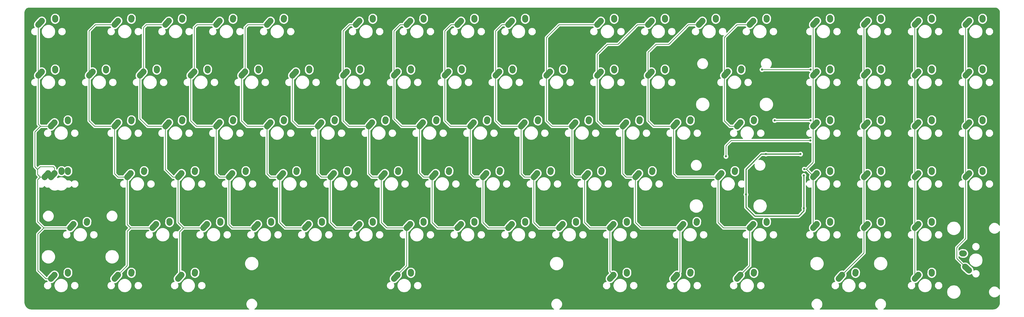
<source format=gtl>
G04 #@! TF.GenerationSoftware,KiCad,Pcbnew,(5.1.4)-1*
G04 #@! TF.CreationDate,2021-12-07T19:15:25-08:00*
G04 #@! TF.ProjectId,JKP,4a4b502e-6b69-4636-9164-5f7063625858,rev?*
G04 #@! TF.SameCoordinates,Original*
G04 #@! TF.FileFunction,Copper,L1,Top*
G04 #@! TF.FilePolarity,Positive*
%FSLAX46Y46*%
G04 Gerber Fmt 4.6, Leading zero omitted, Abs format (unit mm)*
G04 Created by KiCad (PCBNEW (5.1.4)-1) date 2021-12-07 19:15:25*
%MOMM*%
%LPD*%
G04 APERTURE LIST*
%ADD10C,2.250000*%
%ADD11C,2.250000*%
%ADD12C,0.800000*%
%ADD13C,0.381000*%
%ADD14C,0.250000*%
%ADD15C,0.254000*%
G04 APERTURE END LIST*
D10*
X264200000Y4000000D03*
X263545001Y3270000D03*
D11*
X262890000Y2540000D02*
X264200002Y4000000D01*
D10*
X269240000Y5080000D03*
X269220000Y4790000D03*
D11*
X269200000Y4500000D02*
X269240000Y5080000D01*
D10*
X288012500Y-34100000D03*
X287357501Y-34830000D03*
D11*
X286702500Y-35560000D02*
X288012502Y-34100000D01*
D10*
X293052500Y-33020000D03*
X293032500Y-33310000D03*
D11*
X293012500Y-33600000D02*
X293052500Y-33020000D01*
D10*
X288012500Y-53150000D03*
X287357501Y-53880000D03*
D11*
X286702500Y-54610000D02*
X288012502Y-53150000D01*
D10*
X293052500Y-52070000D03*
X293032500Y-52360000D03*
D11*
X293012500Y-52650000D02*
X293052500Y-52070000D01*
D10*
X45125000Y4000000D03*
X44470001Y3270000D03*
D11*
X43815000Y2540000D02*
X45125002Y4000000D01*
D10*
X50165000Y5080000D03*
X50145000Y4790000D03*
D11*
X50125000Y4500000D02*
X50165000Y5080000D01*
D10*
X2262500Y-53150000D03*
X1607501Y-53880000D03*
D11*
X952500Y-54610000D02*
X2262502Y-53150000D01*
D10*
X7302500Y-52070000D03*
X7282500Y-52360000D03*
D11*
X7262500Y-52650000D02*
X7302500Y-52070000D01*
D10*
X297537500Y-91250000D03*
X296882501Y-91980000D03*
D11*
X296227500Y-92710000D02*
X297537502Y-91250000D01*
D10*
X302577500Y-90170000D03*
X302557500Y-90460000D03*
D11*
X302537500Y-90750000D02*
X302577500Y-90170000D01*
D10*
X343662500Y-88225000D03*
X344392500Y-88879999D03*
D11*
X345122500Y-89535000D02*
X343662500Y-88224998D01*
D10*
X342582500Y-83185000D03*
X342872500Y-83205000D03*
D11*
X343162500Y-83225000D02*
X342582500Y-83185000D01*
D10*
X345162500Y-53150000D03*
X344507501Y-53880000D03*
D11*
X343852500Y-54610000D02*
X345162502Y-53150000D01*
D10*
X350202500Y-52070000D03*
X350182500Y-52360000D03*
D11*
X350162500Y-52650000D02*
X350202500Y-52070000D01*
D10*
X345162500Y-34100000D03*
X344507501Y-34830000D03*
D11*
X343852500Y-35560000D02*
X345162502Y-34100000D01*
D10*
X350202500Y-33020000D03*
X350182500Y-33310000D03*
D11*
X350162500Y-33600000D02*
X350202500Y-33020000D01*
D10*
X345162500Y-15050000D03*
X344507501Y-15780000D03*
D11*
X343852500Y-16510000D02*
X345162502Y-15050000D01*
D10*
X350202500Y-13970000D03*
X350182500Y-14260000D03*
D11*
X350162500Y-14550000D02*
X350202500Y-13970000D01*
D10*
X345162500Y4000000D03*
X344507501Y3270000D03*
D11*
X343852500Y2540000D02*
X345162502Y4000000D01*
D10*
X350202500Y5080000D03*
X350182777Y4789981D03*
D11*
X350162500Y4500000D02*
X350203054Y5079962D01*
D10*
X326112500Y-91250000D03*
X325457501Y-91980000D03*
D11*
X324802500Y-92710000D02*
X326112502Y-91250000D01*
D10*
X331152500Y-90170000D03*
X331132500Y-90460000D03*
D11*
X331112500Y-90750000D02*
X331152500Y-90170000D01*
D10*
X326112500Y-72200000D03*
X325457501Y-72930000D03*
D11*
X324802500Y-73660000D02*
X326112502Y-72200000D01*
D10*
X331152500Y-71120000D03*
X331132500Y-71410000D03*
D11*
X331112500Y-71700000D02*
X331152500Y-71120000D01*
D10*
X326112500Y-53150000D03*
X325457501Y-53880000D03*
D11*
X324802500Y-54610000D02*
X326112502Y-53150000D01*
D10*
X331152500Y-52070000D03*
X331132500Y-52360000D03*
D11*
X331112500Y-52650000D02*
X331152500Y-52070000D01*
D10*
X326112500Y-34100000D03*
X325457501Y-34830000D03*
D11*
X324802500Y-35560000D02*
X326112502Y-34100000D01*
D10*
X331152500Y-33020000D03*
X331132500Y-33310000D03*
D11*
X331112500Y-33600000D02*
X331152500Y-33020000D01*
D10*
X326112500Y-15050000D03*
X325457501Y-15780000D03*
D11*
X324802500Y-16510000D02*
X326112502Y-15050000D01*
D10*
X331152500Y-13970000D03*
X331132500Y-14260000D03*
D11*
X331112500Y-14550000D02*
X331152500Y-13970000D01*
D10*
X326112500Y4000000D03*
X325457501Y3270000D03*
D11*
X324802500Y2540000D02*
X326112502Y4000000D01*
D10*
X331152500Y5080000D03*
X331132777Y4789981D03*
D11*
X331112500Y4500000D02*
X331153054Y5079962D01*
D10*
X307062500Y-72200000D03*
X306407501Y-72930000D03*
D11*
X305752500Y-73660000D02*
X307062502Y-72200000D01*
D10*
X312102500Y-71120000D03*
X312082500Y-71410000D03*
D11*
X312062500Y-71700000D02*
X312102500Y-71120000D01*
D10*
X307062500Y-53150000D03*
X306407501Y-53880000D03*
D11*
X305752500Y-54610000D02*
X307062502Y-53150000D01*
D10*
X312102500Y-52070000D03*
X312082500Y-52360000D03*
D11*
X312062500Y-52650000D02*
X312102500Y-52070000D01*
D10*
X307062500Y-34100000D03*
X306407501Y-34830000D03*
D11*
X305752500Y-35560000D02*
X307062502Y-34100000D01*
D10*
X312102500Y-33020000D03*
X312082500Y-33310000D03*
D11*
X312062500Y-33600000D02*
X312102500Y-33020000D01*
D10*
X307062500Y-15050000D03*
X306407501Y-15780000D03*
D11*
X305752500Y-16510000D02*
X307062502Y-15050000D01*
D10*
X312102500Y-13970000D03*
X312082500Y-14260000D03*
D11*
X312062500Y-14550000D02*
X312102500Y-13970000D01*
D10*
X307062500Y4000000D03*
X306407501Y3270000D03*
D11*
X305752500Y2540000D02*
X307062502Y4000000D01*
D10*
X312102500Y5080000D03*
X312082777Y4789981D03*
D11*
X312062500Y4500000D02*
X312103054Y5079962D01*
D10*
X288012500Y-72200000D03*
X287357501Y-72930000D03*
D11*
X286702500Y-73660000D02*
X288012502Y-72200000D01*
D10*
X293052500Y-71120000D03*
X293032500Y-71410000D03*
D11*
X293012500Y-71700000D02*
X293052500Y-71120000D01*
D10*
X288012500Y-15050000D03*
X287357501Y-15780000D03*
D11*
X286702500Y-16510000D02*
X288012502Y-15050000D01*
D10*
X293052500Y-13970000D03*
X293032500Y-14260000D03*
D11*
X293012500Y-14550000D02*
X293052500Y-13970000D01*
D10*
X288012500Y4000000D03*
X287357501Y3270000D03*
D11*
X286702500Y2540000D02*
X288012502Y4000000D01*
D10*
X293052500Y5080000D03*
X293032777Y4789981D03*
D11*
X293012500Y4500000D02*
X293053054Y5079962D01*
D10*
X259437500Y-34100000D03*
X258782501Y-34830000D03*
D11*
X258127500Y-35560000D02*
X259437502Y-34100000D01*
D10*
X264477500Y-33020000D03*
X264457500Y-33310000D03*
D11*
X264437500Y-33600000D02*
X264477500Y-33020000D01*
D10*
X254675000Y-15050000D03*
X254020001Y-15780000D03*
D11*
X253365000Y-16510000D02*
X254675002Y-15050000D01*
D10*
X259715000Y-13970000D03*
X259695000Y-14260000D03*
D11*
X259675000Y-14550000D02*
X259715000Y-13970000D01*
D10*
X259437500Y-91250000D03*
X258782501Y-91980000D03*
D11*
X258127500Y-92710000D02*
X259437502Y-91250000D01*
D10*
X264477500Y-90170000D03*
X264457500Y-90460000D03*
D11*
X264437500Y-90750000D02*
X264477500Y-90170000D01*
D10*
X264200000Y-72200000D03*
X263545001Y-72930000D03*
D11*
X262890000Y-73660000D02*
X264200002Y-72200000D01*
D10*
X269240000Y-71120000D03*
X269220277Y-71410019D03*
D11*
X269200000Y-71700000D02*
X269240554Y-71120038D01*
D10*
X252293750Y-53150000D03*
X251638751Y-53880000D03*
D11*
X250983750Y-54610000D02*
X252293752Y-53150000D01*
D10*
X257333750Y-52070000D03*
X257314027Y-52360019D03*
D11*
X257293750Y-52650000D02*
X257334304Y-52070038D01*
D10*
X235625000Y-34100000D03*
X234970001Y-34830000D03*
D11*
X234315000Y-35560000D02*
X235625002Y-34100000D01*
D10*
X240665000Y-33020000D03*
X240645000Y-33310000D03*
D11*
X240625000Y-33600000D02*
X240665000Y-33020000D01*
D10*
X226100000Y-15050000D03*
X225445001Y-15780000D03*
D11*
X224790000Y-16510000D02*
X226100002Y-15050000D01*
D10*
X231140000Y-13970000D03*
X231120000Y-14260000D03*
D11*
X231100000Y-14550000D02*
X231140000Y-13970000D01*
D10*
X235625000Y-91250000D03*
X234970001Y-91980000D03*
D11*
X234315000Y-92710000D02*
X235625002Y-91250000D01*
D10*
X240665000Y-90170000D03*
X240645000Y-90460000D03*
D11*
X240625000Y-90750000D02*
X240665000Y-90170000D01*
D10*
X238006250Y-72200000D03*
X237351251Y-72930000D03*
D11*
X236696250Y-73660000D02*
X238006252Y-72200000D01*
D10*
X243046250Y-71120000D03*
X243026250Y-71410000D03*
D11*
X243006250Y-71700000D02*
X243046250Y-71120000D01*
D10*
X221337500Y-53150000D03*
X220682501Y-53880000D03*
D11*
X220027500Y-54610000D02*
X221337502Y-53150000D01*
D10*
X226377500Y-52070000D03*
X226357500Y-52360000D03*
D11*
X226337500Y-52650000D02*
X226377500Y-52070000D01*
D10*
X216575000Y-34100000D03*
X215920001Y-34830000D03*
D11*
X215265000Y-35560000D02*
X216575002Y-34100000D01*
D10*
X221615000Y-33020000D03*
X221595000Y-33310000D03*
D11*
X221575000Y-33600000D02*
X221615000Y-33020000D01*
D10*
X207050000Y-15050000D03*
X206395001Y-15780000D03*
D11*
X205740000Y-16510000D02*
X207050002Y-15050000D01*
D10*
X212090000Y-13970000D03*
X212070000Y-14260000D03*
D11*
X212050000Y-14550000D02*
X212090000Y-13970000D01*
D10*
X245150000Y4000000D03*
X244495001Y3270000D03*
D11*
X243840000Y2540000D02*
X245150002Y4000000D01*
D10*
X250190000Y5080000D03*
X250170000Y4790000D03*
D11*
X250150000Y4500000D02*
X250190000Y5080000D01*
D10*
X211812500Y-91250000D03*
X211157501Y-91980000D03*
D11*
X210502500Y-92710000D02*
X211812502Y-91250000D01*
D10*
X216852500Y-90170000D03*
X216832500Y-90460000D03*
D11*
X216812500Y-90750000D02*
X216852500Y-90170000D01*
D10*
X211812500Y-72200000D03*
X211157501Y-72930000D03*
D11*
X210502500Y-73660000D02*
X211812502Y-72200000D01*
D10*
X216852500Y-71120000D03*
X216832500Y-71410000D03*
D11*
X216812500Y-71700000D02*
X216852500Y-71120000D01*
D10*
X202287500Y-53150000D03*
X201632501Y-53880000D03*
D11*
X200977500Y-54610000D02*
X202287502Y-53150000D01*
D10*
X207327500Y-52070000D03*
X207307500Y-52360000D03*
D11*
X207287500Y-52650000D02*
X207327500Y-52070000D01*
D10*
X197525000Y-34100000D03*
X196870001Y-34830000D03*
D11*
X196215000Y-35560000D02*
X197525002Y-34100000D01*
D10*
X202565000Y-33020000D03*
X202545000Y-33310000D03*
D11*
X202525000Y-33600000D02*
X202565000Y-33020000D01*
D10*
X188000000Y-15050000D03*
X187345001Y-15780000D03*
D11*
X186690000Y-16510000D02*
X188000002Y-15050000D01*
D10*
X193040000Y-13970000D03*
X193020000Y-14260000D03*
D11*
X193000000Y-14550000D02*
X193040000Y-13970000D01*
D10*
X226100000Y4000000D03*
X225445001Y3270000D03*
D11*
X224790000Y2540000D02*
X226100002Y4000000D01*
D10*
X231140000Y5080000D03*
X231120000Y4790000D03*
D11*
X231100000Y4500000D02*
X231140000Y5080000D01*
D10*
X192762500Y-72200000D03*
X192107501Y-72930000D03*
D11*
X191452500Y-73660000D02*
X192762502Y-72200000D01*
D10*
X197802500Y-71120000D03*
X197782500Y-71410000D03*
D11*
X197762500Y-71700000D02*
X197802500Y-71120000D01*
D10*
X183237500Y-53150000D03*
X182582501Y-53880000D03*
D11*
X181927500Y-54610000D02*
X183237502Y-53150000D01*
D10*
X188277500Y-52070000D03*
X188257500Y-52360000D03*
D11*
X188237500Y-52650000D02*
X188277500Y-52070000D01*
D10*
X178475000Y-34100000D03*
X177820001Y-34830000D03*
D11*
X177165000Y-35560000D02*
X178475002Y-34100000D01*
D10*
X183515000Y-33020000D03*
X183495000Y-33310000D03*
D11*
X183475000Y-33600000D02*
X183515000Y-33020000D01*
D10*
X168950000Y-15050000D03*
X168295001Y-15780000D03*
D11*
X167640000Y-16510000D02*
X168950002Y-15050000D01*
D10*
X173990000Y-13970000D03*
X173970000Y-14260000D03*
D11*
X173950000Y-14550000D02*
X173990000Y-13970000D01*
D10*
X207050000Y4000000D03*
X206395001Y3270000D03*
D11*
X205740000Y2540000D02*
X207050002Y4000000D01*
D10*
X212090000Y5080000D03*
X212070000Y4790000D03*
D11*
X212050000Y4500000D02*
X212090000Y5080000D01*
D10*
X173712500Y-72200000D03*
X173057501Y-72930000D03*
D11*
X172402500Y-73660000D02*
X173712502Y-72200000D01*
D10*
X178752500Y-71120000D03*
X178732500Y-71410000D03*
D11*
X178712500Y-71700000D02*
X178752500Y-71120000D01*
D10*
X164187500Y-53150000D03*
X163532501Y-53880000D03*
D11*
X162877500Y-54610000D02*
X164187502Y-53150000D01*
D10*
X169227500Y-52070000D03*
X169207500Y-52360000D03*
D11*
X169187500Y-52650000D02*
X169227500Y-52070000D01*
D10*
X159425000Y-34100000D03*
X158770001Y-34830000D03*
D11*
X158115000Y-35560000D02*
X159425002Y-34100000D01*
D10*
X164465000Y-33020000D03*
X164445000Y-33310000D03*
D11*
X164425000Y-33600000D02*
X164465000Y-33020000D01*
D10*
X149900000Y-15050000D03*
X149245001Y-15780000D03*
D11*
X148590000Y-16510000D02*
X149900002Y-15050000D01*
D10*
X154940000Y-13970000D03*
X154920000Y-14260000D03*
D11*
X154900000Y-14550000D02*
X154940000Y-13970000D01*
D10*
X173712500Y4000000D03*
X173057501Y3270000D03*
D11*
X172402500Y2540000D02*
X173712502Y4000000D01*
D10*
X178752500Y5080000D03*
X178732500Y4790000D03*
D11*
X178712500Y4500000D02*
X178752500Y5080000D01*
D10*
X154662500Y-72200000D03*
X154007501Y-72930000D03*
D11*
X153352500Y-73660000D02*
X154662502Y-72200000D01*
D10*
X159702500Y-71120000D03*
X159682500Y-71410000D03*
D11*
X159662500Y-71700000D02*
X159702500Y-71120000D01*
D10*
X145137500Y-53150000D03*
X144482501Y-53880000D03*
D11*
X143827500Y-54610000D02*
X145137502Y-53150000D01*
D10*
X150177500Y-52070000D03*
X150157500Y-52360000D03*
D11*
X150137500Y-52650000D02*
X150177500Y-52070000D01*
D10*
X140375000Y-34100000D03*
X139720001Y-34830000D03*
D11*
X139065000Y-35560000D02*
X140375002Y-34100000D01*
D10*
X145415000Y-33020000D03*
X145395000Y-33310000D03*
D11*
X145375000Y-33600000D02*
X145415000Y-33020000D01*
D10*
X130850000Y-15050000D03*
X130195001Y-15780000D03*
D11*
X129540000Y-16510000D02*
X130850002Y-15050000D01*
D10*
X135890000Y-13970000D03*
X135870000Y-14260000D03*
D11*
X135850000Y-14550000D02*
X135890000Y-13970000D01*
D10*
X154662500Y4000000D03*
X154007501Y3270000D03*
D11*
X153352500Y2540000D02*
X154662502Y4000000D01*
D10*
X159702500Y5080000D03*
X159682500Y4790000D03*
D11*
X159662500Y4500000D02*
X159702500Y5080000D01*
D10*
X130850000Y-91250000D03*
X130195001Y-91980000D03*
D11*
X129540000Y-92710000D02*
X130850002Y-91250000D01*
D10*
X135890000Y-90170000D03*
X135870000Y-90460000D03*
D11*
X135850000Y-90750000D02*
X135890000Y-90170000D01*
D10*
X135612500Y-72200000D03*
X134957501Y-72930000D03*
D11*
X134302500Y-73660000D02*
X135612502Y-72200000D01*
D10*
X140652500Y-71120000D03*
X140632500Y-71410000D03*
D11*
X140612500Y-71700000D02*
X140652500Y-71120000D01*
D10*
X126087500Y-53150000D03*
X125432501Y-53880000D03*
D11*
X124777500Y-54610000D02*
X126087502Y-53150000D01*
D10*
X131127500Y-52070000D03*
X131107500Y-52360000D03*
D11*
X131087500Y-52650000D02*
X131127500Y-52070000D01*
D10*
X121325000Y-34100000D03*
X120670001Y-34830000D03*
D11*
X120015000Y-35560000D02*
X121325002Y-34100000D01*
D10*
X126365000Y-33020000D03*
X126345000Y-33310000D03*
D11*
X126325000Y-33600000D02*
X126365000Y-33020000D01*
D10*
X111800000Y-15050000D03*
X111145001Y-15780000D03*
D11*
X110490000Y-16510000D02*
X111800002Y-15050000D01*
D10*
X116840000Y-13970000D03*
X116820000Y-14260000D03*
D11*
X116800000Y-14550000D02*
X116840000Y-13970000D01*
D10*
X135612500Y4000000D03*
X134957501Y3270000D03*
D11*
X134302500Y2540000D02*
X135612502Y4000000D01*
D10*
X140652500Y5080000D03*
X140632500Y4790000D03*
D11*
X140612500Y4500000D02*
X140652500Y5080000D01*
D10*
X116562500Y-72200000D03*
X115907501Y-72930000D03*
D11*
X115252500Y-73660000D02*
X116562502Y-72200000D01*
D10*
X121602500Y-71120000D03*
X121582500Y-71410000D03*
D11*
X121562500Y-71700000D02*
X121602500Y-71120000D01*
D10*
X107037500Y-53150000D03*
X106382501Y-53880000D03*
D11*
X105727500Y-54610000D02*
X107037502Y-53150000D01*
D10*
X112077500Y-52070000D03*
X112057500Y-52360000D03*
D11*
X112037500Y-52650000D02*
X112077500Y-52070000D01*
D10*
X102275000Y-34100000D03*
X101620001Y-34830000D03*
D11*
X100965000Y-35560000D02*
X102275002Y-34100000D01*
D10*
X107315000Y-33020000D03*
X107295000Y-33310000D03*
D11*
X107275000Y-33600000D02*
X107315000Y-33020000D01*
D10*
X92750000Y-15050000D03*
X92095001Y-15780000D03*
D11*
X91440000Y-16510000D02*
X92750002Y-15050000D01*
D10*
X97790000Y-13970000D03*
X97770000Y-14260000D03*
D11*
X97750000Y-14550000D02*
X97790000Y-13970000D01*
D10*
X116562500Y4000000D03*
X115907501Y3270000D03*
D11*
X115252500Y2540000D02*
X116562502Y4000000D01*
D10*
X121602500Y5080000D03*
X121582500Y4790000D03*
D11*
X121562500Y4500000D02*
X121602500Y5080000D01*
D10*
X97512500Y-72200000D03*
X96857501Y-72930000D03*
D11*
X96202500Y-73660000D02*
X97512502Y-72200000D01*
D10*
X102552500Y-71120000D03*
X102532500Y-71410000D03*
D11*
X102512500Y-71700000D02*
X102552500Y-71120000D01*
D10*
X87987500Y-53150000D03*
X87332501Y-53880000D03*
D11*
X86677500Y-54610000D02*
X87987502Y-53150000D01*
D10*
X93027500Y-52070000D03*
X93007500Y-52360000D03*
D11*
X92987500Y-52650000D02*
X93027500Y-52070000D01*
D10*
X83225000Y-34100000D03*
X82570001Y-34830000D03*
D11*
X81915000Y-35560000D02*
X83225002Y-34100000D01*
D10*
X88265000Y-33020000D03*
X88245000Y-33310000D03*
D11*
X88225000Y-33600000D02*
X88265000Y-33020000D01*
D10*
X73700000Y-15050000D03*
X73045001Y-15780000D03*
D11*
X72390000Y-16510000D02*
X73700002Y-15050000D01*
D10*
X78740000Y-13970000D03*
X78720000Y-14260000D03*
D11*
X78700000Y-14550000D02*
X78740000Y-13970000D01*
D10*
X83225000Y4000000D03*
X82570001Y3270000D03*
D11*
X81915000Y2540000D02*
X83225002Y4000000D01*
D10*
X88265000Y5080000D03*
X88245000Y4790000D03*
D11*
X88225000Y4500000D02*
X88265000Y5080000D01*
D10*
X78462500Y-72200000D03*
X77807501Y-72930000D03*
D11*
X77152500Y-73660000D02*
X78462502Y-72200000D01*
D10*
X83502500Y-71120000D03*
X83482500Y-71410000D03*
D11*
X83462500Y-71700000D02*
X83502500Y-71120000D01*
D10*
X68937500Y-53150000D03*
X68282501Y-53880000D03*
D11*
X67627500Y-54610000D02*
X68937502Y-53150000D01*
D10*
X73977500Y-52070000D03*
X73957500Y-52360000D03*
D11*
X73937500Y-52650000D02*
X73977500Y-52070000D01*
D10*
X64175000Y-34100000D03*
X63520001Y-34830000D03*
D11*
X62865000Y-35560000D02*
X64175002Y-34100000D01*
D10*
X69215000Y-33020000D03*
X69195000Y-33310000D03*
D11*
X69175000Y-33600000D02*
X69215000Y-33020000D01*
D10*
X54650000Y-15050000D03*
X53995001Y-15780000D03*
D11*
X53340000Y-16510000D02*
X54650002Y-15050000D01*
D10*
X59690000Y-13970000D03*
X59670000Y-14260000D03*
D11*
X59650000Y-14550000D02*
X59690000Y-13970000D01*
D10*
X64175000Y4000000D03*
X63520001Y3270000D03*
D11*
X62865000Y2540000D02*
X64175002Y4000000D01*
D10*
X69215000Y5080000D03*
X69195000Y4790000D03*
D11*
X69175000Y4500000D02*
X69215000Y5080000D01*
D10*
X49887500Y-91250000D03*
X49232501Y-91980000D03*
D11*
X48577500Y-92710000D02*
X49887502Y-91250000D01*
D10*
X54927500Y-90170000D03*
X54907500Y-90460000D03*
D11*
X54887500Y-90750000D02*
X54927500Y-90170000D01*
D10*
X59412500Y-72200000D03*
X58757501Y-72930000D03*
D11*
X58102500Y-73660000D02*
X59412502Y-72200000D01*
D10*
X64452500Y-71120000D03*
X64432500Y-71410000D03*
D11*
X64412500Y-71700000D02*
X64452500Y-71120000D01*
D10*
X49887500Y-53150000D03*
X49232501Y-53880000D03*
D11*
X48577500Y-54610000D02*
X49887502Y-53150000D01*
D10*
X54927500Y-52070000D03*
X54907500Y-52360000D03*
D11*
X54887500Y-52650000D02*
X54927500Y-52070000D01*
D10*
X45125000Y-34100000D03*
X44470001Y-34830000D03*
D11*
X43815000Y-35560000D02*
X45125002Y-34100000D01*
D10*
X50165000Y-33020000D03*
X50145000Y-33310000D03*
D11*
X50125000Y-33600000D02*
X50165000Y-33020000D01*
D10*
X35600000Y-15050000D03*
X34945001Y-15780000D03*
D11*
X34290000Y-16510000D02*
X35600002Y-15050000D01*
D10*
X40640000Y-13970000D03*
X40620000Y-14260000D03*
D11*
X40600000Y-14550000D02*
X40640000Y-13970000D01*
D10*
X26075000Y-91250000D03*
X25420001Y-91980000D03*
D11*
X24765000Y-92710000D02*
X26075002Y-91250000D01*
D10*
X31115000Y-90170000D03*
X31095000Y-90460000D03*
D11*
X31075000Y-90750000D02*
X31115000Y-90170000D01*
D10*
X40362500Y-72200000D03*
X39707501Y-72930000D03*
D11*
X39052500Y-73660000D02*
X40362502Y-72200000D01*
D10*
X45402500Y-71120000D03*
X45382500Y-71410000D03*
D11*
X45362500Y-71700000D02*
X45402500Y-71120000D01*
D10*
X30837500Y-53150000D03*
X30182501Y-53880000D03*
D11*
X29527500Y-54610000D02*
X30837502Y-53150000D01*
D10*
X35877500Y-52070000D03*
X35857500Y-52360000D03*
D11*
X35837500Y-52650000D02*
X35877500Y-52070000D01*
D10*
X26075000Y-34100000D03*
X25420001Y-34830000D03*
D11*
X24765000Y-35560000D02*
X26075002Y-34100000D01*
D10*
X31115000Y-33020000D03*
X31095000Y-33310000D03*
D11*
X31075000Y-33600000D02*
X31115000Y-33020000D01*
D10*
X16550000Y-15050000D03*
X15895001Y-15780000D03*
D11*
X15240000Y-16510000D02*
X16550002Y-15050000D01*
D10*
X21590000Y-13970000D03*
X21570000Y-14260000D03*
D11*
X21550000Y-14550000D02*
X21590000Y-13970000D01*
D10*
X26075000Y4000000D03*
X25420001Y3270000D03*
D11*
X24765000Y2540000D02*
X26075002Y4000000D01*
D10*
X31115000Y5080000D03*
X31095000Y4790000D03*
D11*
X31075000Y4500000D02*
X31115000Y5080000D01*
D10*
X2262500Y-91250000D03*
X1607501Y-91980000D03*
D11*
X952500Y-92710000D02*
X2262502Y-91250000D01*
D10*
X7302500Y-90170000D03*
X7282500Y-90460000D03*
D11*
X7262500Y-90750000D02*
X7302500Y-90170000D01*
D10*
X9406250Y-72200000D03*
X8751251Y-72930000D03*
D11*
X8096250Y-73660000D02*
X9406252Y-72200000D01*
D10*
X14446250Y-71120000D03*
X14426250Y-71410000D03*
D11*
X14406250Y-71700000D02*
X14446250Y-71120000D01*
D10*
X-118750Y-53150000D03*
X-773749Y-53880000D03*
D11*
X-1428750Y-54610000D02*
X-118748Y-53150000D01*
D10*
X4921250Y-52070000D03*
X4901250Y-52360000D03*
D11*
X4881250Y-52650000D02*
X4921250Y-52070000D01*
D10*
X2262500Y-34100000D03*
X1607501Y-34830000D03*
D11*
X952500Y-35560000D02*
X2262502Y-34100000D01*
D10*
X7302500Y-33020000D03*
X7282500Y-33310000D03*
D11*
X7262500Y-33600000D02*
X7302500Y-33020000D01*
D10*
X-2500000Y-15050000D03*
X-3154999Y-15780000D03*
D11*
X-3810000Y-16510000D02*
X-2499998Y-15050000D01*
D10*
X2540000Y-13970000D03*
X2520000Y-14260000D03*
D11*
X2500000Y-14550000D02*
X2540000Y-13970000D01*
D10*
X-2500000Y4000000D03*
X-3154999Y3270000D03*
D11*
X-3810000Y2540000D02*
X-2499998Y4000000D01*
D10*
X2540000Y5080000D03*
X2520000Y4790000D03*
D11*
X2500000Y4500000D02*
X2540000Y5080000D01*
D12*
X281781250Y-15875000D03*
X281925000Y-45959000D03*
X268971000Y-45959000D03*
X283210000Y-66245500D03*
X283210000Y-53950000D03*
X261493000Y-61118750D03*
X267493750Y-14287500D03*
X285750000Y-14287500D03*
X272256250Y-33337500D03*
X285750000Y-33337500D03*
X254000000Y-46831250D03*
X285623000Y-40894000D03*
X283368750Y-51593750D03*
D13*
X281925000Y-45959000D02*
X268971000Y-45959000D01*
X268971000Y-45959000D02*
X267223000Y-45959000D01*
X267223000Y-45959000D02*
X261493000Y-51689000D01*
X261493000Y-51689000D02*
X261493000Y-65913000D01*
X261493000Y-65913000D02*
X264795000Y-69215000D01*
X264795000Y-69215000D02*
X281305000Y-69215000D01*
X281305000Y-69215000D02*
X283210000Y-67310000D01*
X283210000Y-67310000D02*
X283210000Y-66040000D01*
X283210000Y-53950000D02*
X283210000Y-66245500D01*
D14*
X267493750Y-14287500D02*
X285750000Y-14287500D01*
X272256250Y-33337500D02*
X285750000Y-33337500D01*
X254000000Y-46831250D02*
X254000000Y-42862500D01*
X254000000Y-42862500D02*
X255968500Y-40894000D01*
X255968500Y-40894000D02*
X285623000Y-40894000D01*
X-3048000Y-54610000D02*
X-4064000Y-55626000D01*
X-4064000Y-51689000D02*
X-5080000Y-50673000D01*
X-3810000Y2540000D02*
X-3810000Y-16510000D01*
X2262500Y-51157500D02*
X2262500Y-53150000D01*
X-3048000Y-54610000D02*
X-4064000Y-53594000D01*
X-1428750Y-54610000D02*
X-3048000Y-54610000D01*
X-4064000Y-53594000D02*
X-4064000Y-51689000D01*
X-3048000Y-50673000D02*
X1778000Y-50673000D01*
X1778000Y-50673000D02*
X2262500Y-51157500D01*
X-4064000Y-51689000D02*
X-3048000Y-50673000D01*
X-5080000Y-50673000D02*
X-5080000Y-37623750D01*
X-3016250Y-35560000D02*
X952500Y-35560000D01*
X-5080000Y-37623750D02*
X-3016250Y-35560000D01*
X-4064000Y-55626000D02*
X-4064000Y-71342250D01*
X-1746250Y-73660000D02*
X8096250Y-73660000D01*
X-4064000Y-71342250D02*
X-1746250Y-73660000D01*
X952500Y-92710000D02*
X-952500Y-92710000D01*
X-952500Y-92710000D02*
X-3968750Y-89693750D01*
X-3968750Y-75882500D02*
X-1746250Y-73660000D01*
X-3968750Y-89693750D02*
X-3968750Y-75882500D01*
X-3810000Y-34766250D02*
X-3016250Y-35560000D01*
X-3810000Y-16510000D02*
X-3810000Y-34766250D01*
X15240000Y-16510000D02*
X15240000Y158750D01*
X17621250Y2540000D02*
X24765000Y2540000D01*
X15240000Y158750D02*
X17621250Y2540000D01*
X24765000Y-35560000D02*
X17303750Y-35560000D01*
X15240000Y-33496250D02*
X15240000Y-31115000D01*
X17303750Y-35560000D02*
X15240000Y-33496250D01*
X15240000Y-16510000D02*
X15240000Y-31115000D01*
X15240000Y-31115000D02*
X15240000Y-31591250D01*
X24765000Y-35560000D02*
X24765000Y-53340000D01*
X26035000Y-54610000D02*
X29527500Y-54610000D01*
X24765000Y-53340000D02*
X26035000Y-54610000D01*
X29527500Y-54610000D02*
X29527500Y-72390000D01*
X30797500Y-73660000D02*
X39052500Y-73660000D01*
X29527500Y-72390000D02*
X30797500Y-73660000D01*
X24765000Y-92560000D02*
X24765000Y-92710000D01*
X29527500Y-87797500D02*
X24765000Y-92560000D01*
X29527500Y-74930000D02*
X30797500Y-73660000D01*
X29527500Y-87797500D02*
X29527500Y-74930000D01*
X34290000Y-16510000D02*
X34290000Y-32702500D01*
X37147500Y-35560000D02*
X43815000Y-35560000D01*
X34290000Y-32702500D02*
X37147500Y-35560000D01*
X43815000Y-35560000D02*
X43815000Y-51752500D01*
X46672500Y-54610000D02*
X48577500Y-54610000D01*
X43815000Y-51752500D02*
X46672500Y-54610000D01*
X43815000Y2540000D02*
X36671250Y2540000D01*
X35600000Y-15200000D02*
X34290000Y-16510000D01*
X35600000Y1468750D02*
X35600000Y-15200000D01*
X36671250Y2540000D02*
X35600000Y1468750D01*
X50641250Y-73660000D02*
X58102500Y-73660000D01*
X48577500Y-71596250D02*
X50641250Y-73660000D01*
X49212500Y-75088750D02*
X50641250Y-73660000D01*
X49212500Y-92075000D02*
X48577500Y-92710000D01*
X49212500Y-75088750D02*
X49212500Y-92075000D01*
X48577500Y-54610000D02*
X48577500Y-71596250D01*
X55721250Y2540000D02*
X54650000Y1468750D01*
X54650000Y1468750D02*
X54650000Y-15200000D01*
X62865000Y2540000D02*
X55721250Y2540000D01*
X53340000Y-16510000D02*
X53340000Y-33496250D01*
X55403750Y-35560000D02*
X62865000Y-35560000D01*
X53340000Y-33496250D02*
X55403750Y-35560000D01*
X62865000Y-35560000D02*
X62865000Y-53340000D01*
X64135000Y-54610000D02*
X67627500Y-54610000D01*
X62865000Y-53340000D02*
X64135000Y-54610000D01*
X67627500Y-54610000D02*
X67627500Y-72390000D01*
X68897500Y-73660000D02*
X77152500Y-73660000D01*
X67627500Y-72390000D02*
X68897500Y-73660000D01*
X74771250Y2540000D02*
X73700000Y1468750D01*
X73700000Y1468750D02*
X73700000Y-15200000D01*
X81915000Y2540000D02*
X74771250Y2540000D01*
X72390000Y-16510000D02*
X72390000Y-33496250D01*
X74453750Y-35560000D02*
X81915000Y-35560000D01*
X72390000Y-33496250D02*
X74453750Y-35560000D01*
X81915000Y-35560000D02*
X81915000Y-53340000D01*
X83185000Y-54610000D02*
X86677500Y-54610000D01*
X81915000Y-53340000D02*
X83185000Y-54610000D01*
X86677500Y-54610000D02*
X86677500Y-71596250D01*
X88741250Y-73660000D02*
X96202500Y-73660000D01*
X86677500Y-71596250D02*
X88741250Y-73660000D01*
X91440000Y-16510000D02*
X91440000Y-33496250D01*
X93503750Y-35560000D02*
X100965000Y-35560000D01*
X91440000Y-33496250D02*
X93503750Y-35560000D01*
X100965000Y-35560000D02*
X100965000Y-53340000D01*
X102235000Y-54610000D02*
X105727500Y-54610000D01*
X100965000Y-53340000D02*
X102235000Y-54610000D01*
X105657501Y-54679999D02*
X105657501Y-71526251D01*
X107791250Y-73660000D02*
X115252500Y-73660000D01*
X105657501Y-71526251D02*
X107791250Y-73660000D01*
X115252500Y2540000D02*
X112871250Y2540000D01*
X110490000Y158750D02*
X110490000Y-16510000D01*
X112871250Y2540000D02*
X110490000Y158750D01*
X110490000Y-16510000D02*
X110490000Y-33496250D01*
X112553750Y-35560000D02*
X120015000Y-35560000D01*
X110490000Y-33496250D02*
X112553750Y-35560000D01*
X120015000Y-35560000D02*
X120015000Y-53340000D01*
X121285000Y-54610000D02*
X124777500Y-54610000D01*
X120015000Y-53340000D02*
X121285000Y-54610000D01*
X124777500Y-54610000D02*
X124777500Y-71596250D01*
X126841250Y-73660000D02*
X134302500Y-73660000D01*
X124777500Y-71596250D02*
X126841250Y-73660000D01*
X134302500Y-87797500D02*
X130850000Y-91250000D01*
X134302500Y-73660000D02*
X134302500Y-87797500D01*
X134302500Y2540000D02*
X131921250Y2540000D01*
X129540000Y158750D02*
X129540000Y-16510000D01*
X131921250Y2540000D02*
X129540000Y158750D01*
X129540000Y-16510000D02*
X129540000Y-32702500D01*
X132397500Y-35560000D02*
X139065000Y-35560000D01*
X129540000Y-32702500D02*
X132397500Y-35560000D01*
X139065000Y-35560000D02*
X139065000Y-53022500D01*
X140652500Y-54610000D02*
X143827500Y-54610000D01*
X139065000Y-53022500D02*
X140652500Y-54610000D01*
X143827500Y-54610000D02*
X143827500Y-71596250D01*
X145891250Y-73660000D02*
X153352500Y-73660000D01*
X143827500Y-71596250D02*
X145891250Y-73660000D01*
X153352500Y2540000D02*
X150971250Y2540000D01*
X148590000Y158750D02*
X148590000Y-16510000D01*
X150971250Y2540000D02*
X148590000Y158750D01*
X148590000Y-16510000D02*
X148590000Y-33496250D01*
X150653750Y-35560000D02*
X158115000Y-35560000D01*
X148590000Y-33496250D02*
X150653750Y-35560000D01*
X158115000Y-35560000D02*
X158115000Y-53340000D01*
X159385000Y-54610000D02*
X162877500Y-54610000D01*
X158115000Y-53340000D02*
X159385000Y-54610000D01*
X162877500Y-54610000D02*
X162877500Y-71596250D01*
X164941250Y-73660000D02*
X172402500Y-73660000D01*
X162877500Y-71596250D02*
X164941250Y-73660000D01*
X172402500Y2540000D02*
X170021250Y2540000D01*
X167640000Y158750D02*
X167640000Y-16510000D01*
X170021250Y2540000D02*
X167640000Y158750D01*
X167640000Y-16510000D02*
X167640000Y-33496250D01*
X169703750Y-35560000D02*
X177165000Y-35560000D01*
X167640000Y-33496250D02*
X169703750Y-35560000D01*
X177165000Y-35560000D02*
X177165000Y-53340000D01*
X178435000Y-54610000D02*
X181927500Y-54610000D01*
X177165000Y-53340000D02*
X178435000Y-54610000D01*
X181927500Y-54610000D02*
X181927500Y-71596250D01*
X183991250Y-73660000D02*
X191452500Y-73660000D01*
X181927500Y-71596250D02*
X183991250Y-73660000D01*
X186690000Y-16510000D02*
X186690000Y-33496250D01*
X188753750Y-35560000D02*
X196215000Y-35560000D01*
X186690000Y-33496250D02*
X188753750Y-35560000D01*
X196215000Y-35560000D02*
X196215000Y-53340000D01*
X197485000Y-54610000D02*
X200977500Y-54610000D01*
X196215000Y-53340000D02*
X197485000Y-54610000D01*
X200977500Y-54610000D02*
X200977500Y-71596250D01*
X203041250Y-73660000D02*
X210502500Y-73660000D01*
X200977500Y-71596250D02*
X203041250Y-73660000D01*
X210502500Y-89940000D02*
X211812500Y-91250000D01*
X210502500Y-73660000D02*
X210502500Y-89940000D01*
X186690000Y-16510000D02*
X186690000Y-2222500D01*
X191452500Y2540000D02*
X205740000Y2540000D01*
X186690000Y-2222500D02*
X191452500Y2540000D01*
X205740000Y-16510000D02*
X205740000Y-33496250D01*
X207803750Y-35560000D02*
X215265000Y-35560000D01*
X205740000Y-33496250D02*
X207803750Y-35560000D01*
X215265000Y-35560000D02*
X215265000Y-53340000D01*
X216535000Y-54610000D02*
X220027500Y-54610000D01*
X215265000Y-53340000D02*
X216535000Y-54610000D01*
X220027500Y-54610000D02*
X220027500Y-71596250D01*
X222091250Y-73660000D02*
X236696250Y-73660000D01*
X220027500Y-71596250D02*
X222091250Y-73660000D01*
X236749999Y-90125001D02*
X235625000Y-91250000D01*
X236749999Y-73713749D02*
X236749999Y-90125001D01*
X236696250Y-73660000D02*
X236749999Y-73713749D01*
X205740000Y-8572500D02*
X205740000Y-16510000D01*
X209550000Y-4762500D02*
X205740000Y-8572500D01*
X220821250Y2540000D02*
X213518750Y-4762500D01*
X224790000Y2540000D02*
X220821250Y2540000D01*
X213518750Y-4762500D02*
X209550000Y-4762500D01*
X224790000Y-16510000D02*
X224790000Y-33496250D01*
X226853750Y-35560000D02*
X234315000Y-35560000D01*
X224790000Y-33496250D02*
X226853750Y-35560000D01*
X234315000Y-35560000D02*
X234315000Y-53340000D01*
X235585000Y-54610000D02*
X250983750Y-54610000D01*
X234315000Y-53340000D02*
X235585000Y-54610000D01*
X250983750Y-54610000D02*
X250983750Y-71596250D01*
X253047500Y-73660000D02*
X262890000Y-73660000D01*
X250983750Y-71596250D02*
X253047500Y-73660000D01*
X262890000Y-87797500D02*
X259437500Y-91250000D01*
X262890000Y-73660000D02*
X262890000Y-87797500D01*
X224790000Y-7778750D02*
X224790000Y-16510000D01*
X227806250Y-4762500D02*
X224790000Y-7778750D01*
X239871250Y2540000D02*
X232568750Y-4762500D01*
X243840000Y2540000D02*
X239871250Y2540000D01*
X232568750Y-4762500D02*
X227806250Y-4762500D01*
X262890000Y2540000D02*
X258127500Y2540000D01*
X253365000Y-2222500D02*
X253365000Y-16510000D01*
X258127500Y2540000D02*
X253365000Y-2222500D01*
X253365000Y-16510000D02*
X253365000Y-33496250D01*
X255428750Y-35560000D02*
X258127500Y-35560000D01*
X253365000Y-33496250D02*
X255428750Y-35560000D01*
X284162500Y-51593750D02*
X286702500Y-54133750D01*
X286702500Y2540000D02*
X286702500Y-16510000D01*
X286702500Y-16510000D02*
X286702500Y-35560000D01*
X286702500Y-35560000D02*
X286702500Y-49053750D01*
X286702500Y-54610000D02*
X286702500Y-73660000D01*
X284162500Y-51593750D02*
X286702500Y-49053750D01*
X283368750Y-51593750D02*
X284162500Y-51593750D01*
X305752500Y2540000D02*
X305752500Y-16510000D01*
X305752500Y-16510000D02*
X305752500Y-35560000D01*
X305752500Y-35560000D02*
X305752500Y-54610000D01*
X305752500Y-54610000D02*
X305752500Y-73660000D01*
X305752500Y-83035000D02*
X297537500Y-91250000D01*
X305752500Y-73660000D02*
X305752500Y-83035000D01*
X324802500Y-16510000D02*
X324802500Y-35560000D01*
X324802500Y2540000D02*
X324802500Y-16510000D01*
X324802500Y-35560000D02*
X324802500Y-54610000D01*
X324802500Y-54610000D02*
X324802500Y-73660000D01*
X324802500Y-73660000D02*
X324802500Y-92710000D01*
X343852500Y-16510000D02*
X343852500Y-35560000D01*
X343852500Y-35560000D02*
X343852500Y-54610000D01*
X343852500Y-54610000D02*
X343852500Y-77628750D01*
X343852500Y-77628750D02*
X340518750Y-80962500D01*
X340518750Y-85081250D02*
X343662500Y-88225000D01*
X340518750Y-80962500D02*
X340518750Y-85081250D01*
X343852500Y2540000D02*
X343852500Y-16510000D01*
D15*
G36*
X355139960Y8829114D02*
G01*
X355460960Y8732199D01*
X355757025Y8574779D01*
X356016873Y8362851D01*
X356230608Y8104490D01*
X356390088Y7809536D01*
X356489244Y7489218D01*
X356527501Y7125228D01*
X356527500Y-72714522D01*
X356324504Y-72410718D01*
X356023782Y-72109996D01*
X355670170Y-71873719D01*
X355277257Y-71710970D01*
X354860143Y-71628000D01*
X354434857Y-71628000D01*
X354017743Y-71710970D01*
X353624830Y-71873719D01*
X353271218Y-72109996D01*
X352970496Y-72410718D01*
X352734219Y-72764330D01*
X352571470Y-73157243D01*
X352488500Y-73574357D01*
X352488500Y-73999643D01*
X352571470Y-74416757D01*
X352734219Y-74809670D01*
X352970496Y-75163282D01*
X353271218Y-75464004D01*
X353624830Y-75700281D01*
X354017743Y-75863030D01*
X354434857Y-75946000D01*
X354860143Y-75946000D01*
X355277257Y-75863030D01*
X355670170Y-75700281D01*
X356023782Y-75464004D01*
X356324504Y-75163282D01*
X356527500Y-74859478D01*
X356527500Y-96590522D01*
X356324504Y-96286718D01*
X356023782Y-95985996D01*
X355670170Y-95749719D01*
X355277257Y-95586970D01*
X354860143Y-95504000D01*
X354434857Y-95504000D01*
X354017743Y-95586970D01*
X353624830Y-95749719D01*
X353271218Y-95985996D01*
X352970496Y-96286718D01*
X352734219Y-96640330D01*
X352571470Y-97033243D01*
X352488500Y-97450357D01*
X352488500Y-97875643D01*
X352571470Y-98292757D01*
X352734219Y-98685670D01*
X352970496Y-99039282D01*
X353271218Y-99340004D01*
X353624830Y-99576281D01*
X354017743Y-99739030D01*
X354434857Y-99822000D01*
X354860143Y-99822000D01*
X355277257Y-99739030D01*
X355670170Y-99576281D01*
X356023782Y-99340004D01*
X356324504Y-99039282D01*
X356527500Y-98735478D01*
X356527500Y-101567722D01*
X356476498Y-102087883D01*
X356334807Y-102557186D01*
X356104661Y-102990028D01*
X355794823Y-103369927D01*
X355417100Y-103682406D01*
X354985873Y-103915569D01*
X354517573Y-104060532D01*
X353999347Y-104115000D01*
X313047978Y-104115000D01*
X313351782Y-103912004D01*
X313652504Y-103611282D01*
X313888781Y-103257670D01*
X314051530Y-102864757D01*
X314134500Y-102447643D01*
X314134500Y-102022357D01*
X314051530Y-101605243D01*
X313888781Y-101212330D01*
X313652504Y-100858718D01*
X313351782Y-100557996D01*
X312998170Y-100321719D01*
X312605257Y-100158970D01*
X312188143Y-100076000D01*
X311762857Y-100076000D01*
X311345743Y-100158970D01*
X310952830Y-100321719D01*
X310599218Y-100557996D01*
X310298496Y-100858718D01*
X310062219Y-101212330D01*
X309899470Y-101605243D01*
X309816500Y-102022357D01*
X309816500Y-102447643D01*
X309899470Y-102864757D01*
X310062219Y-103257670D01*
X310298496Y-103611282D01*
X310599218Y-103912004D01*
X310903022Y-104115000D01*
X289171978Y-104115000D01*
X289475782Y-103912004D01*
X289776504Y-103611282D01*
X290012781Y-103257670D01*
X290175530Y-102864757D01*
X290258500Y-102447643D01*
X290258500Y-102022357D01*
X290175530Y-101605243D01*
X290012781Y-101212330D01*
X289776504Y-100858718D01*
X289475782Y-100557996D01*
X289122170Y-100321719D01*
X288729257Y-100158970D01*
X288312143Y-100076000D01*
X287886857Y-100076000D01*
X287469743Y-100158970D01*
X287076830Y-100321719D01*
X286723218Y-100557996D01*
X286422496Y-100858718D01*
X286186219Y-101212330D01*
X286023470Y-101605243D01*
X285940500Y-102022357D01*
X285940500Y-102447643D01*
X286023470Y-102864757D01*
X286186219Y-103257670D01*
X286422496Y-103611282D01*
X286723218Y-103912004D01*
X287027022Y-104115000D01*
X191572478Y-104115000D01*
X191876282Y-103912004D01*
X192177004Y-103611282D01*
X192413281Y-103257670D01*
X192576030Y-102864757D01*
X192659000Y-102447643D01*
X192659000Y-102022357D01*
X192576030Y-101605243D01*
X192413281Y-101212330D01*
X192177004Y-100858718D01*
X191876282Y-100557996D01*
X191522670Y-100321719D01*
X191129757Y-100158970D01*
X190712643Y-100076000D01*
X190287357Y-100076000D01*
X189870243Y-100158970D01*
X189477330Y-100321719D01*
X189123718Y-100557996D01*
X188822996Y-100858718D01*
X188586719Y-101212330D01*
X188423970Y-101605243D01*
X188341000Y-102022357D01*
X188341000Y-102447643D01*
X188423970Y-102864757D01*
X188586719Y-103257670D01*
X188822996Y-103611282D01*
X189123718Y-103912004D01*
X189427522Y-104115000D01*
X77272478Y-104115000D01*
X77576282Y-103912004D01*
X77877004Y-103611282D01*
X78113281Y-103257670D01*
X78276030Y-102864757D01*
X78359000Y-102447643D01*
X78359000Y-102022357D01*
X78276030Y-101605243D01*
X78113281Y-101212330D01*
X77877004Y-100858718D01*
X77576282Y-100557996D01*
X77222670Y-100321719D01*
X76829757Y-100158970D01*
X76412643Y-100076000D01*
X75987357Y-100076000D01*
X75570243Y-100158970D01*
X75177330Y-100321719D01*
X74823718Y-100557996D01*
X74522996Y-100858718D01*
X74286719Y-101212330D01*
X74123970Y-101605243D01*
X74041000Y-102022357D01*
X74041000Y-102447643D01*
X74123970Y-102864757D01*
X74286719Y-103257670D01*
X74522996Y-103611282D01*
X74823718Y-103912004D01*
X75127522Y-104115000D01*
X-6317722Y-104115000D01*
X-6837883Y-104063998D01*
X-7307186Y-103922307D01*
X-7740028Y-103692161D01*
X-8119927Y-103382323D01*
X-8432406Y-103004600D01*
X-8665569Y-102573373D01*
X-8810532Y-102105073D01*
X-8865000Y-101586847D01*
X-8865000Y148722D01*
X-6590000Y148722D01*
X-6590000Y-148722D01*
X-6531971Y-440451D01*
X-6418144Y-715253D01*
X-6252893Y-962569D01*
X-6042569Y-1172893D01*
X-5795253Y-1338144D01*
X-5520451Y-1451971D01*
X-5228722Y-1510000D01*
X-4931278Y-1510000D01*
X-4639549Y-1451971D01*
X-4570000Y-1423163D01*
X-4569999Y-14721651D01*
X-5177716Y-15398953D01*
X-5331442Y-15608414D01*
X-5478099Y-15922556D01*
X-5560651Y-16259274D01*
X-5575927Y-16605626D01*
X-5523339Y-16948304D01*
X-5404909Y-17274139D01*
X-5242125Y-17542666D01*
X-5520451Y-17598029D01*
X-5795253Y-17711856D01*
X-6042569Y-17877107D01*
X-6252893Y-18087431D01*
X-6418144Y-18334747D01*
X-6531971Y-18609549D01*
X-6590000Y-18901278D01*
X-6590000Y-19198722D01*
X-6531971Y-19490451D01*
X-6418144Y-19765253D01*
X-6252893Y-20012569D01*
X-6042569Y-20222893D01*
X-5795253Y-20388144D01*
X-5520451Y-20501971D01*
X-5228722Y-20560000D01*
X-4931278Y-20560000D01*
X-4639549Y-20501971D01*
X-4570000Y-20473163D01*
X-4569999Y-34728917D01*
X-4573676Y-34766250D01*
X-4559002Y-34915235D01*
X-4515546Y-35058496D01*
X-4444974Y-35190526D01*
X-4381594Y-35267754D01*
X-4350000Y-35306251D01*
X-4321002Y-35330049D01*
X-4091052Y-35560000D01*
X-5591002Y-37059951D01*
X-5620000Y-37083749D01*
X-5643798Y-37112747D01*
X-5643799Y-37112748D01*
X-5714974Y-37199474D01*
X-5785546Y-37331504D01*
X-5829002Y-37474765D01*
X-5843676Y-37623750D01*
X-5839999Y-37661082D01*
X-5840000Y-50635678D01*
X-5843676Y-50673000D01*
X-5840000Y-50710322D01*
X-5840000Y-50710332D01*
X-5829003Y-50821985D01*
X-5802767Y-50908474D01*
X-5785546Y-50965246D01*
X-5714974Y-51097276D01*
X-5675129Y-51145826D01*
X-5620001Y-51213001D01*
X-5590998Y-51236804D01*
X-4823999Y-52003803D01*
X-4824000Y-53556677D01*
X-4827676Y-53594000D01*
X-4824000Y-53631322D01*
X-4824000Y-53631332D01*
X-4813003Y-53742985D01*
X-4777205Y-53860997D01*
X-4769546Y-53886246D01*
X-4698974Y-54018276D01*
X-4676056Y-54046201D01*
X-4604001Y-54134001D01*
X-4574998Y-54157804D01*
X-4122801Y-54610000D01*
X-4574998Y-55062196D01*
X-4604001Y-55085999D01*
X-4656526Y-55150001D01*
X-4698974Y-55201724D01*
X-4769545Y-55333753D01*
X-4769546Y-55333754D01*
X-4813003Y-55477015D01*
X-4824000Y-55588668D01*
X-4824000Y-55588678D01*
X-4827676Y-55626000D01*
X-4824000Y-55663322D01*
X-4823999Y-71304917D01*
X-4827676Y-71342250D01*
X-4823999Y-71379583D01*
X-4816344Y-71457299D01*
X-4813002Y-71491235D01*
X-4769546Y-71634496D01*
X-4698974Y-71766526D01*
X-4656322Y-71818497D01*
X-4604000Y-71882251D01*
X-4575002Y-71906049D01*
X-2821052Y-73660000D01*
X-4479752Y-75318701D01*
X-4508750Y-75342499D01*
X-4532548Y-75371497D01*
X-4532549Y-75371498D01*
X-4603724Y-75458224D01*
X-4674296Y-75590254D01*
X-4717752Y-75733515D01*
X-4732426Y-75882500D01*
X-4728749Y-75919832D01*
X-4728750Y-89656428D01*
X-4732426Y-89693750D01*
X-4728750Y-89731072D01*
X-4728750Y-89731082D01*
X-4717753Y-89842735D01*
X-4688248Y-89940000D01*
X-4674296Y-89985996D01*
X-4603724Y-90118026D01*
X-4567361Y-90162334D01*
X-4508751Y-90233751D01*
X-4479747Y-90257554D01*
X-1516299Y-93221003D01*
X-1492501Y-93250001D01*
X-1376776Y-93344974D01*
X-1244747Y-93415546D01*
X-1101486Y-93459003D01*
X-989833Y-93470000D01*
X-989825Y-93470000D01*
X-952500Y-93473676D01*
X-915175Y-93470000D01*
X-643913Y-93470000D01*
X-642409Y-93474139D01*
X-479625Y-93742666D01*
X-757951Y-93798029D01*
X-1032753Y-93911856D01*
X-1280069Y-94077107D01*
X-1490393Y-94287431D01*
X-1655644Y-94534747D01*
X-1769471Y-94809549D01*
X-1827500Y-95101278D01*
X-1827500Y-95398722D01*
X-1769471Y-95690451D01*
X-1655644Y-95965253D01*
X-1490393Y-96212569D01*
X-1280069Y-96422893D01*
X-1032753Y-96588144D01*
X-757951Y-96701971D01*
X-466222Y-96760000D01*
X-168778Y-96760000D01*
X122951Y-96701971D01*
X397753Y-96588144D01*
X645069Y-96422893D01*
X855393Y-96212569D01*
X1020644Y-95965253D01*
X1134471Y-95690451D01*
X1192500Y-95398722D01*
X1192500Y-95101278D01*
X1170580Y-94991076D01*
X2133600Y-94991076D01*
X2133600Y-95508924D01*
X2234627Y-96016822D01*
X2432799Y-96495251D01*
X2720500Y-96925826D01*
X3086674Y-97292000D01*
X3517249Y-97579701D01*
X3995678Y-97777873D01*
X4503576Y-97878900D01*
X5021424Y-97878900D01*
X5529322Y-97777873D01*
X6007751Y-97579701D01*
X6438326Y-97292000D01*
X6804500Y-96925826D01*
X7092201Y-96495251D01*
X7290373Y-96016822D01*
X7391400Y-95508924D01*
X7391400Y-95101278D01*
X8332500Y-95101278D01*
X8332500Y-95398722D01*
X8390529Y-95690451D01*
X8504356Y-95965253D01*
X8669607Y-96212569D01*
X8879931Y-96422893D01*
X9127247Y-96588144D01*
X9402049Y-96701971D01*
X9693778Y-96760000D01*
X9991222Y-96760000D01*
X10282951Y-96701971D01*
X10557753Y-96588144D01*
X10805069Y-96422893D01*
X11015393Y-96212569D01*
X11180644Y-95965253D01*
X11294471Y-95690451D01*
X11352500Y-95398722D01*
X11352500Y-95101278D01*
X11294471Y-94809549D01*
X11180644Y-94534747D01*
X11015393Y-94287431D01*
X10805069Y-94077107D01*
X10557753Y-93911856D01*
X10282951Y-93798029D01*
X9991222Y-93740000D01*
X9693778Y-93740000D01*
X9402049Y-93798029D01*
X9127247Y-93911856D01*
X8879931Y-94077107D01*
X8669607Y-94287431D01*
X8504356Y-94534747D01*
X8390529Y-94809549D01*
X8332500Y-95101278D01*
X7391400Y-95101278D01*
X7391400Y-94991076D01*
X7290373Y-94483178D01*
X7092201Y-94004749D01*
X6804500Y-93574174D01*
X6438326Y-93208000D01*
X6007751Y-92920299D01*
X5529322Y-92722127D01*
X5021424Y-92621100D01*
X4503576Y-92621100D01*
X3995678Y-92722127D01*
X3517249Y-92920299D01*
X3086674Y-93208000D01*
X2720500Y-93574174D01*
X2432799Y-94004749D01*
X2234627Y-94483178D01*
X2133600Y-94991076D01*
X1170580Y-94991076D01*
X1134471Y-94809549D01*
X1020644Y-94534747D01*
X979314Y-94472892D01*
X1048126Y-94475927D01*
X1390804Y-94423339D01*
X1716639Y-94304909D01*
X2013107Y-94125187D01*
X2204743Y-93949742D01*
X3540700Y-92460816D01*
X3629581Y-92371935D01*
X3704327Y-92260070D01*
X3783944Y-92151587D01*
X3800479Y-92116169D01*
X3822192Y-92083673D01*
X3873675Y-91959382D01*
X3930601Y-91837445D01*
X3939910Y-91799476D01*
X3954864Y-91763373D01*
X3981110Y-91631426D01*
X4013153Y-91500727D01*
X4014875Y-91461677D01*
X4022500Y-91423345D01*
X4022500Y-91288802D01*
X4028429Y-91154374D01*
X4022500Y-91115739D01*
X4022500Y-91076655D01*
X3996251Y-90944691D01*
X3975841Y-90811696D01*
X3962489Y-90774961D01*
X3954864Y-90736627D01*
X3945971Y-90715157D01*
X5500723Y-90715157D01*
X5508340Y-90974862D01*
X5585913Y-91312761D01*
X5727919Y-91629034D01*
X5928896Y-91911526D01*
X6181124Y-92149381D01*
X6474908Y-92333459D01*
X6798959Y-92456684D01*
X7140823Y-92514324D01*
X7487362Y-92504160D01*
X7825261Y-92426587D01*
X8141534Y-92284581D01*
X8424026Y-92083604D01*
X8661881Y-91831376D01*
X8845959Y-91537592D01*
X8969184Y-91213541D01*
X9012381Y-90957339D01*
X9050599Y-90403175D01*
X9062500Y-90343345D01*
X9062500Y-90230611D01*
X9064277Y-90204844D01*
X9062500Y-90144256D01*
X9062500Y-89996655D01*
X9057422Y-89971128D01*
X9056660Y-89945137D01*
X9023659Y-89801387D01*
X8994864Y-89656627D01*
X8984907Y-89632588D01*
X8979087Y-89607238D01*
X8918677Y-89472694D01*
X8862192Y-89336327D01*
X8847730Y-89314683D01*
X8837081Y-89290966D01*
X8751596Y-89170809D01*
X8669581Y-89048065D01*
X8651178Y-89029662D01*
X8636104Y-89008474D01*
X8528811Y-88907295D01*
X8424435Y-88802919D01*
X8402794Y-88788459D01*
X8383876Y-88770619D01*
X8258907Y-88692316D01*
X8136173Y-88610308D01*
X8112128Y-88600348D01*
X8090092Y-88586541D01*
X7952240Y-88534121D01*
X7815873Y-88477636D01*
X7790346Y-88472558D01*
X7766041Y-88463316D01*
X7620608Y-88438795D01*
X7475845Y-88410000D01*
X7449823Y-88410000D01*
X7424177Y-88405676D01*
X7276737Y-88410000D01*
X7129155Y-88410000D01*
X7103633Y-88415077D01*
X7077638Y-88415839D01*
X6933875Y-88448844D01*
X6789127Y-88477636D01*
X6765087Y-88487594D01*
X6739739Y-88493413D01*
X6605189Y-88553825D01*
X6468827Y-88610308D01*
X6447187Y-88624767D01*
X6423466Y-88635418D01*
X6303296Y-88720913D01*
X6180565Y-88802919D01*
X6162162Y-88821322D01*
X6140974Y-88836396D01*
X6039788Y-88943696D01*
X5935419Y-89048065D01*
X5920961Y-89069703D01*
X5903119Y-89088623D01*
X5824810Y-89213602D01*
X5742808Y-89336327D01*
X5732848Y-89360372D01*
X5719041Y-89382408D01*
X5666619Y-89520264D01*
X5610136Y-89656627D01*
X5605059Y-89682152D01*
X5595816Y-89706458D01*
X5571294Y-89851898D01*
X5542500Y-89996655D01*
X5542500Y-90109386D01*
X5500723Y-90715157D01*
X3945971Y-90715157D01*
X3903374Y-90612320D01*
X3857411Y-90485861D01*
X3837150Y-90452438D01*
X3822192Y-90416327D01*
X3747435Y-90304446D01*
X3677689Y-90189393D01*
X3651298Y-90160566D01*
X3629581Y-90128065D01*
X3534434Y-90032918D01*
X3443583Y-89933683D01*
X3412075Y-89910559D01*
X3384435Y-89882919D01*
X3272550Y-89808159D01*
X3164088Y-89728558D01*
X3128676Y-89712026D01*
X3096173Y-89690308D01*
X2971853Y-89638813D01*
X2849946Y-89581901D01*
X2811986Y-89572595D01*
X2775873Y-89557636D01*
X2643888Y-89531382D01*
X2513228Y-89499349D01*
X2474189Y-89497627D01*
X2435845Y-89490000D01*
X2301258Y-89490000D01*
X2166875Y-89484073D01*
X2128253Y-89490000D01*
X2089155Y-89490000D01*
X1957144Y-89516259D01*
X1824197Y-89536661D01*
X1787476Y-89550008D01*
X1749127Y-89557636D01*
X1624769Y-89609147D01*
X1498363Y-89655091D01*
X1464954Y-89675344D01*
X1428827Y-89690308D01*
X1316900Y-89765095D01*
X1201894Y-89834813D01*
X1173078Y-89861195D01*
X1140565Y-89882919D01*
X1045387Y-89978097D01*
X1010258Y-90010258D01*
X984337Y-90039147D01*
X895419Y-90128065D01*
X868773Y-90167943D01*
X-415216Y-91598953D01*
X-568942Y-91808414D01*
X-635041Y-91950000D01*
X-637698Y-91950000D01*
X-3208750Y-89378949D01*
X-3208750Y-84196076D01*
X-2660650Y-84196076D01*
X-2660650Y-84713924D01*
X-2559623Y-85221822D01*
X-2361451Y-85700251D01*
X-2073750Y-86130826D01*
X-1707576Y-86497000D01*
X-1277001Y-86784701D01*
X-798572Y-86982873D01*
X-290674Y-87083900D01*
X227174Y-87083900D01*
X735072Y-86982873D01*
X1213501Y-86784701D01*
X1644076Y-86497000D01*
X2010250Y-86130826D01*
X2297951Y-85700251D01*
X2496123Y-85221822D01*
X2597150Y-84713924D01*
X2597150Y-84196076D01*
X21215350Y-84196076D01*
X21215350Y-84713924D01*
X21316377Y-85221822D01*
X21514549Y-85700251D01*
X21802250Y-86130826D01*
X22168424Y-86497000D01*
X22598999Y-86784701D01*
X23077428Y-86982873D01*
X23585326Y-87083900D01*
X24103174Y-87083900D01*
X24611072Y-86982873D01*
X25089501Y-86784701D01*
X25520076Y-86497000D01*
X25886250Y-86130826D01*
X26173951Y-85700251D01*
X26372123Y-85221822D01*
X26473150Y-84713924D01*
X26473150Y-84196076D01*
X26372123Y-83688178D01*
X26173951Y-83209749D01*
X25886250Y-82779174D01*
X25520076Y-82413000D01*
X25089501Y-82125299D01*
X24611072Y-81927127D01*
X24103174Y-81826100D01*
X23585326Y-81826100D01*
X23077428Y-81927127D01*
X22598999Y-82125299D01*
X22168424Y-82413000D01*
X21802250Y-82779174D01*
X21514549Y-83209749D01*
X21316377Y-83688178D01*
X21215350Y-84196076D01*
X2597150Y-84196076D01*
X2496123Y-83688178D01*
X2297951Y-83209749D01*
X2010250Y-82779174D01*
X1644076Y-82413000D01*
X1213501Y-82125299D01*
X735072Y-81927127D01*
X227174Y-81826100D01*
X-290674Y-81826100D01*
X-798572Y-81927127D01*
X-1277001Y-82125299D01*
X-1707576Y-82413000D01*
X-2073750Y-82779174D01*
X-2361451Y-83209749D01*
X-2559623Y-83688178D01*
X-2660650Y-84196076D01*
X-3208750Y-84196076D01*
X-3208750Y-76197301D01*
X-1431448Y-74420000D01*
X6499837Y-74420000D01*
X6501341Y-74424139D01*
X6664125Y-74692666D01*
X6385799Y-74748029D01*
X6110997Y-74861856D01*
X5863681Y-75027107D01*
X5653357Y-75237431D01*
X5488106Y-75484747D01*
X5374279Y-75759549D01*
X5316250Y-76051278D01*
X5316250Y-76348722D01*
X5374279Y-76640451D01*
X5488106Y-76915253D01*
X5653357Y-77162569D01*
X5863681Y-77372893D01*
X6110997Y-77538144D01*
X6385799Y-77651971D01*
X6677528Y-77710000D01*
X6974972Y-77710000D01*
X7266701Y-77651971D01*
X7541503Y-77538144D01*
X7788819Y-77372893D01*
X7999143Y-77162569D01*
X8164394Y-76915253D01*
X8278221Y-76640451D01*
X8336250Y-76348722D01*
X8336250Y-76051278D01*
X8314330Y-75941076D01*
X9277350Y-75941076D01*
X9277350Y-76458924D01*
X9378377Y-76966822D01*
X9576549Y-77445251D01*
X9864250Y-77875826D01*
X10230424Y-78242000D01*
X10660999Y-78529701D01*
X11139428Y-78727873D01*
X11647326Y-78828900D01*
X12165174Y-78828900D01*
X12673072Y-78727873D01*
X13151501Y-78529701D01*
X13582076Y-78242000D01*
X13948250Y-77875826D01*
X14235951Y-77445251D01*
X14434123Y-76966822D01*
X14535150Y-76458924D01*
X14535150Y-76051278D01*
X15476250Y-76051278D01*
X15476250Y-76348722D01*
X15534279Y-76640451D01*
X15648106Y-76915253D01*
X15813357Y-77162569D01*
X16023681Y-77372893D01*
X16270997Y-77538144D01*
X16545799Y-77651971D01*
X16837528Y-77710000D01*
X17134972Y-77710000D01*
X17426701Y-77651971D01*
X17701503Y-77538144D01*
X17948819Y-77372893D01*
X18159143Y-77162569D01*
X18324394Y-76915253D01*
X18438221Y-76640451D01*
X18496250Y-76348722D01*
X18496250Y-76051278D01*
X18438221Y-75759549D01*
X18324394Y-75484747D01*
X18159143Y-75237431D01*
X17948819Y-75027107D01*
X17701503Y-74861856D01*
X17426701Y-74748029D01*
X17134972Y-74690000D01*
X16837528Y-74690000D01*
X16545799Y-74748029D01*
X16270997Y-74861856D01*
X16023681Y-75027107D01*
X15813357Y-75237431D01*
X15648106Y-75484747D01*
X15534279Y-75759549D01*
X15476250Y-76051278D01*
X14535150Y-76051278D01*
X14535150Y-75941076D01*
X14434123Y-75433178D01*
X14235951Y-74954749D01*
X13948250Y-74524174D01*
X13582076Y-74158000D01*
X13151501Y-73870299D01*
X12673072Y-73672127D01*
X12165174Y-73571100D01*
X11647326Y-73571100D01*
X11139428Y-73672127D01*
X10660999Y-73870299D01*
X10230424Y-74158000D01*
X9864250Y-74524174D01*
X9576549Y-74954749D01*
X9378377Y-75433178D01*
X9277350Y-75941076D01*
X8314330Y-75941076D01*
X8278221Y-75759549D01*
X8164394Y-75484747D01*
X8123064Y-75422892D01*
X8191876Y-75425927D01*
X8534554Y-75373339D01*
X8860389Y-75254909D01*
X9156857Y-75075187D01*
X9348493Y-74899742D01*
X10684450Y-73410816D01*
X10773331Y-73321935D01*
X10848077Y-73210070D01*
X10927694Y-73101587D01*
X10944229Y-73066169D01*
X10965942Y-73033673D01*
X11017425Y-72909382D01*
X11074351Y-72787445D01*
X11083660Y-72749476D01*
X11098614Y-72713373D01*
X11124860Y-72581426D01*
X11156903Y-72450727D01*
X11158625Y-72411677D01*
X11166250Y-72373345D01*
X11166250Y-72238802D01*
X11172179Y-72104374D01*
X11166250Y-72065739D01*
X11166250Y-72026655D01*
X11140001Y-71894691D01*
X11119591Y-71761696D01*
X11106239Y-71724961D01*
X11098614Y-71686627D01*
X11089721Y-71665157D01*
X12644473Y-71665157D01*
X12652090Y-71924862D01*
X12729663Y-72262761D01*
X12871669Y-72579034D01*
X13072646Y-72861526D01*
X13324874Y-73099381D01*
X13618658Y-73283459D01*
X13942709Y-73406684D01*
X14284573Y-73464324D01*
X14631112Y-73454160D01*
X14969011Y-73376587D01*
X15285284Y-73234581D01*
X15567776Y-73033604D01*
X15805631Y-72781376D01*
X15989709Y-72487592D01*
X16112934Y-72163541D01*
X16156131Y-71907339D01*
X16194349Y-71353175D01*
X16206250Y-71293345D01*
X16206250Y-71180611D01*
X16208027Y-71154844D01*
X16206250Y-71094256D01*
X16206250Y-70946655D01*
X16201172Y-70921128D01*
X16200410Y-70895137D01*
X16167409Y-70751387D01*
X16138614Y-70606627D01*
X16128657Y-70582588D01*
X16122837Y-70557238D01*
X16062427Y-70422694D01*
X16005942Y-70286327D01*
X15991480Y-70264683D01*
X15980831Y-70240966D01*
X15895346Y-70120809D01*
X15813331Y-69998065D01*
X15794928Y-69979662D01*
X15779854Y-69958474D01*
X15672561Y-69857295D01*
X15568185Y-69752919D01*
X15546544Y-69738459D01*
X15527626Y-69720619D01*
X15402657Y-69642316D01*
X15279923Y-69560308D01*
X15255878Y-69550348D01*
X15233842Y-69536541D01*
X15095990Y-69484121D01*
X14959623Y-69427636D01*
X14934096Y-69422558D01*
X14909791Y-69413316D01*
X14764358Y-69388795D01*
X14619595Y-69360000D01*
X14593573Y-69360000D01*
X14567927Y-69355676D01*
X14420487Y-69360000D01*
X14272905Y-69360000D01*
X14247383Y-69365077D01*
X14221388Y-69365839D01*
X14077625Y-69398844D01*
X13932877Y-69427636D01*
X13908837Y-69437594D01*
X13883489Y-69443413D01*
X13748939Y-69503825D01*
X13612577Y-69560308D01*
X13590937Y-69574767D01*
X13567216Y-69585418D01*
X13447046Y-69670913D01*
X13324315Y-69752919D01*
X13305912Y-69771322D01*
X13284724Y-69786396D01*
X13183538Y-69893696D01*
X13079169Y-69998065D01*
X13064711Y-70019703D01*
X13046869Y-70038623D01*
X12968560Y-70163602D01*
X12886558Y-70286327D01*
X12876598Y-70310372D01*
X12862791Y-70332408D01*
X12810369Y-70470264D01*
X12753886Y-70606627D01*
X12748809Y-70632152D01*
X12739566Y-70656458D01*
X12715044Y-70801898D01*
X12686250Y-70946655D01*
X12686250Y-71059386D01*
X12644473Y-71665157D01*
X11089721Y-71665157D01*
X11047124Y-71562320D01*
X11001161Y-71435861D01*
X10980900Y-71402438D01*
X10965942Y-71366327D01*
X10891185Y-71254446D01*
X10821439Y-71139393D01*
X10795048Y-71110566D01*
X10773331Y-71078065D01*
X10678184Y-70982918D01*
X10587333Y-70883683D01*
X10555825Y-70860559D01*
X10528185Y-70832919D01*
X10416300Y-70758159D01*
X10307838Y-70678558D01*
X10272426Y-70662026D01*
X10239923Y-70640308D01*
X10115603Y-70588813D01*
X9993696Y-70531901D01*
X9955736Y-70522595D01*
X9919623Y-70507636D01*
X9787638Y-70481382D01*
X9656978Y-70449349D01*
X9617939Y-70447627D01*
X9579595Y-70440000D01*
X9445008Y-70440000D01*
X9310625Y-70434073D01*
X9272003Y-70440000D01*
X9232905Y-70440000D01*
X9100894Y-70466259D01*
X8967947Y-70486661D01*
X8931226Y-70500008D01*
X8892877Y-70507636D01*
X8768519Y-70559147D01*
X8642113Y-70605091D01*
X8608704Y-70625344D01*
X8572577Y-70640308D01*
X8460650Y-70715095D01*
X8345644Y-70784813D01*
X8316828Y-70811195D01*
X8284315Y-70832919D01*
X8189137Y-70928097D01*
X8154008Y-70960258D01*
X8128087Y-70989147D01*
X8039169Y-71078065D01*
X8012523Y-71117943D01*
X6728534Y-72548953D01*
X6574808Y-72758414D01*
X6508709Y-72900000D01*
X-1431447Y-72900000D01*
X-3304000Y-71027449D01*
X-3304000Y-69002357D01*
X-2190750Y-69002357D01*
X-2190750Y-69427643D01*
X-2107780Y-69844757D01*
X-1945031Y-70237670D01*
X-1708754Y-70591282D01*
X-1408032Y-70892004D01*
X-1054420Y-71128281D01*
X-661507Y-71291030D01*
X-244393Y-71374000D01*
X180893Y-71374000D01*
X598007Y-71291030D01*
X990920Y-71128281D01*
X1344532Y-70892004D01*
X1645254Y-70591282D01*
X1881531Y-70237670D01*
X2044280Y-69844757D01*
X2127250Y-69427643D01*
X2127250Y-69002357D01*
X21685250Y-69002357D01*
X21685250Y-69427643D01*
X21768220Y-69844757D01*
X21930969Y-70237670D01*
X22167246Y-70591282D01*
X22467968Y-70892004D01*
X22821580Y-71128281D01*
X23214493Y-71291030D01*
X23631607Y-71374000D01*
X24056893Y-71374000D01*
X24474007Y-71291030D01*
X24866920Y-71128281D01*
X25220532Y-70892004D01*
X25521254Y-70591282D01*
X25757531Y-70237670D01*
X25920280Y-69844757D01*
X26003250Y-69427643D01*
X26003250Y-69002357D01*
X25920280Y-68585243D01*
X25757531Y-68192330D01*
X25521254Y-67838718D01*
X25220532Y-67537996D01*
X24866920Y-67301719D01*
X24474007Y-67138970D01*
X24056893Y-67056000D01*
X23631607Y-67056000D01*
X23214493Y-67138970D01*
X22821580Y-67301719D01*
X22467968Y-67537996D01*
X22167246Y-67838718D01*
X21930969Y-68192330D01*
X21768220Y-68585243D01*
X21685250Y-69002357D01*
X2127250Y-69002357D01*
X2044280Y-68585243D01*
X1881531Y-68192330D01*
X1645254Y-67838718D01*
X1344532Y-67537996D01*
X990920Y-67301719D01*
X598007Y-67138970D01*
X180893Y-67056000D01*
X-244393Y-67056000D01*
X-661507Y-67138970D01*
X-1054420Y-67301719D01*
X-1408032Y-67537996D01*
X-1708754Y-67838718D01*
X-1945031Y-68192330D01*
X-2107780Y-68585243D01*
X-2190750Y-69002357D01*
X-3304000Y-69002357D01*
X-3304000Y-58533709D01*
X-3139201Y-58601971D01*
X-2847472Y-58660000D01*
X-2550028Y-58660000D01*
X-2258299Y-58601971D01*
X-1983497Y-58488144D01*
X-1736181Y-58322893D01*
X-1525857Y-58112569D01*
X-1508125Y-58086031D01*
X-1490393Y-58112569D01*
X-1280069Y-58322893D01*
X-1032753Y-58488144D01*
X-757951Y-58601971D01*
X-466222Y-58660000D01*
X-168778Y-58660000D01*
X122951Y-58601971D01*
X175211Y-58580324D01*
X339250Y-58825826D01*
X705424Y-59192000D01*
X1135999Y-59479701D01*
X1614428Y-59677873D01*
X2122326Y-59778900D01*
X2640174Y-59778900D01*
X3148072Y-59677873D01*
X3571875Y-59502328D01*
X3995678Y-59677873D01*
X4503576Y-59778900D01*
X5021424Y-59778900D01*
X5529322Y-59677873D01*
X6007751Y-59479701D01*
X6438326Y-59192000D01*
X6804500Y-58825826D01*
X6968539Y-58580324D01*
X7020799Y-58601971D01*
X7312528Y-58660000D01*
X7609972Y-58660000D01*
X7901701Y-58601971D01*
X8176503Y-58488144D01*
X8423819Y-58322893D01*
X8634143Y-58112569D01*
X8651875Y-58086031D01*
X8669607Y-58112569D01*
X8879931Y-58322893D01*
X9127247Y-58488144D01*
X9402049Y-58601971D01*
X9693778Y-58660000D01*
X9991222Y-58660000D01*
X10282951Y-58601971D01*
X10557753Y-58488144D01*
X10805069Y-58322893D01*
X11015393Y-58112569D01*
X11180644Y-57865253D01*
X11294471Y-57590451D01*
X11352500Y-57298722D01*
X11352500Y-57001278D01*
X11294471Y-56709549D01*
X11180644Y-56434747D01*
X11015393Y-56187431D01*
X10805069Y-55977107D01*
X10557753Y-55811856D01*
X10282951Y-55698029D01*
X9991222Y-55640000D01*
X9693778Y-55640000D01*
X9402049Y-55698029D01*
X9127247Y-55811856D01*
X8879931Y-55977107D01*
X8669607Y-56187431D01*
X8651875Y-56213969D01*
X8634143Y-56187431D01*
X8423819Y-55977107D01*
X8176503Y-55811856D01*
X7901701Y-55698029D01*
X7609972Y-55640000D01*
X7312528Y-55640000D01*
X7020799Y-55698029D01*
X6968539Y-55719676D01*
X6804500Y-55474174D01*
X6438326Y-55108000D01*
X6007751Y-54820299D01*
X5529322Y-54622127D01*
X5021424Y-54521100D01*
X4503576Y-54521100D01*
X3995678Y-54622127D01*
X3571875Y-54797672D01*
X3263380Y-54669889D01*
X3540700Y-54360816D01*
X3629581Y-54271935D01*
X3704327Y-54160070D01*
X3783944Y-54051587D01*
X3789528Y-54039625D01*
X3799874Y-54049381D01*
X4093658Y-54233459D01*
X4417709Y-54356684D01*
X4759573Y-54414324D01*
X5106112Y-54404160D01*
X5444011Y-54326587D01*
X5760284Y-54184581D01*
X6042776Y-53983604D01*
X6075064Y-53949365D01*
X6181124Y-54049381D01*
X6474908Y-54233459D01*
X6798959Y-54356684D01*
X7140823Y-54414324D01*
X7487362Y-54404160D01*
X7825261Y-54326587D01*
X8141534Y-54184581D01*
X8424026Y-53983604D01*
X8661881Y-53731376D01*
X8845959Y-53437592D01*
X8969184Y-53113541D01*
X9012381Y-52857339D01*
X9050599Y-52303175D01*
X9062500Y-52243345D01*
X9062500Y-52130611D01*
X9064277Y-52104844D01*
X9062500Y-52044256D01*
X9062500Y-51896655D01*
X9057422Y-51871128D01*
X9056660Y-51845137D01*
X9023659Y-51701387D01*
X8994864Y-51556627D01*
X8984907Y-51532588D01*
X8979087Y-51507238D01*
X8918677Y-51372694D01*
X8862192Y-51236327D01*
X8847730Y-51214683D01*
X8837081Y-51190966D01*
X8751596Y-51070809D01*
X8669581Y-50948065D01*
X8651178Y-50929662D01*
X8636104Y-50908474D01*
X8528811Y-50807295D01*
X8424435Y-50702919D01*
X8402794Y-50688459D01*
X8383876Y-50670619D01*
X8258907Y-50592316D01*
X8136173Y-50510308D01*
X8112128Y-50500348D01*
X8090092Y-50486541D01*
X7952240Y-50434121D01*
X7815873Y-50377636D01*
X7790346Y-50372558D01*
X7766041Y-50363316D01*
X7620608Y-50338795D01*
X7475845Y-50310000D01*
X7449823Y-50310000D01*
X7424177Y-50305676D01*
X7276737Y-50310000D01*
X7129155Y-50310000D01*
X7103633Y-50315077D01*
X7077638Y-50315839D01*
X6933875Y-50348844D01*
X6789127Y-50377636D01*
X6765087Y-50387594D01*
X6739739Y-50393413D01*
X6605189Y-50453825D01*
X6468827Y-50510308D01*
X6447187Y-50524767D01*
X6423466Y-50535418D01*
X6303296Y-50620913D01*
X6180565Y-50702919D01*
X6162162Y-50721322D01*
X6140974Y-50736396D01*
X6109761Y-50769495D01*
X6043185Y-50702919D01*
X6021544Y-50688459D01*
X6002626Y-50670619D01*
X5877657Y-50592316D01*
X5754923Y-50510308D01*
X5730878Y-50500348D01*
X5708842Y-50486541D01*
X5570990Y-50434121D01*
X5434623Y-50377636D01*
X5409096Y-50372558D01*
X5384791Y-50363316D01*
X5239358Y-50338795D01*
X5094595Y-50310000D01*
X5068573Y-50310000D01*
X5042927Y-50305676D01*
X4895487Y-50310000D01*
X4747905Y-50310000D01*
X4722383Y-50315077D01*
X4696388Y-50315839D01*
X4552625Y-50348844D01*
X4407877Y-50377636D01*
X4383837Y-50387594D01*
X4358489Y-50393413D01*
X4223939Y-50453825D01*
X4087577Y-50510308D01*
X4065937Y-50524767D01*
X4042216Y-50535418D01*
X3922046Y-50620913D01*
X3799315Y-50702919D01*
X3780912Y-50721322D01*
X3759724Y-50736396D01*
X3658538Y-50843696D01*
X3554169Y-50948065D01*
X3539711Y-50969703D01*
X3521869Y-50988623D01*
X3443560Y-51113602D01*
X3361558Y-51236327D01*
X3351598Y-51260372D01*
X3337791Y-51282408D01*
X3285369Y-51420264D01*
X3228886Y-51556627D01*
X3223809Y-51582152D01*
X3214566Y-51606458D01*
X3205692Y-51659092D01*
X3164088Y-51628558D01*
X3128676Y-51612026D01*
X3096173Y-51590308D01*
X3022500Y-51559792D01*
X3022500Y-51194822D01*
X3026176Y-51157499D01*
X3022500Y-51120176D01*
X3022500Y-51120167D01*
X3011503Y-51008514D01*
X2968046Y-50865253D01*
X2897474Y-50733224D01*
X2802501Y-50617499D01*
X2773503Y-50593702D01*
X2341803Y-50162002D01*
X2318001Y-50132999D01*
X2202276Y-50038026D01*
X2070247Y-49967454D01*
X1926986Y-49923997D01*
X1815333Y-49913000D01*
X1815322Y-49913000D01*
X1778000Y-49909324D01*
X1740678Y-49913000D01*
X-3010678Y-49913000D01*
X-3048000Y-49909324D01*
X-3085323Y-49913000D01*
X-3085333Y-49913000D01*
X-3196986Y-49923997D01*
X-3340247Y-49967454D01*
X-3472277Y-50038026D01*
X-3555917Y-50106668D01*
X-3588001Y-50132999D01*
X-3611799Y-50161997D01*
X-4064000Y-50614198D01*
X-4320000Y-50358199D01*
X-4320000Y-37938551D01*
X-2701448Y-36320000D01*
X-643913Y-36320000D01*
X-642409Y-36324139D01*
X-479625Y-36592666D01*
X-757951Y-36648029D01*
X-1032753Y-36761856D01*
X-1280069Y-36927107D01*
X-1490393Y-37137431D01*
X-1655644Y-37384747D01*
X-1769471Y-37659549D01*
X-1827500Y-37951278D01*
X-1827500Y-38248722D01*
X-1769471Y-38540451D01*
X-1655644Y-38815253D01*
X-1490393Y-39062569D01*
X-1280069Y-39272893D01*
X-1032753Y-39438144D01*
X-757951Y-39551971D01*
X-466222Y-39610000D01*
X-168778Y-39610000D01*
X122951Y-39551971D01*
X397753Y-39438144D01*
X645069Y-39272893D01*
X855393Y-39062569D01*
X1020644Y-38815253D01*
X1134471Y-38540451D01*
X1192500Y-38248722D01*
X1192500Y-37951278D01*
X1170580Y-37841076D01*
X2133600Y-37841076D01*
X2133600Y-38358924D01*
X2234627Y-38866822D01*
X2432799Y-39345251D01*
X2720500Y-39775826D01*
X3086674Y-40142000D01*
X3517249Y-40429701D01*
X3995678Y-40627873D01*
X4503576Y-40728900D01*
X5021424Y-40728900D01*
X5529322Y-40627873D01*
X6007751Y-40429701D01*
X6438326Y-40142000D01*
X6804500Y-39775826D01*
X7092201Y-39345251D01*
X7290373Y-38866822D01*
X7391400Y-38358924D01*
X7391400Y-37951278D01*
X8332500Y-37951278D01*
X8332500Y-38248722D01*
X8390529Y-38540451D01*
X8504356Y-38815253D01*
X8669607Y-39062569D01*
X8879931Y-39272893D01*
X9127247Y-39438144D01*
X9402049Y-39551971D01*
X9693778Y-39610000D01*
X9991222Y-39610000D01*
X10282951Y-39551971D01*
X10557753Y-39438144D01*
X10805069Y-39272893D01*
X11015393Y-39062569D01*
X11180644Y-38815253D01*
X11294471Y-38540451D01*
X11352500Y-38248722D01*
X11352500Y-37951278D01*
X11294471Y-37659549D01*
X11180644Y-37384747D01*
X11015393Y-37137431D01*
X10805069Y-36927107D01*
X10557753Y-36761856D01*
X10282951Y-36648029D01*
X9991222Y-36590000D01*
X9693778Y-36590000D01*
X9402049Y-36648029D01*
X9127247Y-36761856D01*
X8879931Y-36927107D01*
X8669607Y-37137431D01*
X8504356Y-37384747D01*
X8390529Y-37659549D01*
X8332500Y-37951278D01*
X7391400Y-37951278D01*
X7391400Y-37841076D01*
X7290373Y-37333178D01*
X7092201Y-36854749D01*
X6804500Y-36424174D01*
X6438326Y-36058000D01*
X6007751Y-35770299D01*
X5529322Y-35572127D01*
X5021424Y-35471100D01*
X4503576Y-35471100D01*
X3995678Y-35572127D01*
X3517249Y-35770299D01*
X3086674Y-36058000D01*
X2720500Y-36424174D01*
X2432799Y-36854749D01*
X2234627Y-37333178D01*
X2133600Y-37841076D01*
X1170580Y-37841076D01*
X1134471Y-37659549D01*
X1020644Y-37384747D01*
X979314Y-37322892D01*
X1048126Y-37325927D01*
X1390804Y-37273339D01*
X1716639Y-37154909D01*
X2013107Y-36975187D01*
X2204743Y-36799742D01*
X3540700Y-35310816D01*
X3629581Y-35221935D01*
X3704327Y-35110070D01*
X3783944Y-35001587D01*
X3800479Y-34966169D01*
X3822192Y-34933673D01*
X3873675Y-34809382D01*
X3930601Y-34687445D01*
X3939910Y-34649476D01*
X3954864Y-34613373D01*
X3981110Y-34481426D01*
X4013153Y-34350727D01*
X4014875Y-34311677D01*
X4022500Y-34273345D01*
X4022500Y-34138802D01*
X4028429Y-34004374D01*
X4022500Y-33965739D01*
X4022500Y-33926655D01*
X3996251Y-33794691D01*
X3975841Y-33661696D01*
X3962489Y-33624961D01*
X3954864Y-33586627D01*
X3945971Y-33565157D01*
X5500723Y-33565157D01*
X5508340Y-33824862D01*
X5585913Y-34162761D01*
X5727919Y-34479034D01*
X5928896Y-34761526D01*
X6181124Y-34999381D01*
X6474908Y-35183459D01*
X6798959Y-35306684D01*
X7140823Y-35364324D01*
X7487362Y-35354160D01*
X7825261Y-35276587D01*
X8141534Y-35134581D01*
X8424026Y-34933604D01*
X8661881Y-34681376D01*
X8845959Y-34387592D01*
X8969184Y-34063541D01*
X9012381Y-33807339D01*
X9050599Y-33253175D01*
X9062500Y-33193345D01*
X9062500Y-33080611D01*
X9064277Y-33054844D01*
X9062500Y-32994256D01*
X9062500Y-32846655D01*
X9057422Y-32821128D01*
X9056660Y-32795137D01*
X9023659Y-32651387D01*
X8994864Y-32506627D01*
X8984907Y-32482588D01*
X8979087Y-32457238D01*
X8918677Y-32322694D01*
X8862192Y-32186327D01*
X8847730Y-32164683D01*
X8837081Y-32140966D01*
X8751596Y-32020809D01*
X8669581Y-31898065D01*
X8651178Y-31879662D01*
X8636104Y-31858474D01*
X8528811Y-31757295D01*
X8424435Y-31652919D01*
X8402794Y-31638459D01*
X8383876Y-31620619D01*
X8258907Y-31542316D01*
X8136173Y-31460308D01*
X8112128Y-31450348D01*
X8090092Y-31436541D01*
X7952240Y-31384121D01*
X7815873Y-31327636D01*
X7790346Y-31322558D01*
X7766041Y-31313316D01*
X7620608Y-31288795D01*
X7475845Y-31260000D01*
X7449823Y-31260000D01*
X7424177Y-31255676D01*
X7276737Y-31260000D01*
X7129155Y-31260000D01*
X7103633Y-31265077D01*
X7077638Y-31265839D01*
X6933875Y-31298844D01*
X6789127Y-31327636D01*
X6765087Y-31337594D01*
X6739739Y-31343413D01*
X6605189Y-31403825D01*
X6468827Y-31460308D01*
X6447187Y-31474767D01*
X6423466Y-31485418D01*
X6303296Y-31570913D01*
X6180565Y-31652919D01*
X6162162Y-31671322D01*
X6140974Y-31686396D01*
X6039788Y-31793696D01*
X5935419Y-31898065D01*
X5920961Y-31919703D01*
X5903119Y-31938623D01*
X5824810Y-32063602D01*
X5742808Y-32186327D01*
X5732848Y-32210372D01*
X5719041Y-32232408D01*
X5666619Y-32370264D01*
X5610136Y-32506627D01*
X5605059Y-32532152D01*
X5595816Y-32556458D01*
X5571294Y-32701898D01*
X5542500Y-32846655D01*
X5542500Y-32959386D01*
X5500723Y-33565157D01*
X3945971Y-33565157D01*
X3903374Y-33462320D01*
X3857411Y-33335861D01*
X3837150Y-33302438D01*
X3822192Y-33266327D01*
X3747435Y-33154446D01*
X3677689Y-33039393D01*
X3651298Y-33010566D01*
X3629581Y-32978065D01*
X3534434Y-32882918D01*
X3443583Y-32783683D01*
X3412075Y-32760559D01*
X3384435Y-32732919D01*
X3272550Y-32658159D01*
X3164088Y-32578558D01*
X3128676Y-32562026D01*
X3096173Y-32540308D01*
X2971853Y-32488813D01*
X2849946Y-32431901D01*
X2811986Y-32422595D01*
X2775873Y-32407636D01*
X2643888Y-32381382D01*
X2513228Y-32349349D01*
X2474189Y-32347627D01*
X2435845Y-32340000D01*
X2301258Y-32340000D01*
X2166875Y-32334073D01*
X2128253Y-32340000D01*
X2089155Y-32340000D01*
X1957144Y-32366259D01*
X1824197Y-32386661D01*
X1787476Y-32400008D01*
X1749127Y-32407636D01*
X1624769Y-32459147D01*
X1498363Y-32505091D01*
X1464954Y-32525344D01*
X1428827Y-32540308D01*
X1316900Y-32615095D01*
X1201894Y-32684813D01*
X1173078Y-32711195D01*
X1140565Y-32732919D01*
X1045387Y-32828097D01*
X1010258Y-32860258D01*
X984337Y-32889147D01*
X895419Y-32978065D01*
X868773Y-33017943D01*
X-415216Y-34448953D01*
X-568942Y-34658414D01*
X-635041Y-34800000D01*
X-2701448Y-34800000D01*
X-3050000Y-34451449D01*
X-3050000Y-18791076D01*
X-2628900Y-18791076D01*
X-2628900Y-19308924D01*
X-2527873Y-19816822D01*
X-2329701Y-20295251D01*
X-2042000Y-20725826D01*
X-1675826Y-21092000D01*
X-1245251Y-21379701D01*
X-766822Y-21577873D01*
X-258924Y-21678900D01*
X258924Y-21678900D01*
X766822Y-21577873D01*
X1245251Y-21379701D01*
X1675826Y-21092000D01*
X2042000Y-20725826D01*
X2329701Y-20295251D01*
X2527873Y-19816822D01*
X2628900Y-19308924D01*
X2628900Y-18901278D01*
X3570000Y-18901278D01*
X3570000Y-19198722D01*
X3628029Y-19490451D01*
X3741856Y-19765253D01*
X3907107Y-20012569D01*
X4117431Y-20222893D01*
X4364747Y-20388144D01*
X4639549Y-20501971D01*
X4931278Y-20560000D01*
X5228722Y-20560000D01*
X5520451Y-20501971D01*
X5795253Y-20388144D01*
X6042569Y-20222893D01*
X6252893Y-20012569D01*
X6418144Y-19765253D01*
X6531971Y-19490451D01*
X6590000Y-19198722D01*
X6590000Y-18901278D01*
X12460000Y-18901278D01*
X12460000Y-19198722D01*
X12518029Y-19490451D01*
X12631856Y-19765253D01*
X12797107Y-20012569D01*
X13007431Y-20222893D01*
X13254747Y-20388144D01*
X13529549Y-20501971D01*
X13821278Y-20560000D01*
X14118722Y-20560000D01*
X14410451Y-20501971D01*
X14480000Y-20473163D01*
X14480001Y-31077658D01*
X14480000Y-31077668D01*
X14480000Y-31628583D01*
X14480001Y-31628591D01*
X14480000Y-33458927D01*
X14476324Y-33496250D01*
X14480000Y-33533572D01*
X14480000Y-33533582D01*
X14490997Y-33645235D01*
X14526349Y-33761776D01*
X14534454Y-33788496D01*
X14605026Y-33920526D01*
X14644871Y-33969076D01*
X14699999Y-34036251D01*
X14729003Y-34060054D01*
X16739951Y-36071003D01*
X16763749Y-36100001D01*
X16879474Y-36194974D01*
X17011503Y-36265546D01*
X17154764Y-36309003D01*
X17266417Y-36320000D01*
X17266426Y-36320000D01*
X17303749Y-36323676D01*
X17341072Y-36320000D01*
X23168587Y-36320000D01*
X23170091Y-36324139D01*
X23332875Y-36592666D01*
X23054549Y-36648029D01*
X22779747Y-36761856D01*
X22532431Y-36927107D01*
X22322107Y-37137431D01*
X22156856Y-37384747D01*
X22043029Y-37659549D01*
X21985000Y-37951278D01*
X21985000Y-38248722D01*
X22043029Y-38540451D01*
X22156856Y-38815253D01*
X22322107Y-39062569D01*
X22532431Y-39272893D01*
X22779747Y-39438144D01*
X23054549Y-39551971D01*
X23346278Y-39610000D01*
X23643722Y-39610000D01*
X23935451Y-39551971D01*
X24005000Y-39523163D01*
X24005001Y-53302667D01*
X24001324Y-53340000D01*
X24005001Y-53377333D01*
X24015998Y-53488986D01*
X24027702Y-53527568D01*
X24059454Y-53632246D01*
X24130026Y-53764276D01*
X24200379Y-53850000D01*
X24225000Y-53880001D01*
X24253998Y-53903799D01*
X25471201Y-55121003D01*
X25494999Y-55150001D01*
X25610724Y-55244974D01*
X25742753Y-55315546D01*
X25886014Y-55359003D01*
X25997667Y-55370000D01*
X25997676Y-55370000D01*
X26034999Y-55373676D01*
X26072322Y-55370000D01*
X27931087Y-55370000D01*
X27932591Y-55374139D01*
X28095375Y-55642666D01*
X27817049Y-55698029D01*
X27542247Y-55811856D01*
X27294931Y-55977107D01*
X27084607Y-56187431D01*
X26919356Y-56434747D01*
X26805529Y-56709549D01*
X26747500Y-57001278D01*
X26747500Y-57298722D01*
X26805529Y-57590451D01*
X26919356Y-57865253D01*
X27084607Y-58112569D01*
X27294931Y-58322893D01*
X27542247Y-58488144D01*
X27817049Y-58601971D01*
X28108778Y-58660000D01*
X28406222Y-58660000D01*
X28697951Y-58601971D01*
X28767500Y-58573163D01*
X28767501Y-72352667D01*
X28763824Y-72390000D01*
X28767501Y-72427333D01*
X28778498Y-72538986D01*
X28790202Y-72577568D01*
X28821954Y-72682246D01*
X28892526Y-72814276D01*
X28931304Y-72861526D01*
X28987500Y-72930001D01*
X29016498Y-72953799D01*
X29722698Y-73660000D01*
X29016498Y-74366201D01*
X28987500Y-74389999D01*
X28963702Y-74418997D01*
X28963701Y-74418998D01*
X28892526Y-74505724D01*
X28821954Y-74637754D01*
X28813849Y-74664474D01*
X28778498Y-74781014D01*
X28776972Y-74796504D01*
X28763824Y-74930000D01*
X28767501Y-74967332D01*
X28767500Y-87482698D01*
X26666435Y-89583763D01*
X26662446Y-89581901D01*
X26624486Y-89572595D01*
X26588373Y-89557636D01*
X26456388Y-89531382D01*
X26325728Y-89499349D01*
X26286689Y-89497627D01*
X26248345Y-89490000D01*
X26113758Y-89490000D01*
X25979375Y-89484073D01*
X25940753Y-89490000D01*
X25901655Y-89490000D01*
X25769644Y-89516259D01*
X25636697Y-89536661D01*
X25599976Y-89550008D01*
X25561627Y-89557636D01*
X25437269Y-89609147D01*
X25310863Y-89655091D01*
X25277454Y-89675344D01*
X25241327Y-89690308D01*
X25129400Y-89765095D01*
X25014394Y-89834813D01*
X24985578Y-89861195D01*
X24953065Y-89882919D01*
X24857887Y-89978097D01*
X24822758Y-90010258D01*
X24796837Y-90039147D01*
X24707919Y-90128065D01*
X24681273Y-90167943D01*
X23397284Y-91598953D01*
X23243558Y-91808414D01*
X23096901Y-92122556D01*
X23014349Y-92459274D01*
X22999073Y-92805626D01*
X23051661Y-93148304D01*
X23170091Y-93474139D01*
X23332875Y-93742666D01*
X23054549Y-93798029D01*
X22779747Y-93911856D01*
X22532431Y-94077107D01*
X22322107Y-94287431D01*
X22156856Y-94534747D01*
X22043029Y-94809549D01*
X21985000Y-95101278D01*
X21985000Y-95398722D01*
X22043029Y-95690451D01*
X22156856Y-95965253D01*
X22322107Y-96212569D01*
X22532431Y-96422893D01*
X22779747Y-96588144D01*
X23054549Y-96701971D01*
X23346278Y-96760000D01*
X23643722Y-96760000D01*
X23935451Y-96701971D01*
X24210253Y-96588144D01*
X24457569Y-96422893D01*
X24667893Y-96212569D01*
X24833144Y-95965253D01*
X24946971Y-95690451D01*
X25005000Y-95398722D01*
X25005000Y-95101278D01*
X24983080Y-94991076D01*
X25946100Y-94991076D01*
X25946100Y-95508924D01*
X26047127Y-96016822D01*
X26245299Y-96495251D01*
X26533000Y-96925826D01*
X26899174Y-97292000D01*
X27329749Y-97579701D01*
X27808178Y-97777873D01*
X28316076Y-97878900D01*
X28833924Y-97878900D01*
X29341822Y-97777873D01*
X29820251Y-97579701D01*
X30250826Y-97292000D01*
X30617000Y-96925826D01*
X30904701Y-96495251D01*
X31102873Y-96016822D01*
X31203900Y-95508924D01*
X31203900Y-95101278D01*
X32145000Y-95101278D01*
X32145000Y-95398722D01*
X32203029Y-95690451D01*
X32316856Y-95965253D01*
X32482107Y-96212569D01*
X32692431Y-96422893D01*
X32939747Y-96588144D01*
X33214549Y-96701971D01*
X33506278Y-96760000D01*
X33803722Y-96760000D01*
X34095451Y-96701971D01*
X34370253Y-96588144D01*
X34617569Y-96422893D01*
X34827893Y-96212569D01*
X34993144Y-95965253D01*
X35106971Y-95690451D01*
X35165000Y-95398722D01*
X35165000Y-95101278D01*
X35106971Y-94809549D01*
X34993144Y-94534747D01*
X34827893Y-94287431D01*
X34617569Y-94077107D01*
X34370253Y-93911856D01*
X34095451Y-93798029D01*
X33803722Y-93740000D01*
X33506278Y-93740000D01*
X33214549Y-93798029D01*
X32939747Y-93911856D01*
X32692431Y-94077107D01*
X32482107Y-94287431D01*
X32316856Y-94534747D01*
X32203029Y-94809549D01*
X32145000Y-95101278D01*
X31203900Y-95101278D01*
X31203900Y-94991076D01*
X31102873Y-94483178D01*
X30904701Y-94004749D01*
X30617000Y-93574174D01*
X30250826Y-93208000D01*
X29820251Y-92920299D01*
X29341822Y-92722127D01*
X28833924Y-92621100D01*
X28316076Y-92621100D01*
X27808178Y-92722127D01*
X27329749Y-92920299D01*
X26899174Y-93208000D01*
X26533000Y-93574174D01*
X26245299Y-94004749D01*
X26047127Y-94483178D01*
X25946100Y-94991076D01*
X24983080Y-94991076D01*
X24946971Y-94809549D01*
X24833144Y-94534747D01*
X24791814Y-94472892D01*
X24860626Y-94475927D01*
X25203304Y-94423339D01*
X25529139Y-94304909D01*
X25825607Y-94125187D01*
X26017243Y-93949742D01*
X27353200Y-92460816D01*
X27442081Y-92371935D01*
X27516827Y-92260070D01*
X27596444Y-92151587D01*
X27612979Y-92116169D01*
X27634692Y-92083673D01*
X27686175Y-91959382D01*
X27743101Y-91837445D01*
X27752410Y-91799476D01*
X27767364Y-91763373D01*
X27793610Y-91631426D01*
X27825653Y-91500727D01*
X27827375Y-91461677D01*
X27835000Y-91423345D01*
X27835000Y-91288802D01*
X27840929Y-91154374D01*
X27835000Y-91115739D01*
X27835000Y-91076655D01*
X27808751Y-90944691D01*
X27788341Y-90811696D01*
X27774989Y-90774961D01*
X27767364Y-90736627D01*
X27758471Y-90715157D01*
X29313223Y-90715157D01*
X29320840Y-90974862D01*
X29398413Y-91312761D01*
X29540419Y-91629034D01*
X29741396Y-91911526D01*
X29993624Y-92149381D01*
X30287408Y-92333459D01*
X30611459Y-92456684D01*
X30953323Y-92514324D01*
X31299862Y-92504160D01*
X31637761Y-92426587D01*
X31954034Y-92284581D01*
X32236526Y-92083604D01*
X32474381Y-91831376D01*
X32658459Y-91537592D01*
X32781684Y-91213541D01*
X32824881Y-90957339D01*
X32863099Y-90403175D01*
X32875000Y-90343345D01*
X32875000Y-90230611D01*
X32876777Y-90204844D01*
X32875000Y-90144256D01*
X32875000Y-89996655D01*
X32869922Y-89971128D01*
X32869160Y-89945137D01*
X32836159Y-89801387D01*
X32807364Y-89656627D01*
X32797407Y-89632588D01*
X32791587Y-89607238D01*
X32731177Y-89472694D01*
X32674692Y-89336327D01*
X32660230Y-89314683D01*
X32649581Y-89290966D01*
X32564096Y-89170809D01*
X32482081Y-89048065D01*
X32463678Y-89029662D01*
X32448604Y-89008474D01*
X32341311Y-88907295D01*
X32236935Y-88802919D01*
X32215294Y-88788459D01*
X32196376Y-88770619D01*
X32071407Y-88692316D01*
X31948673Y-88610308D01*
X31924628Y-88600348D01*
X31902592Y-88586541D01*
X31764740Y-88534121D01*
X31628373Y-88477636D01*
X31602846Y-88472558D01*
X31578541Y-88463316D01*
X31433108Y-88438795D01*
X31288345Y-88410000D01*
X31262323Y-88410000D01*
X31236677Y-88405676D01*
X31089237Y-88410000D01*
X30941655Y-88410000D01*
X30916133Y-88415077D01*
X30890138Y-88415839D01*
X30746375Y-88448844D01*
X30601627Y-88477636D01*
X30577587Y-88487594D01*
X30552239Y-88493413D01*
X30417689Y-88553825D01*
X30281327Y-88610308D01*
X30259687Y-88624767D01*
X30235966Y-88635418D01*
X30115796Y-88720913D01*
X29993065Y-88802919D01*
X29974662Y-88821322D01*
X29953474Y-88836396D01*
X29852288Y-88943696D01*
X29747919Y-89048065D01*
X29733461Y-89069703D01*
X29715619Y-89088623D01*
X29637310Y-89213602D01*
X29555308Y-89336327D01*
X29545348Y-89360372D01*
X29531541Y-89382408D01*
X29479119Y-89520264D01*
X29422636Y-89656627D01*
X29417559Y-89682152D01*
X29408316Y-89706458D01*
X29383794Y-89851898D01*
X29355000Y-89996655D01*
X29355000Y-90109386D01*
X29313223Y-90715157D01*
X27758471Y-90715157D01*
X27736848Y-90662954D01*
X30038504Y-88361298D01*
X30067501Y-88337501D01*
X30112429Y-88282756D01*
X30162474Y-88221777D01*
X30233046Y-88089747D01*
X30268074Y-87974272D01*
X30276503Y-87946486D01*
X30287500Y-87834833D01*
X30287500Y-87834824D01*
X30291176Y-87797501D01*
X30287500Y-87760178D01*
X30287500Y-75244801D01*
X31112302Y-74420000D01*
X37456087Y-74420000D01*
X37457591Y-74424139D01*
X37620375Y-74692666D01*
X37342049Y-74748029D01*
X37067247Y-74861856D01*
X36819931Y-75027107D01*
X36609607Y-75237431D01*
X36444356Y-75484747D01*
X36330529Y-75759549D01*
X36272500Y-76051278D01*
X36272500Y-76348722D01*
X36330529Y-76640451D01*
X36444356Y-76915253D01*
X36609607Y-77162569D01*
X36819931Y-77372893D01*
X37067247Y-77538144D01*
X37342049Y-77651971D01*
X37633778Y-77710000D01*
X37931222Y-77710000D01*
X38222951Y-77651971D01*
X38497753Y-77538144D01*
X38745069Y-77372893D01*
X38955393Y-77162569D01*
X39120644Y-76915253D01*
X39234471Y-76640451D01*
X39292500Y-76348722D01*
X39292500Y-76051278D01*
X39270580Y-75941076D01*
X40233600Y-75941076D01*
X40233600Y-76458924D01*
X40334627Y-76966822D01*
X40532799Y-77445251D01*
X40820500Y-77875826D01*
X41186674Y-78242000D01*
X41617249Y-78529701D01*
X42095678Y-78727873D01*
X42603576Y-78828900D01*
X43121424Y-78828900D01*
X43629322Y-78727873D01*
X44107751Y-78529701D01*
X44538326Y-78242000D01*
X44904500Y-77875826D01*
X45192201Y-77445251D01*
X45390373Y-76966822D01*
X45491400Y-76458924D01*
X45491400Y-75941076D01*
X45390373Y-75433178D01*
X45192201Y-74954749D01*
X44904500Y-74524174D01*
X44538326Y-74158000D01*
X44107751Y-73870299D01*
X43629322Y-73672127D01*
X43121424Y-73571100D01*
X42603576Y-73571100D01*
X42095678Y-73672127D01*
X41617249Y-73870299D01*
X41186674Y-74158000D01*
X40820500Y-74524174D01*
X40532799Y-74954749D01*
X40334627Y-75433178D01*
X40233600Y-75941076D01*
X39270580Y-75941076D01*
X39234471Y-75759549D01*
X39120644Y-75484747D01*
X39079314Y-75422892D01*
X39148126Y-75425927D01*
X39490804Y-75373339D01*
X39816639Y-75254909D01*
X40113107Y-75075187D01*
X40304743Y-74899742D01*
X41640700Y-73410816D01*
X41729581Y-73321935D01*
X41804327Y-73210070D01*
X41883944Y-73101587D01*
X41900479Y-73066169D01*
X41922192Y-73033673D01*
X41973675Y-72909382D01*
X42030601Y-72787445D01*
X42039910Y-72749476D01*
X42054864Y-72713373D01*
X42081110Y-72581426D01*
X42113153Y-72450727D01*
X42114875Y-72411677D01*
X42122500Y-72373345D01*
X42122500Y-72238802D01*
X42128429Y-72104374D01*
X42122500Y-72065739D01*
X42122500Y-72026655D01*
X42096251Y-71894691D01*
X42075841Y-71761696D01*
X42062489Y-71724961D01*
X42054864Y-71686627D01*
X42045971Y-71665157D01*
X43600723Y-71665157D01*
X43608340Y-71924862D01*
X43685913Y-72262761D01*
X43827919Y-72579034D01*
X44028896Y-72861526D01*
X44281124Y-73099381D01*
X44574908Y-73283459D01*
X44898959Y-73406684D01*
X45240823Y-73464324D01*
X45587362Y-73454160D01*
X45925261Y-73376587D01*
X46241534Y-73234581D01*
X46524026Y-73033604D01*
X46761881Y-72781376D01*
X46945959Y-72487592D01*
X47069184Y-72163541D01*
X47112381Y-71907339D01*
X47150599Y-71353175D01*
X47162500Y-71293345D01*
X47162500Y-71180611D01*
X47164277Y-71154844D01*
X47162500Y-71094256D01*
X47162500Y-70946655D01*
X47157422Y-70921128D01*
X47156660Y-70895137D01*
X47123659Y-70751387D01*
X47094864Y-70606627D01*
X47084907Y-70582588D01*
X47079087Y-70557238D01*
X47018677Y-70422694D01*
X46962192Y-70286327D01*
X46947730Y-70264683D01*
X46937081Y-70240966D01*
X46851596Y-70120809D01*
X46769581Y-69998065D01*
X46751178Y-69979662D01*
X46736104Y-69958474D01*
X46628811Y-69857295D01*
X46524435Y-69752919D01*
X46502794Y-69738459D01*
X46483876Y-69720619D01*
X46358907Y-69642316D01*
X46236173Y-69560308D01*
X46212128Y-69550348D01*
X46190092Y-69536541D01*
X46052240Y-69484121D01*
X45915873Y-69427636D01*
X45890346Y-69422558D01*
X45866041Y-69413316D01*
X45720608Y-69388795D01*
X45575845Y-69360000D01*
X45549823Y-69360000D01*
X45524177Y-69355676D01*
X45376737Y-69360000D01*
X45229155Y-69360000D01*
X45203633Y-69365077D01*
X45177638Y-69365839D01*
X45033875Y-69398844D01*
X44889127Y-69427636D01*
X44865087Y-69437594D01*
X44839739Y-69443413D01*
X44705189Y-69503825D01*
X44568827Y-69560308D01*
X44547187Y-69574767D01*
X44523466Y-69585418D01*
X44403296Y-69670913D01*
X44280565Y-69752919D01*
X44262162Y-69771322D01*
X44240974Y-69786396D01*
X44139788Y-69893696D01*
X44035419Y-69998065D01*
X44020961Y-70019703D01*
X44003119Y-70038623D01*
X43924810Y-70163602D01*
X43842808Y-70286327D01*
X43832848Y-70310372D01*
X43819041Y-70332408D01*
X43766619Y-70470264D01*
X43710136Y-70606627D01*
X43705059Y-70632152D01*
X43695816Y-70656458D01*
X43671294Y-70801898D01*
X43642500Y-70946655D01*
X43642500Y-71059386D01*
X43600723Y-71665157D01*
X42045971Y-71665157D01*
X42003374Y-71562320D01*
X41957411Y-71435861D01*
X41937150Y-71402438D01*
X41922192Y-71366327D01*
X41847435Y-71254446D01*
X41777689Y-71139393D01*
X41751298Y-71110566D01*
X41729581Y-71078065D01*
X41634434Y-70982918D01*
X41543583Y-70883683D01*
X41512075Y-70860559D01*
X41484435Y-70832919D01*
X41372550Y-70758159D01*
X41264088Y-70678558D01*
X41228676Y-70662026D01*
X41196173Y-70640308D01*
X41071853Y-70588813D01*
X40949946Y-70531901D01*
X40911986Y-70522595D01*
X40875873Y-70507636D01*
X40743888Y-70481382D01*
X40613228Y-70449349D01*
X40574189Y-70447627D01*
X40535845Y-70440000D01*
X40401258Y-70440000D01*
X40266875Y-70434073D01*
X40228253Y-70440000D01*
X40189155Y-70440000D01*
X40057144Y-70466259D01*
X39924197Y-70486661D01*
X39887476Y-70500008D01*
X39849127Y-70507636D01*
X39724769Y-70559147D01*
X39598363Y-70605091D01*
X39564954Y-70625344D01*
X39528827Y-70640308D01*
X39416900Y-70715095D01*
X39301894Y-70784813D01*
X39273078Y-70811195D01*
X39240565Y-70832919D01*
X39145387Y-70928097D01*
X39110258Y-70960258D01*
X39084337Y-70989147D01*
X38995419Y-71078065D01*
X38968773Y-71117943D01*
X37684784Y-72548953D01*
X37531058Y-72758414D01*
X37464959Y-72900000D01*
X31112302Y-72900000D01*
X30287500Y-72075199D01*
X30287500Y-56891076D01*
X30708600Y-56891076D01*
X30708600Y-57408924D01*
X30809627Y-57916822D01*
X31007799Y-58395251D01*
X31295500Y-58825826D01*
X31661674Y-59192000D01*
X32092249Y-59479701D01*
X32570678Y-59677873D01*
X33078576Y-59778900D01*
X33596424Y-59778900D01*
X34104322Y-59677873D01*
X34582751Y-59479701D01*
X35013326Y-59192000D01*
X35379500Y-58825826D01*
X35667201Y-58395251D01*
X35865373Y-57916822D01*
X35966400Y-57408924D01*
X35966400Y-57001278D01*
X36907500Y-57001278D01*
X36907500Y-57298722D01*
X36965529Y-57590451D01*
X37079356Y-57865253D01*
X37244607Y-58112569D01*
X37454931Y-58322893D01*
X37702247Y-58488144D01*
X37977049Y-58601971D01*
X38268778Y-58660000D01*
X38566222Y-58660000D01*
X38857951Y-58601971D01*
X39132753Y-58488144D01*
X39380069Y-58322893D01*
X39590393Y-58112569D01*
X39755644Y-57865253D01*
X39869471Y-57590451D01*
X39927500Y-57298722D01*
X39927500Y-57001278D01*
X39869471Y-56709549D01*
X39755644Y-56434747D01*
X39590393Y-56187431D01*
X39380069Y-55977107D01*
X39132753Y-55811856D01*
X38857951Y-55698029D01*
X38566222Y-55640000D01*
X38268778Y-55640000D01*
X37977049Y-55698029D01*
X37702247Y-55811856D01*
X37454931Y-55977107D01*
X37244607Y-56187431D01*
X37079356Y-56434747D01*
X36965529Y-56709549D01*
X36907500Y-57001278D01*
X35966400Y-57001278D01*
X35966400Y-56891076D01*
X35865373Y-56383178D01*
X35667201Y-55904749D01*
X35379500Y-55474174D01*
X35013326Y-55108000D01*
X34582751Y-54820299D01*
X34104322Y-54622127D01*
X33596424Y-54521100D01*
X33078576Y-54521100D01*
X32570678Y-54622127D01*
X32092249Y-54820299D01*
X31661674Y-55108000D01*
X31295500Y-55474174D01*
X31007799Y-55904749D01*
X30809627Y-56383178D01*
X30708600Y-56891076D01*
X30287500Y-56891076D01*
X30287500Y-56206413D01*
X30291639Y-56204909D01*
X30588107Y-56025187D01*
X30779743Y-55849742D01*
X32115700Y-54360816D01*
X32204581Y-54271935D01*
X32279327Y-54160070D01*
X32358944Y-54051587D01*
X32375479Y-54016169D01*
X32397192Y-53983673D01*
X32448675Y-53859382D01*
X32505601Y-53737445D01*
X32514910Y-53699476D01*
X32529864Y-53663373D01*
X32556110Y-53531426D01*
X32588153Y-53400727D01*
X32589875Y-53361677D01*
X32597500Y-53323345D01*
X32597500Y-53188802D01*
X32603429Y-53054374D01*
X32597500Y-53015739D01*
X32597500Y-52976655D01*
X32571251Y-52844691D01*
X32550841Y-52711696D01*
X32537489Y-52674961D01*
X32529864Y-52636627D01*
X32520971Y-52615157D01*
X34075723Y-52615157D01*
X34083340Y-52874862D01*
X34160913Y-53212761D01*
X34302919Y-53529034D01*
X34503896Y-53811526D01*
X34756124Y-54049381D01*
X35049908Y-54233459D01*
X35373959Y-54356684D01*
X35715823Y-54414324D01*
X36062362Y-54404160D01*
X36400261Y-54326587D01*
X36716534Y-54184581D01*
X36999026Y-53983604D01*
X37236881Y-53731376D01*
X37420959Y-53437592D01*
X37544184Y-53113541D01*
X37587381Y-52857339D01*
X37625599Y-52303175D01*
X37637500Y-52243345D01*
X37637500Y-52130611D01*
X37639277Y-52104844D01*
X37637500Y-52044256D01*
X37637500Y-51896655D01*
X37632422Y-51871128D01*
X37631660Y-51845137D01*
X37598659Y-51701387D01*
X37569864Y-51556627D01*
X37559907Y-51532588D01*
X37554087Y-51507238D01*
X37493677Y-51372694D01*
X37437192Y-51236327D01*
X37422730Y-51214683D01*
X37412081Y-51190966D01*
X37326596Y-51070809D01*
X37244581Y-50948065D01*
X37226178Y-50929662D01*
X37211104Y-50908474D01*
X37103811Y-50807295D01*
X36999435Y-50702919D01*
X36977794Y-50688459D01*
X36958876Y-50670619D01*
X36833907Y-50592316D01*
X36711173Y-50510308D01*
X36687128Y-50500348D01*
X36665092Y-50486541D01*
X36527240Y-50434121D01*
X36390873Y-50377636D01*
X36365346Y-50372558D01*
X36341041Y-50363316D01*
X36195608Y-50338795D01*
X36050845Y-50310000D01*
X36024823Y-50310000D01*
X35999177Y-50305676D01*
X35851737Y-50310000D01*
X35704155Y-50310000D01*
X35678633Y-50315077D01*
X35652638Y-50315839D01*
X35508875Y-50348844D01*
X35364127Y-50377636D01*
X35340087Y-50387594D01*
X35314739Y-50393413D01*
X35180189Y-50453825D01*
X35043827Y-50510308D01*
X35022187Y-50524767D01*
X34998466Y-50535418D01*
X34878296Y-50620913D01*
X34755565Y-50702919D01*
X34737162Y-50721322D01*
X34715974Y-50736396D01*
X34614788Y-50843696D01*
X34510419Y-50948065D01*
X34495961Y-50969703D01*
X34478119Y-50988623D01*
X34399810Y-51113602D01*
X34317808Y-51236327D01*
X34307848Y-51260372D01*
X34294041Y-51282408D01*
X34241619Y-51420264D01*
X34185136Y-51556627D01*
X34180059Y-51582152D01*
X34170816Y-51606458D01*
X34146294Y-51751898D01*
X34117500Y-51896655D01*
X34117500Y-52009386D01*
X34075723Y-52615157D01*
X32520971Y-52615157D01*
X32478374Y-52512320D01*
X32432411Y-52385861D01*
X32412150Y-52352438D01*
X32397192Y-52316327D01*
X32322435Y-52204446D01*
X32252689Y-52089393D01*
X32226298Y-52060566D01*
X32204581Y-52028065D01*
X32109434Y-51932918D01*
X32018583Y-51833683D01*
X31987075Y-51810559D01*
X31959435Y-51782919D01*
X31847550Y-51708159D01*
X31739088Y-51628558D01*
X31703676Y-51612026D01*
X31671173Y-51590308D01*
X31546853Y-51538813D01*
X31424946Y-51481901D01*
X31386986Y-51472595D01*
X31350873Y-51457636D01*
X31218888Y-51431382D01*
X31088228Y-51399349D01*
X31049189Y-51397627D01*
X31010845Y-51390000D01*
X30876258Y-51390000D01*
X30741875Y-51384073D01*
X30703253Y-51390000D01*
X30664155Y-51390000D01*
X30532144Y-51416259D01*
X30399197Y-51436661D01*
X30362476Y-51450008D01*
X30324127Y-51457636D01*
X30199769Y-51509147D01*
X30073363Y-51555091D01*
X30039954Y-51575344D01*
X30003827Y-51590308D01*
X29891900Y-51665095D01*
X29776894Y-51734813D01*
X29748078Y-51761195D01*
X29715565Y-51782919D01*
X29620387Y-51878097D01*
X29585258Y-51910258D01*
X29559337Y-51939147D01*
X29470419Y-52028065D01*
X29443773Y-52067943D01*
X28159784Y-53498953D01*
X28006058Y-53708414D01*
X27939959Y-53850000D01*
X26349802Y-53850000D01*
X25525000Y-53025199D01*
X25525000Y-37841076D01*
X25946100Y-37841076D01*
X25946100Y-38358924D01*
X26047127Y-38866822D01*
X26245299Y-39345251D01*
X26533000Y-39775826D01*
X26899174Y-40142000D01*
X27329749Y-40429701D01*
X27808178Y-40627873D01*
X28316076Y-40728900D01*
X28833924Y-40728900D01*
X29341822Y-40627873D01*
X29820251Y-40429701D01*
X30250826Y-40142000D01*
X30617000Y-39775826D01*
X30904701Y-39345251D01*
X31102873Y-38866822D01*
X31203900Y-38358924D01*
X31203900Y-37951278D01*
X32145000Y-37951278D01*
X32145000Y-38248722D01*
X32203029Y-38540451D01*
X32316856Y-38815253D01*
X32482107Y-39062569D01*
X32692431Y-39272893D01*
X32939747Y-39438144D01*
X33214549Y-39551971D01*
X33506278Y-39610000D01*
X33803722Y-39610000D01*
X34095451Y-39551971D01*
X34370253Y-39438144D01*
X34617569Y-39272893D01*
X34827893Y-39062569D01*
X34993144Y-38815253D01*
X35106971Y-38540451D01*
X35165000Y-38248722D01*
X35165000Y-37951278D01*
X35106971Y-37659549D01*
X34993144Y-37384747D01*
X34827893Y-37137431D01*
X34617569Y-36927107D01*
X34370253Y-36761856D01*
X34095451Y-36648029D01*
X33803722Y-36590000D01*
X33506278Y-36590000D01*
X33214549Y-36648029D01*
X32939747Y-36761856D01*
X32692431Y-36927107D01*
X32482107Y-37137431D01*
X32316856Y-37384747D01*
X32203029Y-37659549D01*
X32145000Y-37951278D01*
X31203900Y-37951278D01*
X31203900Y-37841076D01*
X31102873Y-37333178D01*
X30904701Y-36854749D01*
X30617000Y-36424174D01*
X30250826Y-36058000D01*
X29820251Y-35770299D01*
X29341822Y-35572127D01*
X28833924Y-35471100D01*
X28316076Y-35471100D01*
X27808178Y-35572127D01*
X27329749Y-35770299D01*
X26899174Y-36058000D01*
X26533000Y-36424174D01*
X26245299Y-36854749D01*
X26047127Y-37333178D01*
X25946100Y-37841076D01*
X25525000Y-37841076D01*
X25525000Y-37156413D01*
X25529139Y-37154909D01*
X25825607Y-36975187D01*
X26017243Y-36799742D01*
X27353200Y-35310816D01*
X27442081Y-35221935D01*
X27516827Y-35110070D01*
X27596444Y-35001587D01*
X27612979Y-34966169D01*
X27634692Y-34933673D01*
X27686175Y-34809382D01*
X27743101Y-34687445D01*
X27752410Y-34649476D01*
X27767364Y-34613373D01*
X27793610Y-34481426D01*
X27825653Y-34350727D01*
X27827375Y-34311677D01*
X27835000Y-34273345D01*
X27835000Y-34138802D01*
X27840929Y-34004374D01*
X27835000Y-33965739D01*
X27835000Y-33926655D01*
X27808751Y-33794691D01*
X27788341Y-33661696D01*
X27774989Y-33624961D01*
X27767364Y-33586627D01*
X27758471Y-33565157D01*
X29313223Y-33565157D01*
X29320840Y-33824862D01*
X29398413Y-34162761D01*
X29540419Y-34479034D01*
X29741396Y-34761526D01*
X29993624Y-34999381D01*
X30287408Y-35183459D01*
X30611459Y-35306684D01*
X30953323Y-35364324D01*
X31299862Y-35354160D01*
X31637761Y-35276587D01*
X31954034Y-35134581D01*
X32236526Y-34933604D01*
X32474381Y-34681376D01*
X32658459Y-34387592D01*
X32781684Y-34063541D01*
X32824881Y-33807339D01*
X32863099Y-33253175D01*
X32875000Y-33193345D01*
X32875000Y-33080611D01*
X32876777Y-33054844D01*
X32875000Y-32994256D01*
X32875000Y-32846655D01*
X32869922Y-32821128D01*
X32869160Y-32795137D01*
X32836159Y-32651387D01*
X32807364Y-32506627D01*
X32797407Y-32482588D01*
X32791587Y-32457238D01*
X32731177Y-32322694D01*
X32674692Y-32186327D01*
X32660230Y-32164683D01*
X32649581Y-32140966D01*
X32564096Y-32020809D01*
X32482081Y-31898065D01*
X32463678Y-31879662D01*
X32448604Y-31858474D01*
X32341311Y-31757295D01*
X32236935Y-31652919D01*
X32215294Y-31638459D01*
X32196376Y-31620619D01*
X32071407Y-31542316D01*
X31948673Y-31460308D01*
X31924628Y-31450348D01*
X31902592Y-31436541D01*
X31764740Y-31384121D01*
X31628373Y-31327636D01*
X31602846Y-31322558D01*
X31578541Y-31313316D01*
X31433108Y-31288795D01*
X31288345Y-31260000D01*
X31262323Y-31260000D01*
X31236677Y-31255676D01*
X31089237Y-31260000D01*
X30941655Y-31260000D01*
X30916133Y-31265077D01*
X30890138Y-31265839D01*
X30746375Y-31298844D01*
X30601627Y-31327636D01*
X30577587Y-31337594D01*
X30552239Y-31343413D01*
X30417689Y-31403825D01*
X30281327Y-31460308D01*
X30259687Y-31474767D01*
X30235966Y-31485418D01*
X30115796Y-31570913D01*
X29993065Y-31652919D01*
X29974662Y-31671322D01*
X29953474Y-31686396D01*
X29852288Y-31793696D01*
X29747919Y-31898065D01*
X29733461Y-31919703D01*
X29715619Y-31938623D01*
X29637310Y-32063602D01*
X29555308Y-32186327D01*
X29545348Y-32210372D01*
X29531541Y-32232408D01*
X29479119Y-32370264D01*
X29422636Y-32506627D01*
X29417559Y-32532152D01*
X29408316Y-32556458D01*
X29383794Y-32701898D01*
X29355000Y-32846655D01*
X29355000Y-32959386D01*
X29313223Y-33565157D01*
X27758471Y-33565157D01*
X27715874Y-33462320D01*
X27669911Y-33335861D01*
X27649650Y-33302438D01*
X27634692Y-33266327D01*
X27559935Y-33154446D01*
X27490189Y-33039393D01*
X27463798Y-33010566D01*
X27442081Y-32978065D01*
X27346934Y-32882918D01*
X27256083Y-32783683D01*
X27224575Y-32760559D01*
X27196935Y-32732919D01*
X27085050Y-32658159D01*
X26976588Y-32578558D01*
X26941176Y-32562026D01*
X26908673Y-32540308D01*
X26784353Y-32488813D01*
X26662446Y-32431901D01*
X26624486Y-32422595D01*
X26588373Y-32407636D01*
X26456388Y-32381382D01*
X26325728Y-32349349D01*
X26286689Y-32347627D01*
X26248345Y-32340000D01*
X26113758Y-32340000D01*
X25979375Y-32334073D01*
X25940753Y-32340000D01*
X25901655Y-32340000D01*
X25769644Y-32366259D01*
X25636697Y-32386661D01*
X25599976Y-32400008D01*
X25561627Y-32407636D01*
X25437269Y-32459147D01*
X25310863Y-32505091D01*
X25277454Y-32525344D01*
X25241327Y-32540308D01*
X25129400Y-32615095D01*
X25014394Y-32684813D01*
X24985578Y-32711195D01*
X24953065Y-32732919D01*
X24857887Y-32828097D01*
X24822758Y-32860258D01*
X24796837Y-32889147D01*
X24707919Y-32978065D01*
X24681273Y-33017943D01*
X23397284Y-34448953D01*
X23243558Y-34658414D01*
X23177459Y-34800000D01*
X17618552Y-34800000D01*
X16000000Y-33181449D01*
X16000000Y-18791076D01*
X16421100Y-18791076D01*
X16421100Y-19308924D01*
X16522127Y-19816822D01*
X16720299Y-20295251D01*
X17008000Y-20725826D01*
X17374174Y-21092000D01*
X17804749Y-21379701D01*
X18283178Y-21577873D01*
X18791076Y-21678900D01*
X19308924Y-21678900D01*
X19816822Y-21577873D01*
X20295251Y-21379701D01*
X20725826Y-21092000D01*
X21092000Y-20725826D01*
X21379701Y-20295251D01*
X21577873Y-19816822D01*
X21678900Y-19308924D01*
X21678900Y-18901278D01*
X22620000Y-18901278D01*
X22620000Y-19198722D01*
X22678029Y-19490451D01*
X22791856Y-19765253D01*
X22957107Y-20012569D01*
X23167431Y-20222893D01*
X23414747Y-20388144D01*
X23689549Y-20501971D01*
X23981278Y-20560000D01*
X24278722Y-20560000D01*
X24570451Y-20501971D01*
X24845253Y-20388144D01*
X25092569Y-20222893D01*
X25302893Y-20012569D01*
X25468144Y-19765253D01*
X25581971Y-19490451D01*
X25640000Y-19198722D01*
X25640000Y-18901278D01*
X31510000Y-18901278D01*
X31510000Y-19198722D01*
X31568029Y-19490451D01*
X31681856Y-19765253D01*
X31847107Y-20012569D01*
X32057431Y-20222893D01*
X32304747Y-20388144D01*
X32579549Y-20501971D01*
X32871278Y-20560000D01*
X33168722Y-20560000D01*
X33460451Y-20501971D01*
X33530000Y-20473163D01*
X33530001Y-32665167D01*
X33526324Y-32702500D01*
X33540998Y-32851485D01*
X33584454Y-32994746D01*
X33655026Y-33126776D01*
X33718406Y-33204004D01*
X33750000Y-33242501D01*
X33778998Y-33266299D01*
X36583701Y-36071003D01*
X36607499Y-36100001D01*
X36723224Y-36194974D01*
X36855253Y-36265546D01*
X36998514Y-36309003D01*
X37110167Y-36320000D01*
X37110176Y-36320000D01*
X37147499Y-36323676D01*
X37184822Y-36320000D01*
X42218587Y-36320000D01*
X42220091Y-36324139D01*
X42382875Y-36592666D01*
X42104549Y-36648029D01*
X41829747Y-36761856D01*
X41582431Y-36927107D01*
X41372107Y-37137431D01*
X41206856Y-37384747D01*
X41093029Y-37659549D01*
X41035000Y-37951278D01*
X41035000Y-38248722D01*
X41093029Y-38540451D01*
X41206856Y-38815253D01*
X41372107Y-39062569D01*
X41582431Y-39272893D01*
X41829747Y-39438144D01*
X42104549Y-39551971D01*
X42396278Y-39610000D01*
X42693722Y-39610000D01*
X42985451Y-39551971D01*
X43055000Y-39523163D01*
X43055001Y-51715167D01*
X43051324Y-51752500D01*
X43055001Y-51789833D01*
X43064473Y-51885997D01*
X43065998Y-51901485D01*
X43109454Y-52044746D01*
X43180026Y-52176776D01*
X43242417Y-52252799D01*
X43275000Y-52292501D01*
X43303998Y-52316299D01*
X46108701Y-55121003D01*
X46132499Y-55150001D01*
X46248224Y-55244974D01*
X46380253Y-55315546D01*
X46523514Y-55359003D01*
X46635167Y-55370000D01*
X46635176Y-55370000D01*
X46672499Y-55373676D01*
X46709822Y-55370000D01*
X46981087Y-55370000D01*
X46982591Y-55374139D01*
X47145375Y-55642666D01*
X46867049Y-55698029D01*
X46592247Y-55811856D01*
X46344931Y-55977107D01*
X46134607Y-56187431D01*
X45969356Y-56434747D01*
X45855529Y-56709549D01*
X45797500Y-57001278D01*
X45797500Y-57298722D01*
X45855529Y-57590451D01*
X45969356Y-57865253D01*
X46134607Y-58112569D01*
X46344931Y-58322893D01*
X46592247Y-58488144D01*
X46867049Y-58601971D01*
X47158778Y-58660000D01*
X47456222Y-58660000D01*
X47747951Y-58601971D01*
X47817500Y-58573163D01*
X47817501Y-71558917D01*
X47813824Y-71596250D01*
X47817501Y-71633583D01*
X47822726Y-71686627D01*
X47828498Y-71745235D01*
X47871954Y-71888496D01*
X47942526Y-72020526D01*
X47980053Y-72066252D01*
X48037500Y-72136251D01*
X48066498Y-72160049D01*
X49566448Y-73660000D01*
X48701503Y-74524946D01*
X48672499Y-74548749D01*
X48617371Y-74615924D01*
X48577526Y-74664474D01*
X48563882Y-74690000D01*
X48506954Y-74796504D01*
X48506176Y-74799070D01*
X48382951Y-74748029D01*
X48091222Y-74690000D01*
X47793778Y-74690000D01*
X47502049Y-74748029D01*
X47227247Y-74861856D01*
X46979931Y-75027107D01*
X46769607Y-75237431D01*
X46604356Y-75484747D01*
X46490529Y-75759549D01*
X46432500Y-76051278D01*
X46432500Y-76348722D01*
X46490529Y-76640451D01*
X46604356Y-76915253D01*
X46769607Y-77162569D01*
X46979931Y-77372893D01*
X47227247Y-77538144D01*
X47502049Y-77651971D01*
X47793778Y-77710000D01*
X48091222Y-77710000D01*
X48382951Y-77651971D01*
X48452500Y-77623163D01*
X48452501Y-90213941D01*
X47209784Y-91598953D01*
X47056058Y-91808414D01*
X46909401Y-92122556D01*
X46826849Y-92459274D01*
X46811573Y-92805626D01*
X46864161Y-93148304D01*
X46982591Y-93474139D01*
X47145375Y-93742666D01*
X46867049Y-93798029D01*
X46592247Y-93911856D01*
X46344931Y-94077107D01*
X46134607Y-94287431D01*
X45969356Y-94534747D01*
X45855529Y-94809549D01*
X45797500Y-95101278D01*
X45797500Y-95398722D01*
X45855529Y-95690451D01*
X45969356Y-95965253D01*
X46134607Y-96212569D01*
X46344931Y-96422893D01*
X46592247Y-96588144D01*
X46867049Y-96701971D01*
X47158778Y-96760000D01*
X47456222Y-96760000D01*
X47747951Y-96701971D01*
X48022753Y-96588144D01*
X48270069Y-96422893D01*
X48480393Y-96212569D01*
X48645644Y-95965253D01*
X48759471Y-95690451D01*
X48817500Y-95398722D01*
X48817500Y-95101278D01*
X48795580Y-94991076D01*
X49758600Y-94991076D01*
X49758600Y-95508924D01*
X49859627Y-96016822D01*
X50057799Y-96495251D01*
X50345500Y-96925826D01*
X50711674Y-97292000D01*
X51142249Y-97579701D01*
X51620678Y-97777873D01*
X52128576Y-97878900D01*
X52646424Y-97878900D01*
X53154322Y-97777873D01*
X53632751Y-97579701D01*
X54063326Y-97292000D01*
X54429500Y-96925826D01*
X54717201Y-96495251D01*
X54915373Y-96016822D01*
X55016400Y-95508924D01*
X55016400Y-95101278D01*
X55957500Y-95101278D01*
X55957500Y-95398722D01*
X56015529Y-95690451D01*
X56129356Y-95965253D01*
X56294607Y-96212569D01*
X56504931Y-96422893D01*
X56752247Y-96588144D01*
X57027049Y-96701971D01*
X57318778Y-96760000D01*
X57616222Y-96760000D01*
X57907951Y-96701971D01*
X58182753Y-96588144D01*
X58430069Y-96422893D01*
X58640393Y-96212569D01*
X58805644Y-95965253D01*
X58919471Y-95690451D01*
X58977500Y-95398722D01*
X58977500Y-95101278D01*
X58919471Y-94809549D01*
X58805644Y-94534747D01*
X58640393Y-94287431D01*
X58430069Y-94077107D01*
X58182753Y-93911856D01*
X57907951Y-93798029D01*
X57616222Y-93740000D01*
X57318778Y-93740000D01*
X57027049Y-93798029D01*
X56752247Y-93911856D01*
X56504931Y-94077107D01*
X56294607Y-94287431D01*
X56129356Y-94534747D01*
X56015529Y-94809549D01*
X55957500Y-95101278D01*
X55016400Y-95101278D01*
X55016400Y-94991076D01*
X54915373Y-94483178D01*
X54717201Y-94004749D01*
X54429500Y-93574174D01*
X54063326Y-93208000D01*
X53632751Y-92920299D01*
X53154322Y-92722127D01*
X52646424Y-92621100D01*
X52128576Y-92621100D01*
X51620678Y-92722127D01*
X51142249Y-92920299D01*
X50711674Y-93208000D01*
X50345500Y-93574174D01*
X50057799Y-94004749D01*
X49859627Y-94483178D01*
X49758600Y-94991076D01*
X48795580Y-94991076D01*
X48759471Y-94809549D01*
X48645644Y-94534747D01*
X48604314Y-94472892D01*
X48673126Y-94475927D01*
X49015804Y-94423339D01*
X49341639Y-94304909D01*
X49638107Y-94125187D01*
X49829743Y-93949742D01*
X51165700Y-92460816D01*
X51254581Y-92371935D01*
X51329327Y-92260070D01*
X51408944Y-92151587D01*
X51425479Y-92116169D01*
X51447192Y-92083673D01*
X51498675Y-91959382D01*
X51555601Y-91837445D01*
X51564910Y-91799476D01*
X51579864Y-91763373D01*
X51606110Y-91631426D01*
X51638153Y-91500727D01*
X51639875Y-91461677D01*
X51647500Y-91423345D01*
X51647500Y-91288802D01*
X51653429Y-91154374D01*
X51647500Y-91115739D01*
X51647500Y-91076655D01*
X51621251Y-90944691D01*
X51600841Y-90811696D01*
X51587489Y-90774961D01*
X51579864Y-90736627D01*
X51570971Y-90715157D01*
X53125723Y-90715157D01*
X53133340Y-90974862D01*
X53210913Y-91312761D01*
X53352919Y-91629034D01*
X53553896Y-91911526D01*
X53806124Y-92149381D01*
X54099908Y-92333459D01*
X54423959Y-92456684D01*
X54765823Y-92514324D01*
X55112362Y-92504160D01*
X55450261Y-92426587D01*
X55766534Y-92284581D01*
X56049026Y-92083604D01*
X56286881Y-91831376D01*
X56470959Y-91537592D01*
X56594184Y-91213541D01*
X56637381Y-90957339D01*
X56675599Y-90403175D01*
X56687500Y-90343345D01*
X56687500Y-90230611D01*
X56689277Y-90204844D01*
X56687500Y-90144256D01*
X56687500Y-89996655D01*
X56682422Y-89971128D01*
X56681660Y-89945137D01*
X56648659Y-89801387D01*
X56619864Y-89656627D01*
X56609907Y-89632588D01*
X56604087Y-89607238D01*
X56543677Y-89472694D01*
X56487192Y-89336327D01*
X56472730Y-89314683D01*
X56462081Y-89290966D01*
X56376596Y-89170809D01*
X56294581Y-89048065D01*
X56276178Y-89029662D01*
X56261104Y-89008474D01*
X56153811Y-88907295D01*
X56049435Y-88802919D01*
X56027794Y-88788459D01*
X56008876Y-88770619D01*
X55883907Y-88692316D01*
X55761173Y-88610308D01*
X55737128Y-88600348D01*
X55715092Y-88586541D01*
X55577240Y-88534121D01*
X55440873Y-88477636D01*
X55415346Y-88472558D01*
X55391041Y-88463316D01*
X55245608Y-88438795D01*
X55100845Y-88410000D01*
X55074823Y-88410000D01*
X55049177Y-88405676D01*
X54901737Y-88410000D01*
X54754155Y-88410000D01*
X54728633Y-88415077D01*
X54702638Y-88415839D01*
X54558875Y-88448844D01*
X54414127Y-88477636D01*
X54390087Y-88487594D01*
X54364739Y-88493413D01*
X54230189Y-88553825D01*
X54093827Y-88610308D01*
X54072187Y-88624767D01*
X54048466Y-88635418D01*
X53928296Y-88720913D01*
X53805565Y-88802919D01*
X53787162Y-88821322D01*
X53765974Y-88836396D01*
X53664788Y-88943696D01*
X53560419Y-89048065D01*
X53545961Y-89069703D01*
X53528119Y-89088623D01*
X53449810Y-89213602D01*
X53367808Y-89336327D01*
X53357848Y-89360372D01*
X53344041Y-89382408D01*
X53291619Y-89520264D01*
X53235136Y-89656627D01*
X53230059Y-89682152D01*
X53220816Y-89706458D01*
X53196294Y-89851898D01*
X53167500Y-89996655D01*
X53167500Y-90109386D01*
X53125723Y-90715157D01*
X51570971Y-90715157D01*
X51528374Y-90612320D01*
X51482411Y-90485861D01*
X51462150Y-90452438D01*
X51447192Y-90416327D01*
X51372435Y-90304446D01*
X51302689Y-90189393D01*
X51276298Y-90160566D01*
X51254581Y-90128065D01*
X51159434Y-90032918D01*
X51068583Y-89933683D01*
X51037075Y-89910559D01*
X51009435Y-89882919D01*
X50897550Y-89808159D01*
X50789088Y-89728558D01*
X50753676Y-89712026D01*
X50721173Y-89690308D01*
X50596853Y-89638813D01*
X50474946Y-89581901D01*
X50436986Y-89572595D01*
X50400873Y-89557636D01*
X50268888Y-89531382D01*
X50138228Y-89499349D01*
X50099189Y-89497627D01*
X50060845Y-89490000D01*
X49972500Y-89490000D01*
X49972500Y-86736076D01*
X73571100Y-86736076D01*
X73571100Y-87253924D01*
X73672127Y-87761822D01*
X73870299Y-88240251D01*
X74158000Y-88670826D01*
X74524174Y-89037000D01*
X74954749Y-89324701D01*
X75433178Y-89522873D01*
X75941076Y-89623900D01*
X76458924Y-89623900D01*
X76966822Y-89522873D01*
X77445251Y-89324701D01*
X77875826Y-89037000D01*
X78242000Y-88670826D01*
X78529701Y-88240251D01*
X78727873Y-87761822D01*
X78828900Y-87253924D01*
X78828900Y-86736076D01*
X78727873Y-86228178D01*
X78529701Y-85749749D01*
X78242000Y-85319174D01*
X77875826Y-84953000D01*
X77445251Y-84665299D01*
X76966822Y-84467127D01*
X76458924Y-84366100D01*
X75941076Y-84366100D01*
X75433178Y-84467127D01*
X74954749Y-84665299D01*
X74524174Y-84953000D01*
X74158000Y-85319174D01*
X73870299Y-85749749D01*
X73672127Y-86228178D01*
X73571100Y-86736076D01*
X49972500Y-86736076D01*
X49972500Y-75403551D01*
X50956052Y-74420000D01*
X56506087Y-74420000D01*
X56507591Y-74424139D01*
X56670375Y-74692666D01*
X56392049Y-74748029D01*
X56117247Y-74861856D01*
X55869931Y-75027107D01*
X55659607Y-75237431D01*
X55494356Y-75484747D01*
X55380529Y-75759549D01*
X55322500Y-76051278D01*
X55322500Y-76348722D01*
X55380529Y-76640451D01*
X55494356Y-76915253D01*
X55659607Y-77162569D01*
X55869931Y-77372893D01*
X56117247Y-77538144D01*
X56392049Y-77651971D01*
X56683778Y-77710000D01*
X56981222Y-77710000D01*
X57272951Y-77651971D01*
X57547753Y-77538144D01*
X57795069Y-77372893D01*
X58005393Y-77162569D01*
X58170644Y-76915253D01*
X58284471Y-76640451D01*
X58342500Y-76348722D01*
X58342500Y-76051278D01*
X58320580Y-75941076D01*
X59283600Y-75941076D01*
X59283600Y-76458924D01*
X59384627Y-76966822D01*
X59582799Y-77445251D01*
X59870500Y-77875826D01*
X60236674Y-78242000D01*
X60667249Y-78529701D01*
X61145678Y-78727873D01*
X61653576Y-78828900D01*
X62171424Y-78828900D01*
X62679322Y-78727873D01*
X63157751Y-78529701D01*
X63588326Y-78242000D01*
X63954500Y-77875826D01*
X64242201Y-77445251D01*
X64440373Y-76966822D01*
X64541400Y-76458924D01*
X64541400Y-76051278D01*
X65482500Y-76051278D01*
X65482500Y-76348722D01*
X65540529Y-76640451D01*
X65654356Y-76915253D01*
X65819607Y-77162569D01*
X66029931Y-77372893D01*
X66277247Y-77538144D01*
X66552049Y-77651971D01*
X66843778Y-77710000D01*
X67141222Y-77710000D01*
X67432951Y-77651971D01*
X67707753Y-77538144D01*
X67955069Y-77372893D01*
X68165393Y-77162569D01*
X68330644Y-76915253D01*
X68444471Y-76640451D01*
X68502500Y-76348722D01*
X68502500Y-76051278D01*
X68444471Y-75759549D01*
X68330644Y-75484747D01*
X68165393Y-75237431D01*
X67955069Y-75027107D01*
X67707753Y-74861856D01*
X67432951Y-74748029D01*
X67141222Y-74690000D01*
X66843778Y-74690000D01*
X66552049Y-74748029D01*
X66277247Y-74861856D01*
X66029931Y-75027107D01*
X65819607Y-75237431D01*
X65654356Y-75484747D01*
X65540529Y-75759549D01*
X65482500Y-76051278D01*
X64541400Y-76051278D01*
X64541400Y-75941076D01*
X64440373Y-75433178D01*
X64242201Y-74954749D01*
X63954500Y-74524174D01*
X63588326Y-74158000D01*
X63157751Y-73870299D01*
X62679322Y-73672127D01*
X62171424Y-73571100D01*
X61653576Y-73571100D01*
X61145678Y-73672127D01*
X60667249Y-73870299D01*
X60236674Y-74158000D01*
X59870500Y-74524174D01*
X59582799Y-74954749D01*
X59384627Y-75433178D01*
X59283600Y-75941076D01*
X58320580Y-75941076D01*
X58284471Y-75759549D01*
X58170644Y-75484747D01*
X58129314Y-75422892D01*
X58198126Y-75425927D01*
X58540804Y-75373339D01*
X58866639Y-75254909D01*
X59163107Y-75075187D01*
X59354743Y-74899742D01*
X60690700Y-73410816D01*
X60779581Y-73321935D01*
X60854327Y-73210070D01*
X60933944Y-73101587D01*
X60950479Y-73066169D01*
X60972192Y-73033673D01*
X61023675Y-72909382D01*
X61080601Y-72787445D01*
X61089910Y-72749476D01*
X61104864Y-72713373D01*
X61131110Y-72581426D01*
X61163153Y-72450727D01*
X61164875Y-72411677D01*
X61172500Y-72373345D01*
X61172500Y-72238802D01*
X61178429Y-72104374D01*
X61172500Y-72065739D01*
X61172500Y-72026655D01*
X61146251Y-71894691D01*
X61125841Y-71761696D01*
X61112489Y-71724961D01*
X61104864Y-71686627D01*
X61095971Y-71665157D01*
X62650723Y-71665157D01*
X62658340Y-71924862D01*
X62735913Y-72262761D01*
X62877919Y-72579034D01*
X63078896Y-72861526D01*
X63331124Y-73099381D01*
X63624908Y-73283459D01*
X63948959Y-73406684D01*
X64290823Y-73464324D01*
X64637362Y-73454160D01*
X64975261Y-73376587D01*
X65291534Y-73234581D01*
X65574026Y-73033604D01*
X65811881Y-72781376D01*
X65995959Y-72487592D01*
X66119184Y-72163541D01*
X66162381Y-71907339D01*
X66200599Y-71353175D01*
X66212500Y-71293345D01*
X66212500Y-71180611D01*
X66214277Y-71154844D01*
X66212500Y-71094256D01*
X66212500Y-70946655D01*
X66207422Y-70921128D01*
X66206660Y-70895137D01*
X66173659Y-70751387D01*
X66144864Y-70606627D01*
X66134907Y-70582588D01*
X66129087Y-70557238D01*
X66068677Y-70422694D01*
X66012192Y-70286327D01*
X65997730Y-70264683D01*
X65987081Y-70240966D01*
X65901596Y-70120809D01*
X65819581Y-69998065D01*
X65801178Y-69979662D01*
X65786104Y-69958474D01*
X65678811Y-69857295D01*
X65574435Y-69752919D01*
X65552794Y-69738459D01*
X65533876Y-69720619D01*
X65408907Y-69642316D01*
X65286173Y-69560308D01*
X65262128Y-69550348D01*
X65240092Y-69536541D01*
X65102240Y-69484121D01*
X64965873Y-69427636D01*
X64940346Y-69422558D01*
X64916041Y-69413316D01*
X64770608Y-69388795D01*
X64625845Y-69360000D01*
X64599823Y-69360000D01*
X64574177Y-69355676D01*
X64426737Y-69360000D01*
X64279155Y-69360000D01*
X64253633Y-69365077D01*
X64227638Y-69365839D01*
X64083875Y-69398844D01*
X63939127Y-69427636D01*
X63915087Y-69437594D01*
X63889739Y-69443413D01*
X63755189Y-69503825D01*
X63618827Y-69560308D01*
X63597187Y-69574767D01*
X63573466Y-69585418D01*
X63453296Y-69670913D01*
X63330565Y-69752919D01*
X63312162Y-69771322D01*
X63290974Y-69786396D01*
X63189788Y-69893696D01*
X63085419Y-69998065D01*
X63070961Y-70019703D01*
X63053119Y-70038623D01*
X62974810Y-70163602D01*
X62892808Y-70286327D01*
X62882848Y-70310372D01*
X62869041Y-70332408D01*
X62816619Y-70470264D01*
X62760136Y-70606627D01*
X62755059Y-70632152D01*
X62745816Y-70656458D01*
X62721294Y-70801898D01*
X62692500Y-70946655D01*
X62692500Y-71059386D01*
X62650723Y-71665157D01*
X61095971Y-71665157D01*
X61053374Y-71562320D01*
X61007411Y-71435861D01*
X60987150Y-71402438D01*
X60972192Y-71366327D01*
X60897435Y-71254446D01*
X60827689Y-71139393D01*
X60801298Y-71110566D01*
X60779581Y-71078065D01*
X60684434Y-70982918D01*
X60593583Y-70883683D01*
X60562075Y-70860559D01*
X60534435Y-70832919D01*
X60422550Y-70758159D01*
X60314088Y-70678558D01*
X60278676Y-70662026D01*
X60246173Y-70640308D01*
X60121853Y-70588813D01*
X59999946Y-70531901D01*
X59961986Y-70522595D01*
X59925873Y-70507636D01*
X59793888Y-70481382D01*
X59663228Y-70449349D01*
X59624189Y-70447627D01*
X59585845Y-70440000D01*
X59451258Y-70440000D01*
X59316875Y-70434073D01*
X59278253Y-70440000D01*
X59239155Y-70440000D01*
X59107144Y-70466259D01*
X58974197Y-70486661D01*
X58937476Y-70500008D01*
X58899127Y-70507636D01*
X58774769Y-70559147D01*
X58648363Y-70605091D01*
X58614954Y-70625344D01*
X58578827Y-70640308D01*
X58466900Y-70715095D01*
X58351894Y-70784813D01*
X58323078Y-70811195D01*
X58290565Y-70832919D01*
X58195387Y-70928097D01*
X58160258Y-70960258D01*
X58134337Y-70989147D01*
X58045419Y-71078065D01*
X58018773Y-71117943D01*
X56734784Y-72548953D01*
X56581058Y-72758414D01*
X56514959Y-72900000D01*
X50956052Y-72900000D01*
X49337500Y-71281449D01*
X49337500Y-56891076D01*
X49758600Y-56891076D01*
X49758600Y-57408924D01*
X49859627Y-57916822D01*
X50057799Y-58395251D01*
X50345500Y-58825826D01*
X50711674Y-59192000D01*
X51142249Y-59479701D01*
X51620678Y-59677873D01*
X52128576Y-59778900D01*
X52646424Y-59778900D01*
X53154322Y-59677873D01*
X53632751Y-59479701D01*
X54063326Y-59192000D01*
X54429500Y-58825826D01*
X54717201Y-58395251D01*
X54915373Y-57916822D01*
X55016400Y-57408924D01*
X55016400Y-57001278D01*
X55957500Y-57001278D01*
X55957500Y-57298722D01*
X56015529Y-57590451D01*
X56129356Y-57865253D01*
X56294607Y-58112569D01*
X56504931Y-58322893D01*
X56752247Y-58488144D01*
X57027049Y-58601971D01*
X57318778Y-58660000D01*
X57616222Y-58660000D01*
X57907951Y-58601971D01*
X58182753Y-58488144D01*
X58430069Y-58322893D01*
X58640393Y-58112569D01*
X58805644Y-57865253D01*
X58919471Y-57590451D01*
X58977500Y-57298722D01*
X58977500Y-57001278D01*
X58919471Y-56709549D01*
X58805644Y-56434747D01*
X58640393Y-56187431D01*
X58430069Y-55977107D01*
X58182753Y-55811856D01*
X57907951Y-55698029D01*
X57616222Y-55640000D01*
X57318778Y-55640000D01*
X57027049Y-55698029D01*
X56752247Y-55811856D01*
X56504931Y-55977107D01*
X56294607Y-56187431D01*
X56129356Y-56434747D01*
X56015529Y-56709549D01*
X55957500Y-57001278D01*
X55016400Y-57001278D01*
X55016400Y-56891076D01*
X54915373Y-56383178D01*
X54717201Y-55904749D01*
X54429500Y-55474174D01*
X54063326Y-55108000D01*
X53632751Y-54820299D01*
X53154322Y-54622127D01*
X52646424Y-54521100D01*
X52128576Y-54521100D01*
X51620678Y-54622127D01*
X51142249Y-54820299D01*
X50711674Y-55108000D01*
X50345500Y-55474174D01*
X50057799Y-55904749D01*
X49859627Y-56383178D01*
X49758600Y-56891076D01*
X49337500Y-56891076D01*
X49337500Y-56206413D01*
X49341639Y-56204909D01*
X49638107Y-56025187D01*
X49829743Y-55849742D01*
X51165700Y-54360816D01*
X51254581Y-54271935D01*
X51329327Y-54160070D01*
X51408944Y-54051587D01*
X51425479Y-54016169D01*
X51447192Y-53983673D01*
X51498675Y-53859382D01*
X51555601Y-53737445D01*
X51564910Y-53699476D01*
X51579864Y-53663373D01*
X51606110Y-53531426D01*
X51638153Y-53400727D01*
X51639875Y-53361677D01*
X51647500Y-53323345D01*
X51647500Y-53188802D01*
X51653429Y-53054374D01*
X51647500Y-53015739D01*
X51647500Y-52976655D01*
X51621251Y-52844691D01*
X51600841Y-52711696D01*
X51587489Y-52674961D01*
X51579864Y-52636627D01*
X51570971Y-52615157D01*
X53125723Y-52615157D01*
X53133340Y-52874862D01*
X53210913Y-53212761D01*
X53352919Y-53529034D01*
X53553896Y-53811526D01*
X53806124Y-54049381D01*
X54099908Y-54233459D01*
X54423959Y-54356684D01*
X54765823Y-54414324D01*
X55112362Y-54404160D01*
X55450261Y-54326587D01*
X55766534Y-54184581D01*
X56049026Y-53983604D01*
X56286881Y-53731376D01*
X56470959Y-53437592D01*
X56594184Y-53113541D01*
X56637381Y-52857339D01*
X56675599Y-52303175D01*
X56687500Y-52243345D01*
X56687500Y-52130611D01*
X56689277Y-52104844D01*
X56687500Y-52044256D01*
X56687500Y-51896655D01*
X56682422Y-51871128D01*
X56681660Y-51845137D01*
X56648659Y-51701387D01*
X56619864Y-51556627D01*
X56609907Y-51532588D01*
X56604087Y-51507238D01*
X56543677Y-51372694D01*
X56487192Y-51236327D01*
X56472730Y-51214683D01*
X56462081Y-51190966D01*
X56376596Y-51070809D01*
X56294581Y-50948065D01*
X56276178Y-50929662D01*
X56261104Y-50908474D01*
X56153811Y-50807295D01*
X56049435Y-50702919D01*
X56027794Y-50688459D01*
X56008876Y-50670619D01*
X55883907Y-50592316D01*
X55761173Y-50510308D01*
X55737128Y-50500348D01*
X55715092Y-50486541D01*
X55577240Y-50434121D01*
X55440873Y-50377636D01*
X55415346Y-50372558D01*
X55391041Y-50363316D01*
X55245608Y-50338795D01*
X55100845Y-50310000D01*
X55074823Y-50310000D01*
X55049177Y-50305676D01*
X54901737Y-50310000D01*
X54754155Y-50310000D01*
X54728633Y-50315077D01*
X54702638Y-50315839D01*
X54558875Y-50348844D01*
X54414127Y-50377636D01*
X54390087Y-50387594D01*
X54364739Y-50393413D01*
X54230189Y-50453825D01*
X54093827Y-50510308D01*
X54072187Y-50524767D01*
X54048466Y-50535418D01*
X53928296Y-50620913D01*
X53805565Y-50702919D01*
X53787162Y-50721322D01*
X53765974Y-50736396D01*
X53664788Y-50843696D01*
X53560419Y-50948065D01*
X53545961Y-50969703D01*
X53528119Y-50988623D01*
X53449810Y-51113602D01*
X53367808Y-51236327D01*
X53357848Y-51260372D01*
X53344041Y-51282408D01*
X53291619Y-51420264D01*
X53235136Y-51556627D01*
X53230059Y-51582152D01*
X53220816Y-51606458D01*
X53196294Y-51751898D01*
X53167500Y-51896655D01*
X53167500Y-52009386D01*
X53125723Y-52615157D01*
X51570971Y-52615157D01*
X51528374Y-52512320D01*
X51482411Y-52385861D01*
X51462150Y-52352438D01*
X51447192Y-52316327D01*
X51372435Y-52204446D01*
X51302689Y-52089393D01*
X51276298Y-52060566D01*
X51254581Y-52028065D01*
X51159434Y-51932918D01*
X51068583Y-51833683D01*
X51037075Y-51810559D01*
X51009435Y-51782919D01*
X50897550Y-51708159D01*
X50789088Y-51628558D01*
X50753676Y-51612026D01*
X50721173Y-51590308D01*
X50596853Y-51538813D01*
X50474946Y-51481901D01*
X50436986Y-51472595D01*
X50400873Y-51457636D01*
X50268888Y-51431382D01*
X50138228Y-51399349D01*
X50099189Y-51397627D01*
X50060845Y-51390000D01*
X49926258Y-51390000D01*
X49791875Y-51384073D01*
X49753253Y-51390000D01*
X49714155Y-51390000D01*
X49582144Y-51416259D01*
X49449197Y-51436661D01*
X49412476Y-51450008D01*
X49374127Y-51457636D01*
X49249769Y-51509147D01*
X49123363Y-51555091D01*
X49089954Y-51575344D01*
X49053827Y-51590308D01*
X48941900Y-51665095D01*
X48826894Y-51734813D01*
X48798078Y-51761195D01*
X48765565Y-51782919D01*
X48670387Y-51878097D01*
X48635258Y-51910258D01*
X48609337Y-51939147D01*
X48520419Y-52028065D01*
X48493773Y-52067943D01*
X47209784Y-53498953D01*
X47056058Y-53708414D01*
X46989959Y-53850000D01*
X46987302Y-53850000D01*
X44575000Y-51437699D01*
X44575000Y-37841076D01*
X44996100Y-37841076D01*
X44996100Y-38358924D01*
X45097127Y-38866822D01*
X45295299Y-39345251D01*
X45583000Y-39775826D01*
X45949174Y-40142000D01*
X46379749Y-40429701D01*
X46858178Y-40627873D01*
X47366076Y-40728900D01*
X47883924Y-40728900D01*
X48391822Y-40627873D01*
X48870251Y-40429701D01*
X49300826Y-40142000D01*
X49667000Y-39775826D01*
X49954701Y-39345251D01*
X50152873Y-38866822D01*
X50253900Y-38358924D01*
X50253900Y-37951278D01*
X51195000Y-37951278D01*
X51195000Y-38248722D01*
X51253029Y-38540451D01*
X51366856Y-38815253D01*
X51532107Y-39062569D01*
X51742431Y-39272893D01*
X51989747Y-39438144D01*
X52264549Y-39551971D01*
X52556278Y-39610000D01*
X52853722Y-39610000D01*
X53145451Y-39551971D01*
X53420253Y-39438144D01*
X53667569Y-39272893D01*
X53877893Y-39062569D01*
X54043144Y-38815253D01*
X54156971Y-38540451D01*
X54215000Y-38248722D01*
X54215000Y-37951278D01*
X54156971Y-37659549D01*
X54043144Y-37384747D01*
X53877893Y-37137431D01*
X53667569Y-36927107D01*
X53420253Y-36761856D01*
X53145451Y-36648029D01*
X52853722Y-36590000D01*
X52556278Y-36590000D01*
X52264549Y-36648029D01*
X51989747Y-36761856D01*
X51742431Y-36927107D01*
X51532107Y-37137431D01*
X51366856Y-37384747D01*
X51253029Y-37659549D01*
X51195000Y-37951278D01*
X50253900Y-37951278D01*
X50253900Y-37841076D01*
X50152873Y-37333178D01*
X49954701Y-36854749D01*
X49667000Y-36424174D01*
X49300826Y-36058000D01*
X48870251Y-35770299D01*
X48391822Y-35572127D01*
X47883924Y-35471100D01*
X47366076Y-35471100D01*
X46858178Y-35572127D01*
X46379749Y-35770299D01*
X45949174Y-36058000D01*
X45583000Y-36424174D01*
X45295299Y-36854749D01*
X45097127Y-37333178D01*
X44996100Y-37841076D01*
X44575000Y-37841076D01*
X44575000Y-37156413D01*
X44579139Y-37154909D01*
X44875607Y-36975187D01*
X45067243Y-36799742D01*
X46403200Y-35310816D01*
X46492081Y-35221935D01*
X46566827Y-35110070D01*
X46646444Y-35001587D01*
X46662979Y-34966169D01*
X46684692Y-34933673D01*
X46736175Y-34809382D01*
X46793101Y-34687445D01*
X46802410Y-34649476D01*
X46817364Y-34613373D01*
X46843610Y-34481426D01*
X46875653Y-34350727D01*
X46877375Y-34311677D01*
X46885000Y-34273345D01*
X46885000Y-34138802D01*
X46890929Y-34004374D01*
X46885000Y-33965739D01*
X46885000Y-33926655D01*
X46858751Y-33794691D01*
X46838341Y-33661696D01*
X46824989Y-33624961D01*
X46817364Y-33586627D01*
X46808471Y-33565157D01*
X48363223Y-33565157D01*
X48370840Y-33824862D01*
X48448413Y-34162761D01*
X48590419Y-34479034D01*
X48791396Y-34761526D01*
X49043624Y-34999381D01*
X49337408Y-35183459D01*
X49661459Y-35306684D01*
X50003323Y-35364324D01*
X50349862Y-35354160D01*
X50687761Y-35276587D01*
X51004034Y-35134581D01*
X51286526Y-34933604D01*
X51524381Y-34681376D01*
X51708459Y-34387592D01*
X51831684Y-34063541D01*
X51874881Y-33807339D01*
X51913099Y-33253175D01*
X51925000Y-33193345D01*
X51925000Y-33080611D01*
X51926777Y-33054844D01*
X51925000Y-32994256D01*
X51925000Y-32846655D01*
X51919922Y-32821128D01*
X51919160Y-32795137D01*
X51886159Y-32651387D01*
X51857364Y-32506627D01*
X51847407Y-32482588D01*
X51841587Y-32457238D01*
X51781177Y-32322694D01*
X51724692Y-32186327D01*
X51710230Y-32164683D01*
X51699581Y-32140966D01*
X51614096Y-32020809D01*
X51532081Y-31898065D01*
X51513678Y-31879662D01*
X51498604Y-31858474D01*
X51391311Y-31757295D01*
X51286935Y-31652919D01*
X51265294Y-31638459D01*
X51246376Y-31620619D01*
X51121407Y-31542316D01*
X50998673Y-31460308D01*
X50974628Y-31450348D01*
X50952592Y-31436541D01*
X50814740Y-31384121D01*
X50678373Y-31327636D01*
X50652846Y-31322558D01*
X50628541Y-31313316D01*
X50483108Y-31288795D01*
X50338345Y-31260000D01*
X50312323Y-31260000D01*
X50286677Y-31255676D01*
X50139237Y-31260000D01*
X49991655Y-31260000D01*
X49966133Y-31265077D01*
X49940138Y-31265839D01*
X49796375Y-31298844D01*
X49651627Y-31327636D01*
X49627587Y-31337594D01*
X49602239Y-31343413D01*
X49467689Y-31403825D01*
X49331327Y-31460308D01*
X49309687Y-31474767D01*
X49285966Y-31485418D01*
X49165796Y-31570913D01*
X49043065Y-31652919D01*
X49024662Y-31671322D01*
X49003474Y-31686396D01*
X48902288Y-31793696D01*
X48797919Y-31898065D01*
X48783461Y-31919703D01*
X48765619Y-31938623D01*
X48687310Y-32063602D01*
X48605308Y-32186327D01*
X48595348Y-32210372D01*
X48581541Y-32232408D01*
X48529119Y-32370264D01*
X48472636Y-32506627D01*
X48467559Y-32532152D01*
X48458316Y-32556458D01*
X48433794Y-32701898D01*
X48405000Y-32846655D01*
X48405000Y-32959386D01*
X48363223Y-33565157D01*
X46808471Y-33565157D01*
X46765874Y-33462320D01*
X46719911Y-33335861D01*
X46699650Y-33302438D01*
X46684692Y-33266327D01*
X46609935Y-33154446D01*
X46540189Y-33039393D01*
X46513798Y-33010566D01*
X46492081Y-32978065D01*
X46396934Y-32882918D01*
X46306083Y-32783683D01*
X46274575Y-32760559D01*
X46246935Y-32732919D01*
X46135050Y-32658159D01*
X46026588Y-32578558D01*
X45991176Y-32562026D01*
X45958673Y-32540308D01*
X45834353Y-32488813D01*
X45712446Y-32431901D01*
X45674486Y-32422595D01*
X45638373Y-32407636D01*
X45506388Y-32381382D01*
X45375728Y-32349349D01*
X45336689Y-32347627D01*
X45298345Y-32340000D01*
X45163758Y-32340000D01*
X45029375Y-32334073D01*
X44990753Y-32340000D01*
X44951655Y-32340000D01*
X44819644Y-32366259D01*
X44686697Y-32386661D01*
X44649976Y-32400008D01*
X44611627Y-32407636D01*
X44487269Y-32459147D01*
X44360863Y-32505091D01*
X44327454Y-32525344D01*
X44291327Y-32540308D01*
X44179400Y-32615095D01*
X44064394Y-32684813D01*
X44035578Y-32711195D01*
X44003065Y-32732919D01*
X43907887Y-32828097D01*
X43872758Y-32860258D01*
X43846837Y-32889147D01*
X43757919Y-32978065D01*
X43731273Y-33017943D01*
X42447284Y-34448953D01*
X42293558Y-34658414D01*
X42227459Y-34800000D01*
X37462302Y-34800000D01*
X35050000Y-32387699D01*
X35050000Y-18791076D01*
X35471100Y-18791076D01*
X35471100Y-19308924D01*
X35572127Y-19816822D01*
X35770299Y-20295251D01*
X36058000Y-20725826D01*
X36424174Y-21092000D01*
X36854749Y-21379701D01*
X37333178Y-21577873D01*
X37841076Y-21678900D01*
X38358924Y-21678900D01*
X38866822Y-21577873D01*
X39345251Y-21379701D01*
X39775826Y-21092000D01*
X40142000Y-20725826D01*
X40429701Y-20295251D01*
X40627873Y-19816822D01*
X40728900Y-19308924D01*
X40728900Y-18901278D01*
X41670000Y-18901278D01*
X41670000Y-19198722D01*
X41728029Y-19490451D01*
X41841856Y-19765253D01*
X42007107Y-20012569D01*
X42217431Y-20222893D01*
X42464747Y-20388144D01*
X42739549Y-20501971D01*
X43031278Y-20560000D01*
X43328722Y-20560000D01*
X43620451Y-20501971D01*
X43895253Y-20388144D01*
X44142569Y-20222893D01*
X44352893Y-20012569D01*
X44518144Y-19765253D01*
X44631971Y-19490451D01*
X44690000Y-19198722D01*
X44690000Y-18901278D01*
X50560000Y-18901278D01*
X50560000Y-19198722D01*
X50618029Y-19490451D01*
X50731856Y-19765253D01*
X50897107Y-20012569D01*
X51107431Y-20222893D01*
X51354747Y-20388144D01*
X51629549Y-20501971D01*
X51921278Y-20560000D01*
X52218722Y-20560000D01*
X52510451Y-20501971D01*
X52580000Y-20473163D01*
X52580001Y-33458917D01*
X52576324Y-33496250D01*
X52580001Y-33533582D01*
X52580001Y-33533583D01*
X52589473Y-33629747D01*
X52590998Y-33645235D01*
X52634454Y-33788496D01*
X52705026Y-33920526D01*
X52768012Y-33997274D01*
X52800000Y-34036251D01*
X52828998Y-34060049D01*
X54839951Y-36071003D01*
X54863749Y-36100001D01*
X54979474Y-36194974D01*
X55111503Y-36265546D01*
X55254764Y-36309003D01*
X55366417Y-36320000D01*
X55366426Y-36320000D01*
X55403749Y-36323676D01*
X55441072Y-36320000D01*
X61268587Y-36320000D01*
X61270091Y-36324139D01*
X61432875Y-36592666D01*
X61154549Y-36648029D01*
X60879747Y-36761856D01*
X60632431Y-36927107D01*
X60422107Y-37137431D01*
X60256856Y-37384747D01*
X60143029Y-37659549D01*
X60085000Y-37951278D01*
X60085000Y-38248722D01*
X60143029Y-38540451D01*
X60256856Y-38815253D01*
X60422107Y-39062569D01*
X60632431Y-39272893D01*
X60879747Y-39438144D01*
X61154549Y-39551971D01*
X61446278Y-39610000D01*
X61743722Y-39610000D01*
X62035451Y-39551971D01*
X62105000Y-39523163D01*
X62105001Y-53302667D01*
X62101324Y-53340000D01*
X62105001Y-53377333D01*
X62115998Y-53488986D01*
X62127702Y-53527568D01*
X62159454Y-53632246D01*
X62230026Y-53764276D01*
X62300379Y-53850000D01*
X62325000Y-53880001D01*
X62353998Y-53903799D01*
X63571201Y-55121003D01*
X63594999Y-55150001D01*
X63710724Y-55244974D01*
X63842753Y-55315546D01*
X63986014Y-55359003D01*
X64097667Y-55370000D01*
X64097676Y-55370000D01*
X64134999Y-55373676D01*
X64172322Y-55370000D01*
X66031087Y-55370000D01*
X66032591Y-55374139D01*
X66195375Y-55642666D01*
X65917049Y-55698029D01*
X65642247Y-55811856D01*
X65394931Y-55977107D01*
X65184607Y-56187431D01*
X65019356Y-56434747D01*
X64905529Y-56709549D01*
X64847500Y-57001278D01*
X64847500Y-57298722D01*
X64905529Y-57590451D01*
X65019356Y-57865253D01*
X65184607Y-58112569D01*
X65394931Y-58322893D01*
X65642247Y-58488144D01*
X65917049Y-58601971D01*
X66208778Y-58660000D01*
X66506222Y-58660000D01*
X66797951Y-58601971D01*
X66867500Y-58573163D01*
X66867501Y-72352667D01*
X66863824Y-72390000D01*
X66867501Y-72427333D01*
X66878498Y-72538986D01*
X66890202Y-72577568D01*
X66921954Y-72682246D01*
X66992526Y-72814276D01*
X67031304Y-72861526D01*
X67087500Y-72930001D01*
X67116498Y-72953799D01*
X68333700Y-74171002D01*
X68357499Y-74200001D01*
X68473224Y-74294974D01*
X68605253Y-74365546D01*
X68748514Y-74409003D01*
X68860167Y-74420000D01*
X68860176Y-74420000D01*
X68897499Y-74423676D01*
X68934822Y-74420000D01*
X75556087Y-74420000D01*
X75557591Y-74424139D01*
X75720375Y-74692666D01*
X75442049Y-74748029D01*
X75167247Y-74861856D01*
X74919931Y-75027107D01*
X74709607Y-75237431D01*
X74544356Y-75484747D01*
X74430529Y-75759549D01*
X74372500Y-76051278D01*
X74372500Y-76348722D01*
X74430529Y-76640451D01*
X74544356Y-76915253D01*
X74709607Y-77162569D01*
X74919931Y-77372893D01*
X75167247Y-77538144D01*
X75442049Y-77651971D01*
X75733778Y-77710000D01*
X76031222Y-77710000D01*
X76322951Y-77651971D01*
X76597753Y-77538144D01*
X76845069Y-77372893D01*
X77055393Y-77162569D01*
X77220644Y-76915253D01*
X77334471Y-76640451D01*
X77392500Y-76348722D01*
X77392500Y-76051278D01*
X77370580Y-75941076D01*
X78333600Y-75941076D01*
X78333600Y-76458924D01*
X78434627Y-76966822D01*
X78632799Y-77445251D01*
X78920500Y-77875826D01*
X79286674Y-78242000D01*
X79717249Y-78529701D01*
X80195678Y-78727873D01*
X80703576Y-78828900D01*
X81221424Y-78828900D01*
X81729322Y-78727873D01*
X82207751Y-78529701D01*
X82638326Y-78242000D01*
X83004500Y-77875826D01*
X83292201Y-77445251D01*
X83490373Y-76966822D01*
X83591400Y-76458924D01*
X83591400Y-76051278D01*
X84532500Y-76051278D01*
X84532500Y-76348722D01*
X84590529Y-76640451D01*
X84704356Y-76915253D01*
X84869607Y-77162569D01*
X85079931Y-77372893D01*
X85327247Y-77538144D01*
X85602049Y-77651971D01*
X85893778Y-77710000D01*
X86191222Y-77710000D01*
X86482951Y-77651971D01*
X86757753Y-77538144D01*
X87005069Y-77372893D01*
X87215393Y-77162569D01*
X87380644Y-76915253D01*
X87494471Y-76640451D01*
X87552500Y-76348722D01*
X87552500Y-76051278D01*
X87494471Y-75759549D01*
X87380644Y-75484747D01*
X87215393Y-75237431D01*
X87005069Y-75027107D01*
X86757753Y-74861856D01*
X86482951Y-74748029D01*
X86191222Y-74690000D01*
X85893778Y-74690000D01*
X85602049Y-74748029D01*
X85327247Y-74861856D01*
X85079931Y-75027107D01*
X84869607Y-75237431D01*
X84704356Y-75484747D01*
X84590529Y-75759549D01*
X84532500Y-76051278D01*
X83591400Y-76051278D01*
X83591400Y-75941076D01*
X83490373Y-75433178D01*
X83292201Y-74954749D01*
X83004500Y-74524174D01*
X82638326Y-74158000D01*
X82207751Y-73870299D01*
X81729322Y-73672127D01*
X81221424Y-73571100D01*
X80703576Y-73571100D01*
X80195678Y-73672127D01*
X79717249Y-73870299D01*
X79286674Y-74158000D01*
X78920500Y-74524174D01*
X78632799Y-74954749D01*
X78434627Y-75433178D01*
X78333600Y-75941076D01*
X77370580Y-75941076D01*
X77334471Y-75759549D01*
X77220644Y-75484747D01*
X77179314Y-75422892D01*
X77248126Y-75425927D01*
X77590804Y-75373339D01*
X77916639Y-75254909D01*
X78213107Y-75075187D01*
X78404743Y-74899742D01*
X79740700Y-73410816D01*
X79829581Y-73321935D01*
X79904327Y-73210070D01*
X79983944Y-73101587D01*
X80000479Y-73066169D01*
X80022192Y-73033673D01*
X80073675Y-72909382D01*
X80130601Y-72787445D01*
X80139910Y-72749476D01*
X80154864Y-72713373D01*
X80181110Y-72581426D01*
X80213153Y-72450727D01*
X80214875Y-72411677D01*
X80222500Y-72373345D01*
X80222500Y-72238802D01*
X80228429Y-72104374D01*
X80222500Y-72065739D01*
X80222500Y-72026655D01*
X80196251Y-71894691D01*
X80175841Y-71761696D01*
X80162489Y-71724961D01*
X80154864Y-71686627D01*
X80145971Y-71665157D01*
X81700723Y-71665157D01*
X81708340Y-71924862D01*
X81785913Y-72262761D01*
X81927919Y-72579034D01*
X82128896Y-72861526D01*
X82381124Y-73099381D01*
X82674908Y-73283459D01*
X82998959Y-73406684D01*
X83340823Y-73464324D01*
X83687362Y-73454160D01*
X84025261Y-73376587D01*
X84341534Y-73234581D01*
X84624026Y-73033604D01*
X84861881Y-72781376D01*
X85045959Y-72487592D01*
X85169184Y-72163541D01*
X85212381Y-71907339D01*
X85250599Y-71353175D01*
X85262500Y-71293345D01*
X85262500Y-71180611D01*
X85264277Y-71154844D01*
X85262500Y-71094256D01*
X85262500Y-70946655D01*
X85257422Y-70921128D01*
X85256660Y-70895137D01*
X85223659Y-70751387D01*
X85194864Y-70606627D01*
X85184907Y-70582588D01*
X85179087Y-70557238D01*
X85118677Y-70422694D01*
X85062192Y-70286327D01*
X85047730Y-70264683D01*
X85037081Y-70240966D01*
X84951596Y-70120809D01*
X84869581Y-69998065D01*
X84851178Y-69979662D01*
X84836104Y-69958474D01*
X84728811Y-69857295D01*
X84624435Y-69752919D01*
X84602794Y-69738459D01*
X84583876Y-69720619D01*
X84458907Y-69642316D01*
X84336173Y-69560308D01*
X84312128Y-69550348D01*
X84290092Y-69536541D01*
X84152240Y-69484121D01*
X84015873Y-69427636D01*
X83990346Y-69422558D01*
X83966041Y-69413316D01*
X83820608Y-69388795D01*
X83675845Y-69360000D01*
X83649823Y-69360000D01*
X83624177Y-69355676D01*
X83476737Y-69360000D01*
X83329155Y-69360000D01*
X83303633Y-69365077D01*
X83277638Y-69365839D01*
X83133875Y-69398844D01*
X82989127Y-69427636D01*
X82965087Y-69437594D01*
X82939739Y-69443413D01*
X82805189Y-69503825D01*
X82668827Y-69560308D01*
X82647187Y-69574767D01*
X82623466Y-69585418D01*
X82503296Y-69670913D01*
X82380565Y-69752919D01*
X82362162Y-69771322D01*
X82340974Y-69786396D01*
X82239788Y-69893696D01*
X82135419Y-69998065D01*
X82120961Y-70019703D01*
X82103119Y-70038623D01*
X82024810Y-70163602D01*
X81942808Y-70286327D01*
X81932848Y-70310372D01*
X81919041Y-70332408D01*
X81866619Y-70470264D01*
X81810136Y-70606627D01*
X81805059Y-70632152D01*
X81795816Y-70656458D01*
X81771294Y-70801898D01*
X81742500Y-70946655D01*
X81742500Y-71059386D01*
X81700723Y-71665157D01*
X80145971Y-71665157D01*
X80103374Y-71562320D01*
X80057411Y-71435861D01*
X80037150Y-71402438D01*
X80022192Y-71366327D01*
X79947435Y-71254446D01*
X79877689Y-71139393D01*
X79851298Y-71110566D01*
X79829581Y-71078065D01*
X79734434Y-70982918D01*
X79643583Y-70883683D01*
X79612075Y-70860559D01*
X79584435Y-70832919D01*
X79472550Y-70758159D01*
X79364088Y-70678558D01*
X79328676Y-70662026D01*
X79296173Y-70640308D01*
X79171853Y-70588813D01*
X79049946Y-70531901D01*
X79011986Y-70522595D01*
X78975873Y-70507636D01*
X78843888Y-70481382D01*
X78713228Y-70449349D01*
X78674189Y-70447627D01*
X78635845Y-70440000D01*
X78501258Y-70440000D01*
X78366875Y-70434073D01*
X78328253Y-70440000D01*
X78289155Y-70440000D01*
X78157144Y-70466259D01*
X78024197Y-70486661D01*
X77987476Y-70500008D01*
X77949127Y-70507636D01*
X77824769Y-70559147D01*
X77698363Y-70605091D01*
X77664954Y-70625344D01*
X77628827Y-70640308D01*
X77516900Y-70715095D01*
X77401894Y-70784813D01*
X77373078Y-70811195D01*
X77340565Y-70832919D01*
X77245387Y-70928097D01*
X77210258Y-70960258D01*
X77184337Y-70989147D01*
X77095419Y-71078065D01*
X77068773Y-71117943D01*
X75784784Y-72548953D01*
X75631058Y-72758414D01*
X75564959Y-72900000D01*
X69212302Y-72900000D01*
X68387500Y-72075199D01*
X68387500Y-56891076D01*
X68808600Y-56891076D01*
X68808600Y-57408924D01*
X68909627Y-57916822D01*
X69107799Y-58395251D01*
X69395500Y-58825826D01*
X69761674Y-59192000D01*
X70192249Y-59479701D01*
X70670678Y-59677873D01*
X71178576Y-59778900D01*
X71696424Y-59778900D01*
X72204322Y-59677873D01*
X72682751Y-59479701D01*
X73113326Y-59192000D01*
X73479500Y-58825826D01*
X73767201Y-58395251D01*
X73965373Y-57916822D01*
X74066400Y-57408924D01*
X74066400Y-57001278D01*
X75007500Y-57001278D01*
X75007500Y-57298722D01*
X75065529Y-57590451D01*
X75179356Y-57865253D01*
X75344607Y-58112569D01*
X75554931Y-58322893D01*
X75802247Y-58488144D01*
X76077049Y-58601971D01*
X76368778Y-58660000D01*
X76666222Y-58660000D01*
X76957951Y-58601971D01*
X77232753Y-58488144D01*
X77480069Y-58322893D01*
X77690393Y-58112569D01*
X77855644Y-57865253D01*
X77969471Y-57590451D01*
X78027500Y-57298722D01*
X78027500Y-57001278D01*
X77969471Y-56709549D01*
X77855644Y-56434747D01*
X77690393Y-56187431D01*
X77480069Y-55977107D01*
X77232753Y-55811856D01*
X76957951Y-55698029D01*
X76666222Y-55640000D01*
X76368778Y-55640000D01*
X76077049Y-55698029D01*
X75802247Y-55811856D01*
X75554931Y-55977107D01*
X75344607Y-56187431D01*
X75179356Y-56434747D01*
X75065529Y-56709549D01*
X75007500Y-57001278D01*
X74066400Y-57001278D01*
X74066400Y-56891076D01*
X73965373Y-56383178D01*
X73767201Y-55904749D01*
X73479500Y-55474174D01*
X73113326Y-55108000D01*
X72682751Y-54820299D01*
X72204322Y-54622127D01*
X71696424Y-54521100D01*
X71178576Y-54521100D01*
X70670678Y-54622127D01*
X70192249Y-54820299D01*
X69761674Y-55108000D01*
X69395500Y-55474174D01*
X69107799Y-55904749D01*
X68909627Y-56383178D01*
X68808600Y-56891076D01*
X68387500Y-56891076D01*
X68387500Y-56206413D01*
X68391639Y-56204909D01*
X68688107Y-56025187D01*
X68879743Y-55849742D01*
X70215700Y-54360816D01*
X70304581Y-54271935D01*
X70379327Y-54160070D01*
X70458944Y-54051587D01*
X70475479Y-54016169D01*
X70497192Y-53983673D01*
X70548675Y-53859382D01*
X70605601Y-53737445D01*
X70614910Y-53699476D01*
X70629864Y-53663373D01*
X70656110Y-53531426D01*
X70688153Y-53400727D01*
X70689875Y-53361677D01*
X70697500Y-53323345D01*
X70697500Y-53188802D01*
X70703429Y-53054374D01*
X70697500Y-53015739D01*
X70697500Y-52976655D01*
X70671251Y-52844691D01*
X70650841Y-52711696D01*
X70637489Y-52674961D01*
X70629864Y-52636627D01*
X70620971Y-52615157D01*
X72175723Y-52615157D01*
X72183340Y-52874862D01*
X72260913Y-53212761D01*
X72402919Y-53529034D01*
X72603896Y-53811526D01*
X72856124Y-54049381D01*
X73149908Y-54233459D01*
X73473959Y-54356684D01*
X73815823Y-54414324D01*
X74162362Y-54404160D01*
X74500261Y-54326587D01*
X74816534Y-54184581D01*
X75099026Y-53983604D01*
X75336881Y-53731376D01*
X75520959Y-53437592D01*
X75644184Y-53113541D01*
X75687381Y-52857339D01*
X75725599Y-52303175D01*
X75737500Y-52243345D01*
X75737500Y-52130611D01*
X75739277Y-52104844D01*
X75737500Y-52044256D01*
X75737500Y-51896655D01*
X75732422Y-51871128D01*
X75731660Y-51845137D01*
X75698659Y-51701387D01*
X75669864Y-51556627D01*
X75659907Y-51532588D01*
X75654087Y-51507238D01*
X75593677Y-51372694D01*
X75537192Y-51236327D01*
X75522730Y-51214683D01*
X75512081Y-51190966D01*
X75426596Y-51070809D01*
X75344581Y-50948065D01*
X75326178Y-50929662D01*
X75311104Y-50908474D01*
X75203811Y-50807295D01*
X75099435Y-50702919D01*
X75077794Y-50688459D01*
X75058876Y-50670619D01*
X74933907Y-50592316D01*
X74811173Y-50510308D01*
X74787128Y-50500348D01*
X74765092Y-50486541D01*
X74627240Y-50434121D01*
X74490873Y-50377636D01*
X74465346Y-50372558D01*
X74441041Y-50363316D01*
X74295608Y-50338795D01*
X74150845Y-50310000D01*
X74124823Y-50310000D01*
X74099177Y-50305676D01*
X73951737Y-50310000D01*
X73804155Y-50310000D01*
X73778633Y-50315077D01*
X73752638Y-50315839D01*
X73608875Y-50348844D01*
X73464127Y-50377636D01*
X73440087Y-50387594D01*
X73414739Y-50393413D01*
X73280189Y-50453825D01*
X73143827Y-50510308D01*
X73122187Y-50524767D01*
X73098466Y-50535418D01*
X72978296Y-50620913D01*
X72855565Y-50702919D01*
X72837162Y-50721322D01*
X72815974Y-50736396D01*
X72714788Y-50843696D01*
X72610419Y-50948065D01*
X72595961Y-50969703D01*
X72578119Y-50988623D01*
X72499810Y-51113602D01*
X72417808Y-51236327D01*
X72407848Y-51260372D01*
X72394041Y-51282408D01*
X72341619Y-51420264D01*
X72285136Y-51556627D01*
X72280059Y-51582152D01*
X72270816Y-51606458D01*
X72246294Y-51751898D01*
X72217500Y-51896655D01*
X72217500Y-52009386D01*
X72175723Y-52615157D01*
X70620971Y-52615157D01*
X70578374Y-52512320D01*
X70532411Y-52385861D01*
X70512150Y-52352438D01*
X70497192Y-52316327D01*
X70422435Y-52204446D01*
X70352689Y-52089393D01*
X70326298Y-52060566D01*
X70304581Y-52028065D01*
X70209434Y-51932918D01*
X70118583Y-51833683D01*
X70087075Y-51810559D01*
X70059435Y-51782919D01*
X69947550Y-51708159D01*
X69839088Y-51628558D01*
X69803676Y-51612026D01*
X69771173Y-51590308D01*
X69646853Y-51538813D01*
X69524946Y-51481901D01*
X69486986Y-51472595D01*
X69450873Y-51457636D01*
X69318888Y-51431382D01*
X69188228Y-51399349D01*
X69149189Y-51397627D01*
X69110845Y-51390000D01*
X68976258Y-51390000D01*
X68841875Y-51384073D01*
X68803253Y-51390000D01*
X68764155Y-51390000D01*
X68632144Y-51416259D01*
X68499197Y-51436661D01*
X68462476Y-51450008D01*
X68424127Y-51457636D01*
X68299769Y-51509147D01*
X68173363Y-51555091D01*
X68139954Y-51575344D01*
X68103827Y-51590308D01*
X67991900Y-51665095D01*
X67876894Y-51734813D01*
X67848078Y-51761195D01*
X67815565Y-51782919D01*
X67720387Y-51878097D01*
X67685258Y-51910258D01*
X67659337Y-51939147D01*
X67570419Y-52028065D01*
X67543773Y-52067943D01*
X66259784Y-53498953D01*
X66106058Y-53708414D01*
X66039959Y-53850000D01*
X64449802Y-53850000D01*
X63625000Y-53025199D01*
X63625000Y-37841076D01*
X64046100Y-37841076D01*
X64046100Y-38358924D01*
X64147127Y-38866822D01*
X64345299Y-39345251D01*
X64633000Y-39775826D01*
X64999174Y-40142000D01*
X65429749Y-40429701D01*
X65908178Y-40627873D01*
X66416076Y-40728900D01*
X66933924Y-40728900D01*
X67441822Y-40627873D01*
X67920251Y-40429701D01*
X68350826Y-40142000D01*
X68717000Y-39775826D01*
X69004701Y-39345251D01*
X69202873Y-38866822D01*
X69303900Y-38358924D01*
X69303900Y-37951278D01*
X70245000Y-37951278D01*
X70245000Y-38248722D01*
X70303029Y-38540451D01*
X70416856Y-38815253D01*
X70582107Y-39062569D01*
X70792431Y-39272893D01*
X71039747Y-39438144D01*
X71314549Y-39551971D01*
X71606278Y-39610000D01*
X71903722Y-39610000D01*
X72195451Y-39551971D01*
X72470253Y-39438144D01*
X72717569Y-39272893D01*
X72927893Y-39062569D01*
X73093144Y-38815253D01*
X73206971Y-38540451D01*
X73265000Y-38248722D01*
X73265000Y-37951278D01*
X73206971Y-37659549D01*
X73093144Y-37384747D01*
X72927893Y-37137431D01*
X72717569Y-36927107D01*
X72470253Y-36761856D01*
X72195451Y-36648029D01*
X71903722Y-36590000D01*
X71606278Y-36590000D01*
X71314549Y-36648029D01*
X71039747Y-36761856D01*
X70792431Y-36927107D01*
X70582107Y-37137431D01*
X70416856Y-37384747D01*
X70303029Y-37659549D01*
X70245000Y-37951278D01*
X69303900Y-37951278D01*
X69303900Y-37841076D01*
X69202873Y-37333178D01*
X69004701Y-36854749D01*
X68717000Y-36424174D01*
X68350826Y-36058000D01*
X67920251Y-35770299D01*
X67441822Y-35572127D01*
X66933924Y-35471100D01*
X66416076Y-35471100D01*
X65908178Y-35572127D01*
X65429749Y-35770299D01*
X64999174Y-36058000D01*
X64633000Y-36424174D01*
X64345299Y-36854749D01*
X64147127Y-37333178D01*
X64046100Y-37841076D01*
X63625000Y-37841076D01*
X63625000Y-37156413D01*
X63629139Y-37154909D01*
X63925607Y-36975187D01*
X64117243Y-36799742D01*
X65453200Y-35310816D01*
X65542081Y-35221935D01*
X65616827Y-35110070D01*
X65696444Y-35001587D01*
X65712979Y-34966169D01*
X65734692Y-34933673D01*
X65786175Y-34809382D01*
X65843101Y-34687445D01*
X65852410Y-34649476D01*
X65867364Y-34613373D01*
X65893610Y-34481426D01*
X65925653Y-34350727D01*
X65927375Y-34311677D01*
X65935000Y-34273345D01*
X65935000Y-34138802D01*
X65940929Y-34004374D01*
X65935000Y-33965739D01*
X65935000Y-33926655D01*
X65908751Y-33794691D01*
X65888341Y-33661696D01*
X65874989Y-33624961D01*
X65867364Y-33586627D01*
X65858471Y-33565157D01*
X67413223Y-33565157D01*
X67420840Y-33824862D01*
X67498413Y-34162761D01*
X67640419Y-34479034D01*
X67841396Y-34761526D01*
X68093624Y-34999381D01*
X68387408Y-35183459D01*
X68711459Y-35306684D01*
X69053323Y-35364324D01*
X69399862Y-35354160D01*
X69737761Y-35276587D01*
X70054034Y-35134581D01*
X70336526Y-34933604D01*
X70574381Y-34681376D01*
X70758459Y-34387592D01*
X70881684Y-34063541D01*
X70924881Y-33807339D01*
X70963099Y-33253175D01*
X70975000Y-33193345D01*
X70975000Y-33080611D01*
X70976777Y-33054844D01*
X70975000Y-32994256D01*
X70975000Y-32846655D01*
X70969922Y-32821128D01*
X70969160Y-32795137D01*
X70936159Y-32651387D01*
X70907364Y-32506627D01*
X70897407Y-32482588D01*
X70891587Y-32457238D01*
X70831177Y-32322694D01*
X70774692Y-32186327D01*
X70760230Y-32164683D01*
X70749581Y-32140966D01*
X70664096Y-32020809D01*
X70582081Y-31898065D01*
X70563678Y-31879662D01*
X70548604Y-31858474D01*
X70441311Y-31757295D01*
X70336935Y-31652919D01*
X70315294Y-31638459D01*
X70296376Y-31620619D01*
X70171407Y-31542316D01*
X70048673Y-31460308D01*
X70024628Y-31450348D01*
X70002592Y-31436541D01*
X69864740Y-31384121D01*
X69728373Y-31327636D01*
X69702846Y-31322558D01*
X69678541Y-31313316D01*
X69533108Y-31288795D01*
X69388345Y-31260000D01*
X69362323Y-31260000D01*
X69336677Y-31255676D01*
X69189237Y-31260000D01*
X69041655Y-31260000D01*
X69016133Y-31265077D01*
X68990138Y-31265839D01*
X68846375Y-31298844D01*
X68701627Y-31327636D01*
X68677587Y-31337594D01*
X68652239Y-31343413D01*
X68517689Y-31403825D01*
X68381327Y-31460308D01*
X68359687Y-31474767D01*
X68335966Y-31485418D01*
X68215796Y-31570913D01*
X68093065Y-31652919D01*
X68074662Y-31671322D01*
X68053474Y-31686396D01*
X67952288Y-31793696D01*
X67847919Y-31898065D01*
X67833461Y-31919703D01*
X67815619Y-31938623D01*
X67737310Y-32063602D01*
X67655308Y-32186327D01*
X67645348Y-32210372D01*
X67631541Y-32232408D01*
X67579119Y-32370264D01*
X67522636Y-32506627D01*
X67517559Y-32532152D01*
X67508316Y-32556458D01*
X67483794Y-32701898D01*
X67455000Y-32846655D01*
X67455000Y-32959386D01*
X67413223Y-33565157D01*
X65858471Y-33565157D01*
X65815874Y-33462320D01*
X65769911Y-33335861D01*
X65749650Y-33302438D01*
X65734692Y-33266327D01*
X65659935Y-33154446D01*
X65590189Y-33039393D01*
X65563798Y-33010566D01*
X65542081Y-32978065D01*
X65446934Y-32882918D01*
X65356083Y-32783683D01*
X65324575Y-32760559D01*
X65296935Y-32732919D01*
X65185050Y-32658159D01*
X65076588Y-32578558D01*
X65041176Y-32562026D01*
X65008673Y-32540308D01*
X64884353Y-32488813D01*
X64762446Y-32431901D01*
X64724486Y-32422595D01*
X64688373Y-32407636D01*
X64556388Y-32381382D01*
X64425728Y-32349349D01*
X64386689Y-32347627D01*
X64348345Y-32340000D01*
X64213758Y-32340000D01*
X64079375Y-32334073D01*
X64040753Y-32340000D01*
X64001655Y-32340000D01*
X63869644Y-32366259D01*
X63736697Y-32386661D01*
X63699976Y-32400008D01*
X63661627Y-32407636D01*
X63537269Y-32459147D01*
X63410863Y-32505091D01*
X63377454Y-32525344D01*
X63341327Y-32540308D01*
X63229400Y-32615095D01*
X63114394Y-32684813D01*
X63085578Y-32711195D01*
X63053065Y-32732919D01*
X62957887Y-32828097D01*
X62922758Y-32860258D01*
X62896837Y-32889147D01*
X62807919Y-32978065D01*
X62781273Y-33017943D01*
X61497284Y-34448953D01*
X61343558Y-34658414D01*
X61277459Y-34800000D01*
X55718552Y-34800000D01*
X54100000Y-33181449D01*
X54100000Y-18791076D01*
X54521100Y-18791076D01*
X54521100Y-19308924D01*
X54622127Y-19816822D01*
X54820299Y-20295251D01*
X55108000Y-20725826D01*
X55474174Y-21092000D01*
X55904749Y-21379701D01*
X56383178Y-21577873D01*
X56891076Y-21678900D01*
X57408924Y-21678900D01*
X57916822Y-21577873D01*
X58395251Y-21379701D01*
X58825826Y-21092000D01*
X59192000Y-20725826D01*
X59479701Y-20295251D01*
X59677873Y-19816822D01*
X59778900Y-19308924D01*
X59778900Y-18901278D01*
X60720000Y-18901278D01*
X60720000Y-19198722D01*
X60778029Y-19490451D01*
X60891856Y-19765253D01*
X61057107Y-20012569D01*
X61267431Y-20222893D01*
X61514747Y-20388144D01*
X61789549Y-20501971D01*
X62081278Y-20560000D01*
X62378722Y-20560000D01*
X62670451Y-20501971D01*
X62945253Y-20388144D01*
X63192569Y-20222893D01*
X63402893Y-20012569D01*
X63568144Y-19765253D01*
X63681971Y-19490451D01*
X63740000Y-19198722D01*
X63740000Y-18901278D01*
X69610000Y-18901278D01*
X69610000Y-19198722D01*
X69668029Y-19490451D01*
X69781856Y-19765253D01*
X69947107Y-20012569D01*
X70157431Y-20222893D01*
X70404747Y-20388144D01*
X70679549Y-20501971D01*
X70971278Y-20560000D01*
X71268722Y-20560000D01*
X71560451Y-20501971D01*
X71630000Y-20473163D01*
X71630001Y-33458917D01*
X71626324Y-33496250D01*
X71630001Y-33533582D01*
X71630001Y-33533583D01*
X71639473Y-33629747D01*
X71640998Y-33645235D01*
X71684454Y-33788496D01*
X71755026Y-33920526D01*
X71818012Y-33997274D01*
X71850000Y-34036251D01*
X71878998Y-34060049D01*
X73889951Y-36071003D01*
X73913749Y-36100001D01*
X74029474Y-36194974D01*
X74161503Y-36265546D01*
X74304764Y-36309003D01*
X74416417Y-36320000D01*
X74416426Y-36320000D01*
X74453749Y-36323676D01*
X74491072Y-36320000D01*
X80318587Y-36320000D01*
X80320091Y-36324139D01*
X80482875Y-36592666D01*
X80204549Y-36648029D01*
X79929747Y-36761856D01*
X79682431Y-36927107D01*
X79472107Y-37137431D01*
X79306856Y-37384747D01*
X79193029Y-37659549D01*
X79135000Y-37951278D01*
X79135000Y-38248722D01*
X79193029Y-38540451D01*
X79306856Y-38815253D01*
X79472107Y-39062569D01*
X79682431Y-39272893D01*
X79929747Y-39438144D01*
X80204549Y-39551971D01*
X80496278Y-39610000D01*
X80793722Y-39610000D01*
X81085451Y-39551971D01*
X81155000Y-39523163D01*
X81155001Y-53302667D01*
X81151324Y-53340000D01*
X81155001Y-53377333D01*
X81165998Y-53488986D01*
X81177702Y-53527568D01*
X81209454Y-53632246D01*
X81280026Y-53764276D01*
X81350379Y-53850000D01*
X81375000Y-53880001D01*
X81403998Y-53903799D01*
X82621201Y-55121003D01*
X82644999Y-55150001D01*
X82760724Y-55244974D01*
X82892753Y-55315546D01*
X83036014Y-55359003D01*
X83147667Y-55370000D01*
X83147676Y-55370000D01*
X83184999Y-55373676D01*
X83222322Y-55370000D01*
X85081087Y-55370000D01*
X85082591Y-55374139D01*
X85245375Y-55642666D01*
X84967049Y-55698029D01*
X84692247Y-55811856D01*
X84444931Y-55977107D01*
X84234607Y-56187431D01*
X84069356Y-56434747D01*
X83955529Y-56709549D01*
X83897500Y-57001278D01*
X83897500Y-57298722D01*
X83955529Y-57590451D01*
X84069356Y-57865253D01*
X84234607Y-58112569D01*
X84444931Y-58322893D01*
X84692247Y-58488144D01*
X84967049Y-58601971D01*
X85258778Y-58660000D01*
X85556222Y-58660000D01*
X85847951Y-58601971D01*
X85917500Y-58573163D01*
X85917501Y-71558917D01*
X85913824Y-71596250D01*
X85917501Y-71633583D01*
X85922726Y-71686627D01*
X85928498Y-71745235D01*
X85971954Y-71888496D01*
X86042526Y-72020526D01*
X86080053Y-72066252D01*
X86137500Y-72136251D01*
X86166498Y-72160049D01*
X88177450Y-74171002D01*
X88201249Y-74200001D01*
X88316974Y-74294974D01*
X88449003Y-74365546D01*
X88592264Y-74409003D01*
X88703917Y-74420000D01*
X88703926Y-74420000D01*
X88741249Y-74423676D01*
X88778572Y-74420000D01*
X94606087Y-74420000D01*
X94607591Y-74424139D01*
X94770375Y-74692666D01*
X94492049Y-74748029D01*
X94217247Y-74861856D01*
X93969931Y-75027107D01*
X93759607Y-75237431D01*
X93594356Y-75484747D01*
X93480529Y-75759549D01*
X93422500Y-76051278D01*
X93422500Y-76348722D01*
X93480529Y-76640451D01*
X93594356Y-76915253D01*
X93759607Y-77162569D01*
X93969931Y-77372893D01*
X94217247Y-77538144D01*
X94492049Y-77651971D01*
X94783778Y-77710000D01*
X95081222Y-77710000D01*
X95372951Y-77651971D01*
X95647753Y-77538144D01*
X95895069Y-77372893D01*
X96105393Y-77162569D01*
X96270644Y-76915253D01*
X96384471Y-76640451D01*
X96442500Y-76348722D01*
X96442500Y-76051278D01*
X96420580Y-75941076D01*
X97383600Y-75941076D01*
X97383600Y-76458924D01*
X97484627Y-76966822D01*
X97682799Y-77445251D01*
X97970500Y-77875826D01*
X98336674Y-78242000D01*
X98767249Y-78529701D01*
X99245678Y-78727873D01*
X99753576Y-78828900D01*
X100271424Y-78828900D01*
X100779322Y-78727873D01*
X101257751Y-78529701D01*
X101688326Y-78242000D01*
X102054500Y-77875826D01*
X102342201Y-77445251D01*
X102540373Y-76966822D01*
X102641400Y-76458924D01*
X102641400Y-76051278D01*
X103582500Y-76051278D01*
X103582500Y-76348722D01*
X103640529Y-76640451D01*
X103754356Y-76915253D01*
X103919607Y-77162569D01*
X104129931Y-77372893D01*
X104377247Y-77538144D01*
X104652049Y-77651971D01*
X104943778Y-77710000D01*
X105241222Y-77710000D01*
X105532951Y-77651971D01*
X105807753Y-77538144D01*
X106055069Y-77372893D01*
X106265393Y-77162569D01*
X106430644Y-76915253D01*
X106544471Y-76640451D01*
X106602500Y-76348722D01*
X106602500Y-76051278D01*
X106544471Y-75759549D01*
X106430644Y-75484747D01*
X106265393Y-75237431D01*
X106055069Y-75027107D01*
X105807753Y-74861856D01*
X105532951Y-74748029D01*
X105241222Y-74690000D01*
X104943778Y-74690000D01*
X104652049Y-74748029D01*
X104377247Y-74861856D01*
X104129931Y-75027107D01*
X103919607Y-75237431D01*
X103754356Y-75484747D01*
X103640529Y-75759549D01*
X103582500Y-76051278D01*
X102641400Y-76051278D01*
X102641400Y-75941076D01*
X102540373Y-75433178D01*
X102342201Y-74954749D01*
X102054500Y-74524174D01*
X101688326Y-74158000D01*
X101257751Y-73870299D01*
X100779322Y-73672127D01*
X100271424Y-73571100D01*
X99753576Y-73571100D01*
X99245678Y-73672127D01*
X98767249Y-73870299D01*
X98336674Y-74158000D01*
X97970500Y-74524174D01*
X97682799Y-74954749D01*
X97484627Y-75433178D01*
X97383600Y-75941076D01*
X96420580Y-75941076D01*
X96384471Y-75759549D01*
X96270644Y-75484747D01*
X96229314Y-75422892D01*
X96298126Y-75425927D01*
X96640804Y-75373339D01*
X96966639Y-75254909D01*
X97263107Y-75075187D01*
X97454743Y-74899742D01*
X98790700Y-73410816D01*
X98879581Y-73321935D01*
X98954327Y-73210070D01*
X99033944Y-73101587D01*
X99050479Y-73066169D01*
X99072192Y-73033673D01*
X99123675Y-72909382D01*
X99180601Y-72787445D01*
X99189910Y-72749476D01*
X99204864Y-72713373D01*
X99231110Y-72581426D01*
X99263153Y-72450727D01*
X99264875Y-72411677D01*
X99272500Y-72373345D01*
X99272500Y-72238802D01*
X99278429Y-72104374D01*
X99272500Y-72065739D01*
X99272500Y-72026655D01*
X99246251Y-71894691D01*
X99225841Y-71761696D01*
X99212489Y-71724961D01*
X99204864Y-71686627D01*
X99195971Y-71665157D01*
X100750723Y-71665157D01*
X100758340Y-71924862D01*
X100835913Y-72262761D01*
X100977919Y-72579034D01*
X101178896Y-72861526D01*
X101431124Y-73099381D01*
X101724908Y-73283459D01*
X102048959Y-73406684D01*
X102390823Y-73464324D01*
X102737362Y-73454160D01*
X103075261Y-73376587D01*
X103391534Y-73234581D01*
X103674026Y-73033604D01*
X103911881Y-72781376D01*
X104095959Y-72487592D01*
X104219184Y-72163541D01*
X104262381Y-71907339D01*
X104300599Y-71353175D01*
X104312500Y-71293345D01*
X104312500Y-71180611D01*
X104314277Y-71154844D01*
X104312500Y-71094256D01*
X104312500Y-70946655D01*
X104307422Y-70921128D01*
X104306660Y-70895137D01*
X104273659Y-70751387D01*
X104244864Y-70606627D01*
X104234907Y-70582588D01*
X104229087Y-70557238D01*
X104168677Y-70422694D01*
X104112192Y-70286327D01*
X104097730Y-70264683D01*
X104087081Y-70240966D01*
X104001596Y-70120809D01*
X103919581Y-69998065D01*
X103901178Y-69979662D01*
X103886104Y-69958474D01*
X103778811Y-69857295D01*
X103674435Y-69752919D01*
X103652794Y-69738459D01*
X103633876Y-69720619D01*
X103508907Y-69642316D01*
X103386173Y-69560308D01*
X103362128Y-69550348D01*
X103340092Y-69536541D01*
X103202240Y-69484121D01*
X103065873Y-69427636D01*
X103040346Y-69422558D01*
X103016041Y-69413316D01*
X102870608Y-69388795D01*
X102725845Y-69360000D01*
X102699823Y-69360000D01*
X102674177Y-69355676D01*
X102526737Y-69360000D01*
X102379155Y-69360000D01*
X102353633Y-69365077D01*
X102327638Y-69365839D01*
X102183875Y-69398844D01*
X102039127Y-69427636D01*
X102015087Y-69437594D01*
X101989739Y-69443413D01*
X101855189Y-69503825D01*
X101718827Y-69560308D01*
X101697187Y-69574767D01*
X101673466Y-69585418D01*
X101553296Y-69670913D01*
X101430565Y-69752919D01*
X101412162Y-69771322D01*
X101390974Y-69786396D01*
X101289788Y-69893696D01*
X101185419Y-69998065D01*
X101170961Y-70019703D01*
X101153119Y-70038623D01*
X101074810Y-70163602D01*
X100992808Y-70286327D01*
X100982848Y-70310372D01*
X100969041Y-70332408D01*
X100916619Y-70470264D01*
X100860136Y-70606627D01*
X100855059Y-70632152D01*
X100845816Y-70656458D01*
X100821294Y-70801898D01*
X100792500Y-70946655D01*
X100792500Y-71059386D01*
X100750723Y-71665157D01*
X99195971Y-71665157D01*
X99153374Y-71562320D01*
X99107411Y-71435861D01*
X99087150Y-71402438D01*
X99072192Y-71366327D01*
X98997435Y-71254446D01*
X98927689Y-71139393D01*
X98901298Y-71110566D01*
X98879581Y-71078065D01*
X98784434Y-70982918D01*
X98693583Y-70883683D01*
X98662075Y-70860559D01*
X98634435Y-70832919D01*
X98522550Y-70758159D01*
X98414088Y-70678558D01*
X98378676Y-70662026D01*
X98346173Y-70640308D01*
X98221853Y-70588813D01*
X98099946Y-70531901D01*
X98061986Y-70522595D01*
X98025873Y-70507636D01*
X97893888Y-70481382D01*
X97763228Y-70449349D01*
X97724189Y-70447627D01*
X97685845Y-70440000D01*
X97551258Y-70440000D01*
X97416875Y-70434073D01*
X97378253Y-70440000D01*
X97339155Y-70440000D01*
X97207144Y-70466259D01*
X97074197Y-70486661D01*
X97037476Y-70500008D01*
X96999127Y-70507636D01*
X96874769Y-70559147D01*
X96748363Y-70605091D01*
X96714954Y-70625344D01*
X96678827Y-70640308D01*
X96566900Y-70715095D01*
X96451894Y-70784813D01*
X96423078Y-70811195D01*
X96390565Y-70832919D01*
X96295387Y-70928097D01*
X96260258Y-70960258D01*
X96234337Y-70989147D01*
X96145419Y-71078065D01*
X96118773Y-71117943D01*
X94834784Y-72548953D01*
X94681058Y-72758414D01*
X94614959Y-72900000D01*
X89056052Y-72900000D01*
X87437500Y-71281449D01*
X87437500Y-56891076D01*
X87858600Y-56891076D01*
X87858600Y-57408924D01*
X87959627Y-57916822D01*
X88157799Y-58395251D01*
X88445500Y-58825826D01*
X88811674Y-59192000D01*
X89242249Y-59479701D01*
X89720678Y-59677873D01*
X90228576Y-59778900D01*
X90746424Y-59778900D01*
X91254322Y-59677873D01*
X91732751Y-59479701D01*
X92163326Y-59192000D01*
X92529500Y-58825826D01*
X92817201Y-58395251D01*
X93015373Y-57916822D01*
X93116400Y-57408924D01*
X93116400Y-57001278D01*
X94057500Y-57001278D01*
X94057500Y-57298722D01*
X94115529Y-57590451D01*
X94229356Y-57865253D01*
X94394607Y-58112569D01*
X94604931Y-58322893D01*
X94852247Y-58488144D01*
X95127049Y-58601971D01*
X95418778Y-58660000D01*
X95716222Y-58660000D01*
X96007951Y-58601971D01*
X96282753Y-58488144D01*
X96530069Y-58322893D01*
X96740393Y-58112569D01*
X96905644Y-57865253D01*
X97019471Y-57590451D01*
X97077500Y-57298722D01*
X97077500Y-57001278D01*
X97019471Y-56709549D01*
X96905644Y-56434747D01*
X96740393Y-56187431D01*
X96530069Y-55977107D01*
X96282753Y-55811856D01*
X96007951Y-55698029D01*
X95716222Y-55640000D01*
X95418778Y-55640000D01*
X95127049Y-55698029D01*
X94852247Y-55811856D01*
X94604931Y-55977107D01*
X94394607Y-56187431D01*
X94229356Y-56434747D01*
X94115529Y-56709549D01*
X94057500Y-57001278D01*
X93116400Y-57001278D01*
X93116400Y-56891076D01*
X93015373Y-56383178D01*
X92817201Y-55904749D01*
X92529500Y-55474174D01*
X92163326Y-55108000D01*
X91732751Y-54820299D01*
X91254322Y-54622127D01*
X90746424Y-54521100D01*
X90228576Y-54521100D01*
X89720678Y-54622127D01*
X89242249Y-54820299D01*
X88811674Y-55108000D01*
X88445500Y-55474174D01*
X88157799Y-55904749D01*
X87959627Y-56383178D01*
X87858600Y-56891076D01*
X87437500Y-56891076D01*
X87437500Y-56206413D01*
X87441639Y-56204909D01*
X87738107Y-56025187D01*
X87929743Y-55849742D01*
X89265700Y-54360816D01*
X89354581Y-54271935D01*
X89429327Y-54160070D01*
X89508944Y-54051587D01*
X89525479Y-54016169D01*
X89547192Y-53983673D01*
X89598675Y-53859382D01*
X89655601Y-53737445D01*
X89664910Y-53699476D01*
X89679864Y-53663373D01*
X89706110Y-53531426D01*
X89738153Y-53400727D01*
X89739875Y-53361677D01*
X89747500Y-53323345D01*
X89747500Y-53188802D01*
X89753429Y-53054374D01*
X89747500Y-53015739D01*
X89747500Y-52976655D01*
X89721251Y-52844691D01*
X89700841Y-52711696D01*
X89687489Y-52674961D01*
X89679864Y-52636627D01*
X89670971Y-52615157D01*
X91225723Y-52615157D01*
X91233340Y-52874862D01*
X91310913Y-53212761D01*
X91452919Y-53529034D01*
X91653896Y-53811526D01*
X91906124Y-54049381D01*
X92199908Y-54233459D01*
X92523959Y-54356684D01*
X92865823Y-54414324D01*
X93212362Y-54404160D01*
X93550261Y-54326587D01*
X93866534Y-54184581D01*
X94149026Y-53983604D01*
X94386881Y-53731376D01*
X94570959Y-53437592D01*
X94694184Y-53113541D01*
X94737381Y-52857339D01*
X94775599Y-52303175D01*
X94787500Y-52243345D01*
X94787500Y-52130611D01*
X94789277Y-52104844D01*
X94787500Y-52044256D01*
X94787500Y-51896655D01*
X94782422Y-51871128D01*
X94781660Y-51845137D01*
X94748659Y-51701387D01*
X94719864Y-51556627D01*
X94709907Y-51532588D01*
X94704087Y-51507238D01*
X94643677Y-51372694D01*
X94587192Y-51236327D01*
X94572730Y-51214683D01*
X94562081Y-51190966D01*
X94476596Y-51070809D01*
X94394581Y-50948065D01*
X94376178Y-50929662D01*
X94361104Y-50908474D01*
X94253811Y-50807295D01*
X94149435Y-50702919D01*
X94127794Y-50688459D01*
X94108876Y-50670619D01*
X93983907Y-50592316D01*
X93861173Y-50510308D01*
X93837128Y-50500348D01*
X93815092Y-50486541D01*
X93677240Y-50434121D01*
X93540873Y-50377636D01*
X93515346Y-50372558D01*
X93491041Y-50363316D01*
X93345608Y-50338795D01*
X93200845Y-50310000D01*
X93174823Y-50310000D01*
X93149177Y-50305676D01*
X93001737Y-50310000D01*
X92854155Y-50310000D01*
X92828633Y-50315077D01*
X92802638Y-50315839D01*
X92658875Y-50348844D01*
X92514127Y-50377636D01*
X92490087Y-50387594D01*
X92464739Y-50393413D01*
X92330189Y-50453825D01*
X92193827Y-50510308D01*
X92172187Y-50524767D01*
X92148466Y-50535418D01*
X92028296Y-50620913D01*
X91905565Y-50702919D01*
X91887162Y-50721322D01*
X91865974Y-50736396D01*
X91764788Y-50843696D01*
X91660419Y-50948065D01*
X91645961Y-50969703D01*
X91628119Y-50988623D01*
X91549810Y-51113602D01*
X91467808Y-51236327D01*
X91457848Y-51260372D01*
X91444041Y-51282408D01*
X91391619Y-51420264D01*
X91335136Y-51556627D01*
X91330059Y-51582152D01*
X91320816Y-51606458D01*
X91296294Y-51751898D01*
X91267500Y-51896655D01*
X91267500Y-52009386D01*
X91225723Y-52615157D01*
X89670971Y-52615157D01*
X89628374Y-52512320D01*
X89582411Y-52385861D01*
X89562150Y-52352438D01*
X89547192Y-52316327D01*
X89472435Y-52204446D01*
X89402689Y-52089393D01*
X89376298Y-52060566D01*
X89354581Y-52028065D01*
X89259434Y-51932918D01*
X89168583Y-51833683D01*
X89137075Y-51810559D01*
X89109435Y-51782919D01*
X88997550Y-51708159D01*
X88889088Y-51628558D01*
X88853676Y-51612026D01*
X88821173Y-51590308D01*
X88696853Y-51538813D01*
X88574946Y-51481901D01*
X88536986Y-51472595D01*
X88500873Y-51457636D01*
X88368888Y-51431382D01*
X88238228Y-51399349D01*
X88199189Y-51397627D01*
X88160845Y-51390000D01*
X88026258Y-51390000D01*
X87891875Y-51384073D01*
X87853253Y-51390000D01*
X87814155Y-51390000D01*
X87682144Y-51416259D01*
X87549197Y-51436661D01*
X87512476Y-51450008D01*
X87474127Y-51457636D01*
X87349769Y-51509147D01*
X87223363Y-51555091D01*
X87189954Y-51575344D01*
X87153827Y-51590308D01*
X87041900Y-51665095D01*
X86926894Y-51734813D01*
X86898078Y-51761195D01*
X86865565Y-51782919D01*
X86770387Y-51878097D01*
X86735258Y-51910258D01*
X86709337Y-51939147D01*
X86620419Y-52028065D01*
X86593773Y-52067943D01*
X85309784Y-53498953D01*
X85156058Y-53708414D01*
X85089959Y-53850000D01*
X83499802Y-53850000D01*
X82675000Y-53025199D01*
X82675000Y-37841076D01*
X83096100Y-37841076D01*
X83096100Y-38358924D01*
X83197127Y-38866822D01*
X83395299Y-39345251D01*
X83683000Y-39775826D01*
X84049174Y-40142000D01*
X84479749Y-40429701D01*
X84958178Y-40627873D01*
X85466076Y-40728900D01*
X85983924Y-40728900D01*
X86491822Y-40627873D01*
X86970251Y-40429701D01*
X87400826Y-40142000D01*
X87767000Y-39775826D01*
X88054701Y-39345251D01*
X88252873Y-38866822D01*
X88353900Y-38358924D01*
X88353900Y-37951278D01*
X89295000Y-37951278D01*
X89295000Y-38248722D01*
X89353029Y-38540451D01*
X89466856Y-38815253D01*
X89632107Y-39062569D01*
X89842431Y-39272893D01*
X90089747Y-39438144D01*
X90364549Y-39551971D01*
X90656278Y-39610000D01*
X90953722Y-39610000D01*
X91245451Y-39551971D01*
X91520253Y-39438144D01*
X91767569Y-39272893D01*
X91977893Y-39062569D01*
X92143144Y-38815253D01*
X92256971Y-38540451D01*
X92315000Y-38248722D01*
X92315000Y-37951278D01*
X92256971Y-37659549D01*
X92143144Y-37384747D01*
X91977893Y-37137431D01*
X91767569Y-36927107D01*
X91520253Y-36761856D01*
X91245451Y-36648029D01*
X90953722Y-36590000D01*
X90656278Y-36590000D01*
X90364549Y-36648029D01*
X90089747Y-36761856D01*
X89842431Y-36927107D01*
X89632107Y-37137431D01*
X89466856Y-37384747D01*
X89353029Y-37659549D01*
X89295000Y-37951278D01*
X88353900Y-37951278D01*
X88353900Y-37841076D01*
X88252873Y-37333178D01*
X88054701Y-36854749D01*
X87767000Y-36424174D01*
X87400826Y-36058000D01*
X86970251Y-35770299D01*
X86491822Y-35572127D01*
X85983924Y-35471100D01*
X85466076Y-35471100D01*
X84958178Y-35572127D01*
X84479749Y-35770299D01*
X84049174Y-36058000D01*
X83683000Y-36424174D01*
X83395299Y-36854749D01*
X83197127Y-37333178D01*
X83096100Y-37841076D01*
X82675000Y-37841076D01*
X82675000Y-37156413D01*
X82679139Y-37154909D01*
X82975607Y-36975187D01*
X83167243Y-36799742D01*
X84503200Y-35310816D01*
X84592081Y-35221935D01*
X84666827Y-35110070D01*
X84746444Y-35001587D01*
X84762979Y-34966169D01*
X84784692Y-34933673D01*
X84836175Y-34809382D01*
X84893101Y-34687445D01*
X84902410Y-34649476D01*
X84917364Y-34613373D01*
X84943610Y-34481426D01*
X84975653Y-34350727D01*
X84977375Y-34311677D01*
X84985000Y-34273345D01*
X84985000Y-34138802D01*
X84990929Y-34004374D01*
X84985000Y-33965739D01*
X84985000Y-33926655D01*
X84958751Y-33794691D01*
X84938341Y-33661696D01*
X84924989Y-33624961D01*
X84917364Y-33586627D01*
X84908471Y-33565157D01*
X86463223Y-33565157D01*
X86470840Y-33824862D01*
X86548413Y-34162761D01*
X86690419Y-34479034D01*
X86891396Y-34761526D01*
X87143624Y-34999381D01*
X87437408Y-35183459D01*
X87761459Y-35306684D01*
X88103323Y-35364324D01*
X88449862Y-35354160D01*
X88787761Y-35276587D01*
X89104034Y-35134581D01*
X89386526Y-34933604D01*
X89624381Y-34681376D01*
X89808459Y-34387592D01*
X89931684Y-34063541D01*
X89974881Y-33807339D01*
X90013099Y-33253175D01*
X90025000Y-33193345D01*
X90025000Y-33080611D01*
X90026777Y-33054844D01*
X90025000Y-32994256D01*
X90025000Y-32846655D01*
X90019922Y-32821128D01*
X90019160Y-32795137D01*
X89986159Y-32651387D01*
X89957364Y-32506627D01*
X89947407Y-32482588D01*
X89941587Y-32457238D01*
X89881177Y-32322694D01*
X89824692Y-32186327D01*
X89810230Y-32164683D01*
X89799581Y-32140966D01*
X89714096Y-32020809D01*
X89632081Y-31898065D01*
X89613678Y-31879662D01*
X89598604Y-31858474D01*
X89491311Y-31757295D01*
X89386935Y-31652919D01*
X89365294Y-31638459D01*
X89346376Y-31620619D01*
X89221407Y-31542316D01*
X89098673Y-31460308D01*
X89074628Y-31450348D01*
X89052592Y-31436541D01*
X88914740Y-31384121D01*
X88778373Y-31327636D01*
X88752846Y-31322558D01*
X88728541Y-31313316D01*
X88583108Y-31288795D01*
X88438345Y-31260000D01*
X88412323Y-31260000D01*
X88386677Y-31255676D01*
X88239237Y-31260000D01*
X88091655Y-31260000D01*
X88066133Y-31265077D01*
X88040138Y-31265839D01*
X87896375Y-31298844D01*
X87751627Y-31327636D01*
X87727587Y-31337594D01*
X87702239Y-31343413D01*
X87567689Y-31403825D01*
X87431327Y-31460308D01*
X87409687Y-31474767D01*
X87385966Y-31485418D01*
X87265796Y-31570913D01*
X87143065Y-31652919D01*
X87124662Y-31671322D01*
X87103474Y-31686396D01*
X87002288Y-31793696D01*
X86897919Y-31898065D01*
X86883461Y-31919703D01*
X86865619Y-31938623D01*
X86787310Y-32063602D01*
X86705308Y-32186327D01*
X86695348Y-32210372D01*
X86681541Y-32232408D01*
X86629119Y-32370264D01*
X86572636Y-32506627D01*
X86567559Y-32532152D01*
X86558316Y-32556458D01*
X86533794Y-32701898D01*
X86505000Y-32846655D01*
X86505000Y-32959386D01*
X86463223Y-33565157D01*
X84908471Y-33565157D01*
X84865874Y-33462320D01*
X84819911Y-33335861D01*
X84799650Y-33302438D01*
X84784692Y-33266327D01*
X84709935Y-33154446D01*
X84640189Y-33039393D01*
X84613798Y-33010566D01*
X84592081Y-32978065D01*
X84496934Y-32882918D01*
X84406083Y-32783683D01*
X84374575Y-32760559D01*
X84346935Y-32732919D01*
X84235050Y-32658159D01*
X84126588Y-32578558D01*
X84091176Y-32562026D01*
X84058673Y-32540308D01*
X83934353Y-32488813D01*
X83812446Y-32431901D01*
X83774486Y-32422595D01*
X83738373Y-32407636D01*
X83606388Y-32381382D01*
X83475728Y-32349349D01*
X83436689Y-32347627D01*
X83398345Y-32340000D01*
X83263758Y-32340000D01*
X83129375Y-32334073D01*
X83090753Y-32340000D01*
X83051655Y-32340000D01*
X82919644Y-32366259D01*
X82786697Y-32386661D01*
X82749976Y-32400008D01*
X82711627Y-32407636D01*
X82587269Y-32459147D01*
X82460863Y-32505091D01*
X82427454Y-32525344D01*
X82391327Y-32540308D01*
X82279400Y-32615095D01*
X82164394Y-32684813D01*
X82135578Y-32711195D01*
X82103065Y-32732919D01*
X82007887Y-32828097D01*
X81972758Y-32860258D01*
X81946837Y-32889147D01*
X81857919Y-32978065D01*
X81831273Y-33017943D01*
X80547284Y-34448953D01*
X80393558Y-34658414D01*
X80327459Y-34800000D01*
X74768552Y-34800000D01*
X73150000Y-33181449D01*
X73150000Y-18791076D01*
X73571100Y-18791076D01*
X73571100Y-19308924D01*
X73672127Y-19816822D01*
X73870299Y-20295251D01*
X74158000Y-20725826D01*
X74524174Y-21092000D01*
X74954749Y-21379701D01*
X75433178Y-21577873D01*
X75941076Y-21678900D01*
X76458924Y-21678900D01*
X76966822Y-21577873D01*
X77445251Y-21379701D01*
X77875826Y-21092000D01*
X78242000Y-20725826D01*
X78529701Y-20295251D01*
X78727873Y-19816822D01*
X78828900Y-19308924D01*
X78828900Y-18901278D01*
X79770000Y-18901278D01*
X79770000Y-19198722D01*
X79828029Y-19490451D01*
X79941856Y-19765253D01*
X80107107Y-20012569D01*
X80317431Y-20222893D01*
X80564747Y-20388144D01*
X80839549Y-20501971D01*
X81131278Y-20560000D01*
X81428722Y-20560000D01*
X81720451Y-20501971D01*
X81995253Y-20388144D01*
X82242569Y-20222893D01*
X82452893Y-20012569D01*
X82618144Y-19765253D01*
X82731971Y-19490451D01*
X82790000Y-19198722D01*
X82790000Y-18901278D01*
X88660000Y-18901278D01*
X88660000Y-19198722D01*
X88718029Y-19490451D01*
X88831856Y-19765253D01*
X88997107Y-20012569D01*
X89207431Y-20222893D01*
X89454747Y-20388144D01*
X89729549Y-20501971D01*
X90021278Y-20560000D01*
X90318722Y-20560000D01*
X90610451Y-20501971D01*
X90680000Y-20473163D01*
X90680001Y-33458917D01*
X90676324Y-33496250D01*
X90680001Y-33533582D01*
X90680001Y-33533583D01*
X90689473Y-33629747D01*
X90690998Y-33645235D01*
X90734454Y-33788496D01*
X90805026Y-33920526D01*
X90868012Y-33997274D01*
X90900000Y-34036251D01*
X90928998Y-34060049D01*
X92939951Y-36071003D01*
X92963749Y-36100001D01*
X93079474Y-36194974D01*
X93211503Y-36265546D01*
X93354764Y-36309003D01*
X93466417Y-36320000D01*
X93466426Y-36320000D01*
X93503749Y-36323676D01*
X93541072Y-36320000D01*
X99368587Y-36320000D01*
X99370091Y-36324139D01*
X99532875Y-36592666D01*
X99254549Y-36648029D01*
X98979747Y-36761856D01*
X98732431Y-36927107D01*
X98522107Y-37137431D01*
X98356856Y-37384747D01*
X98243029Y-37659549D01*
X98185000Y-37951278D01*
X98185000Y-38248722D01*
X98243029Y-38540451D01*
X98356856Y-38815253D01*
X98522107Y-39062569D01*
X98732431Y-39272893D01*
X98979747Y-39438144D01*
X99254549Y-39551971D01*
X99546278Y-39610000D01*
X99843722Y-39610000D01*
X100135451Y-39551971D01*
X100205000Y-39523163D01*
X100205001Y-53302667D01*
X100201324Y-53340000D01*
X100205001Y-53377333D01*
X100215998Y-53488986D01*
X100227702Y-53527568D01*
X100259454Y-53632246D01*
X100330026Y-53764276D01*
X100400379Y-53850000D01*
X100425000Y-53880001D01*
X100453998Y-53903799D01*
X101671201Y-55121003D01*
X101694999Y-55150001D01*
X101810724Y-55244974D01*
X101942753Y-55315546D01*
X102086014Y-55359003D01*
X102197667Y-55370000D01*
X102197676Y-55370000D01*
X102234999Y-55373676D01*
X102272322Y-55370000D01*
X104131087Y-55370000D01*
X104132591Y-55374139D01*
X104295375Y-55642666D01*
X104017049Y-55698029D01*
X103742247Y-55811856D01*
X103494931Y-55977107D01*
X103284607Y-56187431D01*
X103119356Y-56434747D01*
X103005529Y-56709549D01*
X102947500Y-57001278D01*
X102947500Y-57298722D01*
X103005529Y-57590451D01*
X103119356Y-57865253D01*
X103284607Y-58112569D01*
X103494931Y-58322893D01*
X103742247Y-58488144D01*
X104017049Y-58601971D01*
X104308778Y-58660000D01*
X104606222Y-58660000D01*
X104897501Y-58602060D01*
X104897502Y-71488918D01*
X104893825Y-71526251D01*
X104897502Y-71563584D01*
X104907341Y-71663474D01*
X104908499Y-71675236D01*
X104951955Y-71818497D01*
X105022527Y-71950527D01*
X105093702Y-72037253D01*
X105117501Y-72066252D01*
X105146499Y-72090050D01*
X107227450Y-74171002D01*
X107251249Y-74200001D01*
X107366974Y-74294974D01*
X107499003Y-74365546D01*
X107642264Y-74409003D01*
X107753917Y-74420000D01*
X107753925Y-74420000D01*
X107791250Y-74423676D01*
X107828575Y-74420000D01*
X113656087Y-74420000D01*
X113657591Y-74424139D01*
X113820375Y-74692666D01*
X113542049Y-74748029D01*
X113267247Y-74861856D01*
X113019931Y-75027107D01*
X112809607Y-75237431D01*
X112644356Y-75484747D01*
X112530529Y-75759549D01*
X112472500Y-76051278D01*
X112472500Y-76348722D01*
X112530529Y-76640451D01*
X112644356Y-76915253D01*
X112809607Y-77162569D01*
X113019931Y-77372893D01*
X113267247Y-77538144D01*
X113542049Y-77651971D01*
X113833778Y-77710000D01*
X114131222Y-77710000D01*
X114422951Y-77651971D01*
X114697753Y-77538144D01*
X114945069Y-77372893D01*
X115155393Y-77162569D01*
X115320644Y-76915253D01*
X115434471Y-76640451D01*
X115492500Y-76348722D01*
X115492500Y-76051278D01*
X115470580Y-75941076D01*
X116433600Y-75941076D01*
X116433600Y-76458924D01*
X116534627Y-76966822D01*
X116732799Y-77445251D01*
X117020500Y-77875826D01*
X117386674Y-78242000D01*
X117817249Y-78529701D01*
X118295678Y-78727873D01*
X118803576Y-78828900D01*
X119321424Y-78828900D01*
X119829322Y-78727873D01*
X120307751Y-78529701D01*
X120738326Y-78242000D01*
X121104500Y-77875826D01*
X121392201Y-77445251D01*
X121590373Y-76966822D01*
X121691400Y-76458924D01*
X121691400Y-76051278D01*
X122632500Y-76051278D01*
X122632500Y-76348722D01*
X122690529Y-76640451D01*
X122804356Y-76915253D01*
X122969607Y-77162569D01*
X123179931Y-77372893D01*
X123427247Y-77538144D01*
X123702049Y-77651971D01*
X123993778Y-77710000D01*
X124291222Y-77710000D01*
X124582951Y-77651971D01*
X124857753Y-77538144D01*
X125105069Y-77372893D01*
X125315393Y-77162569D01*
X125480644Y-76915253D01*
X125594471Y-76640451D01*
X125652500Y-76348722D01*
X125652500Y-76051278D01*
X125594471Y-75759549D01*
X125480644Y-75484747D01*
X125315393Y-75237431D01*
X125105069Y-75027107D01*
X124857753Y-74861856D01*
X124582951Y-74748029D01*
X124291222Y-74690000D01*
X123993778Y-74690000D01*
X123702049Y-74748029D01*
X123427247Y-74861856D01*
X123179931Y-75027107D01*
X122969607Y-75237431D01*
X122804356Y-75484747D01*
X122690529Y-75759549D01*
X122632500Y-76051278D01*
X121691400Y-76051278D01*
X121691400Y-75941076D01*
X121590373Y-75433178D01*
X121392201Y-74954749D01*
X121104500Y-74524174D01*
X120738326Y-74158000D01*
X120307751Y-73870299D01*
X119829322Y-73672127D01*
X119321424Y-73571100D01*
X118803576Y-73571100D01*
X118295678Y-73672127D01*
X117817249Y-73870299D01*
X117386674Y-74158000D01*
X117020500Y-74524174D01*
X116732799Y-74954749D01*
X116534627Y-75433178D01*
X116433600Y-75941076D01*
X115470580Y-75941076D01*
X115434471Y-75759549D01*
X115320644Y-75484747D01*
X115279314Y-75422892D01*
X115348126Y-75425927D01*
X115690804Y-75373339D01*
X116016639Y-75254909D01*
X116313107Y-75075187D01*
X116504743Y-74899742D01*
X117840700Y-73410816D01*
X117929581Y-73321935D01*
X118004327Y-73210070D01*
X118083944Y-73101587D01*
X118100479Y-73066169D01*
X118122192Y-73033673D01*
X118173675Y-72909382D01*
X118230601Y-72787445D01*
X118239910Y-72749476D01*
X118254864Y-72713373D01*
X118281110Y-72581426D01*
X118313153Y-72450727D01*
X118314875Y-72411677D01*
X118322500Y-72373345D01*
X118322500Y-72238802D01*
X118328429Y-72104374D01*
X118322500Y-72065739D01*
X118322500Y-72026655D01*
X118296251Y-71894691D01*
X118275841Y-71761696D01*
X118262489Y-71724961D01*
X118254864Y-71686627D01*
X118245971Y-71665157D01*
X119800723Y-71665157D01*
X119808340Y-71924862D01*
X119885913Y-72262761D01*
X120027919Y-72579034D01*
X120228896Y-72861526D01*
X120481124Y-73099381D01*
X120774908Y-73283459D01*
X121098959Y-73406684D01*
X121440823Y-73464324D01*
X121787362Y-73454160D01*
X122125261Y-73376587D01*
X122441534Y-73234581D01*
X122724026Y-73033604D01*
X122961881Y-72781376D01*
X123145959Y-72487592D01*
X123269184Y-72163541D01*
X123312381Y-71907339D01*
X123350599Y-71353175D01*
X123362500Y-71293345D01*
X123362500Y-71180611D01*
X123364277Y-71154844D01*
X123362500Y-71094256D01*
X123362500Y-70946655D01*
X123357422Y-70921128D01*
X123356660Y-70895137D01*
X123323659Y-70751387D01*
X123294864Y-70606627D01*
X123284907Y-70582588D01*
X123279087Y-70557238D01*
X123218677Y-70422694D01*
X123162192Y-70286327D01*
X123147730Y-70264683D01*
X123137081Y-70240966D01*
X123051596Y-70120809D01*
X122969581Y-69998065D01*
X122951178Y-69979662D01*
X122936104Y-69958474D01*
X122828811Y-69857295D01*
X122724435Y-69752919D01*
X122702794Y-69738459D01*
X122683876Y-69720619D01*
X122558907Y-69642316D01*
X122436173Y-69560308D01*
X122412128Y-69550348D01*
X122390092Y-69536541D01*
X122252240Y-69484121D01*
X122115873Y-69427636D01*
X122090346Y-69422558D01*
X122066041Y-69413316D01*
X121920608Y-69388795D01*
X121775845Y-69360000D01*
X121749823Y-69360000D01*
X121724177Y-69355676D01*
X121576737Y-69360000D01*
X121429155Y-69360000D01*
X121403633Y-69365077D01*
X121377638Y-69365839D01*
X121233875Y-69398844D01*
X121089127Y-69427636D01*
X121065087Y-69437594D01*
X121039739Y-69443413D01*
X120905189Y-69503825D01*
X120768827Y-69560308D01*
X120747187Y-69574767D01*
X120723466Y-69585418D01*
X120603296Y-69670913D01*
X120480565Y-69752919D01*
X120462162Y-69771322D01*
X120440974Y-69786396D01*
X120339788Y-69893696D01*
X120235419Y-69998065D01*
X120220961Y-70019703D01*
X120203119Y-70038623D01*
X120124810Y-70163602D01*
X120042808Y-70286327D01*
X120032848Y-70310372D01*
X120019041Y-70332408D01*
X119966619Y-70470264D01*
X119910136Y-70606627D01*
X119905059Y-70632152D01*
X119895816Y-70656458D01*
X119871294Y-70801898D01*
X119842500Y-70946655D01*
X119842500Y-71059386D01*
X119800723Y-71665157D01*
X118245971Y-71665157D01*
X118203374Y-71562320D01*
X118157411Y-71435861D01*
X118137150Y-71402438D01*
X118122192Y-71366327D01*
X118047435Y-71254446D01*
X117977689Y-71139393D01*
X117951298Y-71110566D01*
X117929581Y-71078065D01*
X117834434Y-70982918D01*
X117743583Y-70883683D01*
X117712075Y-70860559D01*
X117684435Y-70832919D01*
X117572550Y-70758159D01*
X117464088Y-70678558D01*
X117428676Y-70662026D01*
X117396173Y-70640308D01*
X117271853Y-70588813D01*
X117149946Y-70531901D01*
X117111986Y-70522595D01*
X117075873Y-70507636D01*
X116943888Y-70481382D01*
X116813228Y-70449349D01*
X116774189Y-70447627D01*
X116735845Y-70440000D01*
X116601258Y-70440000D01*
X116466875Y-70434073D01*
X116428253Y-70440000D01*
X116389155Y-70440000D01*
X116257144Y-70466259D01*
X116124197Y-70486661D01*
X116087476Y-70500008D01*
X116049127Y-70507636D01*
X115924769Y-70559147D01*
X115798363Y-70605091D01*
X115764954Y-70625344D01*
X115728827Y-70640308D01*
X115616900Y-70715095D01*
X115501894Y-70784813D01*
X115473078Y-70811195D01*
X115440565Y-70832919D01*
X115345387Y-70928097D01*
X115310258Y-70960258D01*
X115284337Y-70989147D01*
X115195419Y-71078065D01*
X115168773Y-71117943D01*
X113884784Y-72548953D01*
X113731058Y-72758414D01*
X113664959Y-72900000D01*
X108106052Y-72900000D01*
X106417501Y-71211450D01*
X106417501Y-56891076D01*
X106908600Y-56891076D01*
X106908600Y-57408924D01*
X107009627Y-57916822D01*
X107207799Y-58395251D01*
X107495500Y-58825826D01*
X107861674Y-59192000D01*
X108292249Y-59479701D01*
X108770678Y-59677873D01*
X109278576Y-59778900D01*
X109796424Y-59778900D01*
X110304322Y-59677873D01*
X110782751Y-59479701D01*
X111213326Y-59192000D01*
X111579500Y-58825826D01*
X111867201Y-58395251D01*
X112065373Y-57916822D01*
X112166400Y-57408924D01*
X112166400Y-57001278D01*
X113107500Y-57001278D01*
X113107500Y-57298722D01*
X113165529Y-57590451D01*
X113279356Y-57865253D01*
X113444607Y-58112569D01*
X113654931Y-58322893D01*
X113902247Y-58488144D01*
X114177049Y-58601971D01*
X114468778Y-58660000D01*
X114766222Y-58660000D01*
X115057951Y-58601971D01*
X115332753Y-58488144D01*
X115580069Y-58322893D01*
X115790393Y-58112569D01*
X115955644Y-57865253D01*
X116069471Y-57590451D01*
X116127500Y-57298722D01*
X116127500Y-57001278D01*
X116069471Y-56709549D01*
X115955644Y-56434747D01*
X115790393Y-56187431D01*
X115580069Y-55977107D01*
X115332753Y-55811856D01*
X115057951Y-55698029D01*
X114766222Y-55640000D01*
X114468778Y-55640000D01*
X114177049Y-55698029D01*
X113902247Y-55811856D01*
X113654931Y-55977107D01*
X113444607Y-56187431D01*
X113279356Y-56434747D01*
X113165529Y-56709549D01*
X113107500Y-57001278D01*
X112166400Y-57001278D01*
X112166400Y-56891076D01*
X112065373Y-56383178D01*
X111867201Y-55904749D01*
X111579500Y-55474174D01*
X111213326Y-55108000D01*
X110782751Y-54820299D01*
X110304322Y-54622127D01*
X109796424Y-54521100D01*
X109278576Y-54521100D01*
X108770678Y-54622127D01*
X108292249Y-54820299D01*
X107861674Y-55108000D01*
X107495500Y-55474174D01*
X107207799Y-55904749D01*
X107009627Y-56383178D01*
X106908600Y-56891076D01*
X106417501Y-56891076D01*
X106417501Y-56231856D01*
X106491639Y-56204909D01*
X106788107Y-56025187D01*
X106979743Y-55849742D01*
X108315700Y-54360816D01*
X108404581Y-54271935D01*
X108479327Y-54160070D01*
X108558944Y-54051587D01*
X108575479Y-54016169D01*
X108597192Y-53983673D01*
X108648675Y-53859382D01*
X108705601Y-53737445D01*
X108714910Y-53699476D01*
X108729864Y-53663373D01*
X108756110Y-53531426D01*
X108788153Y-53400727D01*
X108789875Y-53361677D01*
X108797500Y-53323345D01*
X108797500Y-53188802D01*
X108803429Y-53054374D01*
X108797500Y-53015739D01*
X108797500Y-52976655D01*
X108771251Y-52844691D01*
X108750841Y-52711696D01*
X108737489Y-52674961D01*
X108729864Y-52636627D01*
X108720971Y-52615157D01*
X110275723Y-52615157D01*
X110283340Y-52874862D01*
X110360913Y-53212761D01*
X110502919Y-53529034D01*
X110703896Y-53811526D01*
X110956124Y-54049381D01*
X111249908Y-54233459D01*
X111573959Y-54356684D01*
X111915823Y-54414324D01*
X112262362Y-54404160D01*
X112600261Y-54326587D01*
X112916534Y-54184581D01*
X113199026Y-53983604D01*
X113436881Y-53731376D01*
X113620959Y-53437592D01*
X113744184Y-53113541D01*
X113787381Y-52857339D01*
X113825599Y-52303175D01*
X113837500Y-52243345D01*
X113837500Y-52130611D01*
X113839277Y-52104844D01*
X113837500Y-52044256D01*
X113837500Y-51896655D01*
X113832422Y-51871128D01*
X113831660Y-51845137D01*
X113798659Y-51701387D01*
X113769864Y-51556627D01*
X113759907Y-51532588D01*
X113754087Y-51507238D01*
X113693677Y-51372694D01*
X113637192Y-51236327D01*
X113622730Y-51214683D01*
X113612081Y-51190966D01*
X113526596Y-51070809D01*
X113444581Y-50948065D01*
X113426178Y-50929662D01*
X113411104Y-50908474D01*
X113303811Y-50807295D01*
X113199435Y-50702919D01*
X113177794Y-50688459D01*
X113158876Y-50670619D01*
X113033907Y-50592316D01*
X112911173Y-50510308D01*
X112887128Y-50500348D01*
X112865092Y-50486541D01*
X112727240Y-50434121D01*
X112590873Y-50377636D01*
X112565346Y-50372558D01*
X112541041Y-50363316D01*
X112395608Y-50338795D01*
X112250845Y-50310000D01*
X112224823Y-50310000D01*
X112199177Y-50305676D01*
X112051737Y-50310000D01*
X111904155Y-50310000D01*
X111878633Y-50315077D01*
X111852638Y-50315839D01*
X111708875Y-50348844D01*
X111564127Y-50377636D01*
X111540087Y-50387594D01*
X111514739Y-50393413D01*
X111380189Y-50453825D01*
X111243827Y-50510308D01*
X111222187Y-50524767D01*
X111198466Y-50535418D01*
X111078296Y-50620913D01*
X110955565Y-50702919D01*
X110937162Y-50721322D01*
X110915974Y-50736396D01*
X110814788Y-50843696D01*
X110710419Y-50948065D01*
X110695961Y-50969703D01*
X110678119Y-50988623D01*
X110599810Y-51113602D01*
X110517808Y-51236327D01*
X110507848Y-51260372D01*
X110494041Y-51282408D01*
X110441619Y-51420264D01*
X110385136Y-51556627D01*
X110380059Y-51582152D01*
X110370816Y-51606458D01*
X110346294Y-51751898D01*
X110317500Y-51896655D01*
X110317500Y-52009386D01*
X110275723Y-52615157D01*
X108720971Y-52615157D01*
X108678374Y-52512320D01*
X108632411Y-52385861D01*
X108612150Y-52352438D01*
X108597192Y-52316327D01*
X108522435Y-52204446D01*
X108452689Y-52089393D01*
X108426298Y-52060566D01*
X108404581Y-52028065D01*
X108309434Y-51932918D01*
X108218583Y-51833683D01*
X108187075Y-51810559D01*
X108159435Y-51782919D01*
X108047550Y-51708159D01*
X107939088Y-51628558D01*
X107903676Y-51612026D01*
X107871173Y-51590308D01*
X107746853Y-51538813D01*
X107624946Y-51481901D01*
X107586986Y-51472595D01*
X107550873Y-51457636D01*
X107418888Y-51431382D01*
X107288228Y-51399349D01*
X107249189Y-51397627D01*
X107210845Y-51390000D01*
X107076258Y-51390000D01*
X106941875Y-51384073D01*
X106903253Y-51390000D01*
X106864155Y-51390000D01*
X106732144Y-51416259D01*
X106599197Y-51436661D01*
X106562476Y-51450008D01*
X106524127Y-51457636D01*
X106399769Y-51509147D01*
X106273363Y-51555091D01*
X106239954Y-51575344D01*
X106203827Y-51590308D01*
X106091900Y-51665095D01*
X105976894Y-51734813D01*
X105948078Y-51761195D01*
X105915565Y-51782919D01*
X105820387Y-51878097D01*
X105785258Y-51910258D01*
X105759337Y-51939147D01*
X105670419Y-52028065D01*
X105643773Y-52067943D01*
X104359784Y-53498953D01*
X104206058Y-53708414D01*
X104139959Y-53850000D01*
X102549802Y-53850000D01*
X101725000Y-53025199D01*
X101725000Y-37841076D01*
X102146100Y-37841076D01*
X102146100Y-38358924D01*
X102247127Y-38866822D01*
X102445299Y-39345251D01*
X102733000Y-39775826D01*
X103099174Y-40142000D01*
X103529749Y-40429701D01*
X104008178Y-40627873D01*
X104516076Y-40728900D01*
X105033924Y-40728900D01*
X105541822Y-40627873D01*
X106020251Y-40429701D01*
X106450826Y-40142000D01*
X106817000Y-39775826D01*
X107104701Y-39345251D01*
X107302873Y-38866822D01*
X107403900Y-38358924D01*
X107403900Y-37951278D01*
X108345000Y-37951278D01*
X108345000Y-38248722D01*
X108403029Y-38540451D01*
X108516856Y-38815253D01*
X108682107Y-39062569D01*
X108892431Y-39272893D01*
X109139747Y-39438144D01*
X109414549Y-39551971D01*
X109706278Y-39610000D01*
X110003722Y-39610000D01*
X110295451Y-39551971D01*
X110570253Y-39438144D01*
X110817569Y-39272893D01*
X111027893Y-39062569D01*
X111193144Y-38815253D01*
X111306971Y-38540451D01*
X111365000Y-38248722D01*
X111365000Y-37951278D01*
X111306971Y-37659549D01*
X111193144Y-37384747D01*
X111027893Y-37137431D01*
X110817569Y-36927107D01*
X110570253Y-36761856D01*
X110295451Y-36648029D01*
X110003722Y-36590000D01*
X109706278Y-36590000D01*
X109414549Y-36648029D01*
X109139747Y-36761856D01*
X108892431Y-36927107D01*
X108682107Y-37137431D01*
X108516856Y-37384747D01*
X108403029Y-37659549D01*
X108345000Y-37951278D01*
X107403900Y-37951278D01*
X107403900Y-37841076D01*
X107302873Y-37333178D01*
X107104701Y-36854749D01*
X106817000Y-36424174D01*
X106450826Y-36058000D01*
X106020251Y-35770299D01*
X105541822Y-35572127D01*
X105033924Y-35471100D01*
X104516076Y-35471100D01*
X104008178Y-35572127D01*
X103529749Y-35770299D01*
X103099174Y-36058000D01*
X102733000Y-36424174D01*
X102445299Y-36854749D01*
X102247127Y-37333178D01*
X102146100Y-37841076D01*
X101725000Y-37841076D01*
X101725000Y-37156413D01*
X101729139Y-37154909D01*
X102025607Y-36975187D01*
X102217243Y-36799742D01*
X103553200Y-35310816D01*
X103642081Y-35221935D01*
X103716827Y-35110070D01*
X103796444Y-35001587D01*
X103812979Y-34966169D01*
X103834692Y-34933673D01*
X103886175Y-34809382D01*
X103943101Y-34687445D01*
X103952410Y-34649476D01*
X103967364Y-34613373D01*
X103993610Y-34481426D01*
X104025653Y-34350727D01*
X104027375Y-34311677D01*
X104035000Y-34273345D01*
X104035000Y-34138802D01*
X104040929Y-34004374D01*
X104035000Y-33965739D01*
X104035000Y-33926655D01*
X104008751Y-33794691D01*
X103988341Y-33661696D01*
X103974989Y-33624961D01*
X103967364Y-33586627D01*
X103958471Y-33565157D01*
X105513223Y-33565157D01*
X105520840Y-33824862D01*
X105598413Y-34162761D01*
X105740419Y-34479034D01*
X105941396Y-34761526D01*
X106193624Y-34999381D01*
X106487408Y-35183459D01*
X106811459Y-35306684D01*
X107153323Y-35364324D01*
X107499862Y-35354160D01*
X107837761Y-35276587D01*
X108154034Y-35134581D01*
X108436526Y-34933604D01*
X108674381Y-34681376D01*
X108858459Y-34387592D01*
X108981684Y-34063541D01*
X109024881Y-33807339D01*
X109063099Y-33253175D01*
X109075000Y-33193345D01*
X109075000Y-33080611D01*
X109076777Y-33054844D01*
X109075000Y-32994256D01*
X109075000Y-32846655D01*
X109069922Y-32821128D01*
X109069160Y-32795137D01*
X109036159Y-32651387D01*
X109007364Y-32506627D01*
X108997407Y-32482588D01*
X108991587Y-32457238D01*
X108931177Y-32322694D01*
X108874692Y-32186327D01*
X108860230Y-32164683D01*
X108849581Y-32140966D01*
X108764096Y-32020809D01*
X108682081Y-31898065D01*
X108663678Y-31879662D01*
X108648604Y-31858474D01*
X108541311Y-31757295D01*
X108436935Y-31652919D01*
X108415294Y-31638459D01*
X108396376Y-31620619D01*
X108271407Y-31542316D01*
X108148673Y-31460308D01*
X108124628Y-31450348D01*
X108102592Y-31436541D01*
X107964740Y-31384121D01*
X107828373Y-31327636D01*
X107802846Y-31322558D01*
X107778541Y-31313316D01*
X107633108Y-31288795D01*
X107488345Y-31260000D01*
X107462323Y-31260000D01*
X107436677Y-31255676D01*
X107289237Y-31260000D01*
X107141655Y-31260000D01*
X107116133Y-31265077D01*
X107090138Y-31265839D01*
X106946375Y-31298844D01*
X106801627Y-31327636D01*
X106777587Y-31337594D01*
X106752239Y-31343413D01*
X106617689Y-31403825D01*
X106481327Y-31460308D01*
X106459687Y-31474767D01*
X106435966Y-31485418D01*
X106315796Y-31570913D01*
X106193065Y-31652919D01*
X106174662Y-31671322D01*
X106153474Y-31686396D01*
X106052288Y-31793696D01*
X105947919Y-31898065D01*
X105933461Y-31919703D01*
X105915619Y-31938623D01*
X105837310Y-32063602D01*
X105755308Y-32186327D01*
X105745348Y-32210372D01*
X105731541Y-32232408D01*
X105679119Y-32370264D01*
X105622636Y-32506627D01*
X105617559Y-32532152D01*
X105608316Y-32556458D01*
X105583794Y-32701898D01*
X105555000Y-32846655D01*
X105555000Y-32959386D01*
X105513223Y-33565157D01*
X103958471Y-33565157D01*
X103915874Y-33462320D01*
X103869911Y-33335861D01*
X103849650Y-33302438D01*
X103834692Y-33266327D01*
X103759935Y-33154446D01*
X103690189Y-33039393D01*
X103663798Y-33010566D01*
X103642081Y-32978065D01*
X103546934Y-32882918D01*
X103456083Y-32783683D01*
X103424575Y-32760559D01*
X103396935Y-32732919D01*
X103285050Y-32658159D01*
X103176588Y-32578558D01*
X103141176Y-32562026D01*
X103108673Y-32540308D01*
X102984353Y-32488813D01*
X102862446Y-32431901D01*
X102824486Y-32422595D01*
X102788373Y-32407636D01*
X102656388Y-32381382D01*
X102525728Y-32349349D01*
X102486689Y-32347627D01*
X102448345Y-32340000D01*
X102313758Y-32340000D01*
X102179375Y-32334073D01*
X102140753Y-32340000D01*
X102101655Y-32340000D01*
X101969644Y-32366259D01*
X101836697Y-32386661D01*
X101799976Y-32400008D01*
X101761627Y-32407636D01*
X101637269Y-32459147D01*
X101510863Y-32505091D01*
X101477454Y-32525344D01*
X101441327Y-32540308D01*
X101329400Y-32615095D01*
X101214394Y-32684813D01*
X101185578Y-32711195D01*
X101153065Y-32732919D01*
X101057887Y-32828097D01*
X101022758Y-32860258D01*
X100996837Y-32889147D01*
X100907919Y-32978065D01*
X100881273Y-33017943D01*
X99597284Y-34448953D01*
X99443558Y-34658414D01*
X99377459Y-34800000D01*
X93818552Y-34800000D01*
X92200000Y-33181449D01*
X92200000Y-18791076D01*
X92621100Y-18791076D01*
X92621100Y-19308924D01*
X92722127Y-19816822D01*
X92920299Y-20295251D01*
X93208000Y-20725826D01*
X93574174Y-21092000D01*
X94004749Y-21379701D01*
X94483178Y-21577873D01*
X94991076Y-21678900D01*
X95508924Y-21678900D01*
X96016822Y-21577873D01*
X96495251Y-21379701D01*
X96925826Y-21092000D01*
X97292000Y-20725826D01*
X97579701Y-20295251D01*
X97777873Y-19816822D01*
X97878900Y-19308924D01*
X97878900Y-18901278D01*
X98820000Y-18901278D01*
X98820000Y-19198722D01*
X98878029Y-19490451D01*
X98991856Y-19765253D01*
X99157107Y-20012569D01*
X99367431Y-20222893D01*
X99614747Y-20388144D01*
X99889549Y-20501971D01*
X100181278Y-20560000D01*
X100478722Y-20560000D01*
X100770451Y-20501971D01*
X101045253Y-20388144D01*
X101292569Y-20222893D01*
X101502893Y-20012569D01*
X101668144Y-19765253D01*
X101781971Y-19490451D01*
X101840000Y-19198722D01*
X101840000Y-18901278D01*
X107710000Y-18901278D01*
X107710000Y-19198722D01*
X107768029Y-19490451D01*
X107881856Y-19765253D01*
X108047107Y-20012569D01*
X108257431Y-20222893D01*
X108504747Y-20388144D01*
X108779549Y-20501971D01*
X109071278Y-20560000D01*
X109368722Y-20560000D01*
X109660451Y-20501971D01*
X109730000Y-20473163D01*
X109730001Y-33458917D01*
X109726324Y-33496250D01*
X109730001Y-33533582D01*
X109730001Y-33533583D01*
X109739473Y-33629747D01*
X109740998Y-33645235D01*
X109784454Y-33788496D01*
X109855026Y-33920526D01*
X109918012Y-33997274D01*
X109950000Y-34036251D01*
X109978998Y-34060049D01*
X111989951Y-36071003D01*
X112013749Y-36100001D01*
X112129474Y-36194974D01*
X112261503Y-36265546D01*
X112404764Y-36309003D01*
X112516417Y-36320000D01*
X112516426Y-36320000D01*
X112553749Y-36323676D01*
X112591072Y-36320000D01*
X118418587Y-36320000D01*
X118420091Y-36324139D01*
X118582875Y-36592666D01*
X118304549Y-36648029D01*
X118029747Y-36761856D01*
X117782431Y-36927107D01*
X117572107Y-37137431D01*
X117406856Y-37384747D01*
X117293029Y-37659549D01*
X117235000Y-37951278D01*
X117235000Y-38248722D01*
X117293029Y-38540451D01*
X117406856Y-38815253D01*
X117572107Y-39062569D01*
X117782431Y-39272893D01*
X118029747Y-39438144D01*
X118304549Y-39551971D01*
X118596278Y-39610000D01*
X118893722Y-39610000D01*
X119185451Y-39551971D01*
X119255000Y-39523163D01*
X119255001Y-53302667D01*
X119251324Y-53340000D01*
X119255001Y-53377333D01*
X119265998Y-53488986D01*
X119277702Y-53527568D01*
X119309454Y-53632246D01*
X119380026Y-53764276D01*
X119450379Y-53850000D01*
X119475000Y-53880001D01*
X119503998Y-53903799D01*
X120721201Y-55121003D01*
X120744999Y-55150001D01*
X120860724Y-55244974D01*
X120992753Y-55315546D01*
X121136014Y-55359003D01*
X121247667Y-55370000D01*
X121247676Y-55370000D01*
X121284999Y-55373676D01*
X121322322Y-55370000D01*
X123181087Y-55370000D01*
X123182591Y-55374139D01*
X123345375Y-55642666D01*
X123067049Y-55698029D01*
X122792247Y-55811856D01*
X122544931Y-55977107D01*
X122334607Y-56187431D01*
X122169356Y-56434747D01*
X122055529Y-56709549D01*
X121997500Y-57001278D01*
X121997500Y-57298722D01*
X122055529Y-57590451D01*
X122169356Y-57865253D01*
X122334607Y-58112569D01*
X122544931Y-58322893D01*
X122792247Y-58488144D01*
X123067049Y-58601971D01*
X123358778Y-58660000D01*
X123656222Y-58660000D01*
X123947951Y-58601971D01*
X124017500Y-58573163D01*
X124017501Y-71558917D01*
X124013824Y-71596250D01*
X124017501Y-71633583D01*
X124022726Y-71686627D01*
X124028498Y-71745235D01*
X124071954Y-71888496D01*
X124142526Y-72020526D01*
X124180053Y-72066252D01*
X124237500Y-72136251D01*
X124266498Y-72160049D01*
X126277450Y-74171002D01*
X126301249Y-74200001D01*
X126416974Y-74294974D01*
X126549003Y-74365546D01*
X126692264Y-74409003D01*
X126803917Y-74420000D01*
X126803926Y-74420000D01*
X126841249Y-74423676D01*
X126878572Y-74420000D01*
X132706087Y-74420000D01*
X132707591Y-74424139D01*
X132870375Y-74692666D01*
X132592049Y-74748029D01*
X132317247Y-74861856D01*
X132069931Y-75027107D01*
X131859607Y-75237431D01*
X131694356Y-75484747D01*
X131580529Y-75759549D01*
X131522500Y-76051278D01*
X131522500Y-76348722D01*
X131580529Y-76640451D01*
X131694356Y-76915253D01*
X131859607Y-77162569D01*
X132069931Y-77372893D01*
X132317247Y-77538144D01*
X132592049Y-77651971D01*
X132883778Y-77710000D01*
X133181222Y-77710000D01*
X133472951Y-77651971D01*
X133542500Y-77623163D01*
X133542501Y-87482697D01*
X131441435Y-89583763D01*
X131437446Y-89581901D01*
X131399486Y-89572595D01*
X131363373Y-89557636D01*
X131231388Y-89531382D01*
X131100728Y-89499349D01*
X131061689Y-89497627D01*
X131023345Y-89490000D01*
X130888758Y-89490000D01*
X130754375Y-89484073D01*
X130715753Y-89490000D01*
X130676655Y-89490000D01*
X130544644Y-89516259D01*
X130411697Y-89536661D01*
X130374976Y-89550008D01*
X130336627Y-89557636D01*
X130212269Y-89609147D01*
X130085863Y-89655091D01*
X130052454Y-89675344D01*
X130016327Y-89690308D01*
X129904400Y-89765095D01*
X129789394Y-89834813D01*
X129760578Y-89861195D01*
X129728065Y-89882919D01*
X129632887Y-89978097D01*
X129597758Y-90010258D01*
X129571837Y-90039147D01*
X129482919Y-90128065D01*
X129456273Y-90167943D01*
X128172284Y-91598953D01*
X128018558Y-91808414D01*
X127871901Y-92122556D01*
X127789349Y-92459274D01*
X127774073Y-92805626D01*
X127826661Y-93148304D01*
X127945091Y-93474139D01*
X128107875Y-93742666D01*
X127829549Y-93798029D01*
X127554747Y-93911856D01*
X127307431Y-94077107D01*
X127097107Y-94287431D01*
X126931856Y-94534747D01*
X126818029Y-94809549D01*
X126760000Y-95101278D01*
X126760000Y-95398722D01*
X126818029Y-95690451D01*
X126931856Y-95965253D01*
X127097107Y-96212569D01*
X127307431Y-96422893D01*
X127554747Y-96588144D01*
X127829549Y-96701971D01*
X128121278Y-96760000D01*
X128418722Y-96760000D01*
X128710451Y-96701971D01*
X128985253Y-96588144D01*
X129232569Y-96422893D01*
X129442893Y-96212569D01*
X129608144Y-95965253D01*
X129721971Y-95690451D01*
X129780000Y-95398722D01*
X129780000Y-95101278D01*
X129758080Y-94991076D01*
X130721100Y-94991076D01*
X130721100Y-95508924D01*
X130822127Y-96016822D01*
X131020299Y-96495251D01*
X131308000Y-96925826D01*
X131674174Y-97292000D01*
X132104749Y-97579701D01*
X132583178Y-97777873D01*
X133091076Y-97878900D01*
X133608924Y-97878900D01*
X134116822Y-97777873D01*
X134595251Y-97579701D01*
X135025826Y-97292000D01*
X135392000Y-96925826D01*
X135679701Y-96495251D01*
X135877873Y-96016822D01*
X135978900Y-95508924D01*
X135978900Y-95101278D01*
X136920000Y-95101278D01*
X136920000Y-95398722D01*
X136978029Y-95690451D01*
X137091856Y-95965253D01*
X137257107Y-96212569D01*
X137467431Y-96422893D01*
X137714747Y-96588144D01*
X137989549Y-96701971D01*
X138281278Y-96760000D01*
X138578722Y-96760000D01*
X138870451Y-96701971D01*
X139145253Y-96588144D01*
X139392569Y-96422893D01*
X139602893Y-96212569D01*
X139768144Y-95965253D01*
X139881971Y-95690451D01*
X139940000Y-95398722D01*
X139940000Y-95101278D01*
X139881971Y-94809549D01*
X139768144Y-94534747D01*
X139602893Y-94287431D01*
X139392569Y-94077107D01*
X139145253Y-93911856D01*
X138870451Y-93798029D01*
X138578722Y-93740000D01*
X138281278Y-93740000D01*
X137989549Y-93798029D01*
X137714747Y-93911856D01*
X137467431Y-94077107D01*
X137257107Y-94287431D01*
X137091856Y-94534747D01*
X136978029Y-94809549D01*
X136920000Y-95101278D01*
X135978900Y-95101278D01*
X135978900Y-94991076D01*
X135877873Y-94483178D01*
X135679701Y-94004749D01*
X135392000Y-93574174D01*
X135025826Y-93208000D01*
X134595251Y-92920299D01*
X134116822Y-92722127D01*
X133608924Y-92621100D01*
X133091076Y-92621100D01*
X132583178Y-92722127D01*
X132104749Y-92920299D01*
X131674174Y-93208000D01*
X131308000Y-93574174D01*
X131020299Y-94004749D01*
X130822127Y-94483178D01*
X130721100Y-94991076D01*
X129758080Y-94991076D01*
X129721971Y-94809549D01*
X129608144Y-94534747D01*
X129566814Y-94472892D01*
X129635626Y-94475927D01*
X129978304Y-94423339D01*
X130304139Y-94304909D01*
X130600607Y-94125187D01*
X130792243Y-93949742D01*
X132128200Y-92460816D01*
X132217081Y-92371935D01*
X132291827Y-92260070D01*
X132371444Y-92151587D01*
X132387979Y-92116169D01*
X132409692Y-92083673D01*
X132461175Y-91959382D01*
X132518101Y-91837445D01*
X132527410Y-91799476D01*
X132542364Y-91763373D01*
X132568610Y-91631426D01*
X132600653Y-91500727D01*
X132602375Y-91461677D01*
X132610000Y-91423345D01*
X132610000Y-91288802D01*
X132615929Y-91154374D01*
X132610000Y-91115739D01*
X132610000Y-91076655D01*
X132583751Y-90944691D01*
X132563341Y-90811696D01*
X132549989Y-90774961D01*
X132542364Y-90736627D01*
X132533471Y-90715157D01*
X134088223Y-90715157D01*
X134095840Y-90974862D01*
X134173413Y-91312761D01*
X134315419Y-91629034D01*
X134516396Y-91911526D01*
X134768624Y-92149381D01*
X135062408Y-92333459D01*
X135386459Y-92456684D01*
X135728323Y-92514324D01*
X136074862Y-92504160D01*
X136412761Y-92426587D01*
X136729034Y-92284581D01*
X137011526Y-92083604D01*
X137249381Y-91831376D01*
X137433459Y-91537592D01*
X137556684Y-91213541D01*
X137599881Y-90957339D01*
X137638099Y-90403175D01*
X137650000Y-90343345D01*
X137650000Y-90230611D01*
X137651777Y-90204844D01*
X137650000Y-90144256D01*
X137650000Y-89996655D01*
X137644922Y-89971128D01*
X137644160Y-89945137D01*
X137611159Y-89801387D01*
X137582364Y-89656627D01*
X137572407Y-89632588D01*
X137566587Y-89607238D01*
X137506177Y-89472694D01*
X137449692Y-89336327D01*
X137435230Y-89314683D01*
X137424581Y-89290966D01*
X137339096Y-89170809D01*
X137257081Y-89048065D01*
X137238678Y-89029662D01*
X137223604Y-89008474D01*
X137116311Y-88907295D01*
X137011935Y-88802919D01*
X136990294Y-88788459D01*
X136971376Y-88770619D01*
X136846407Y-88692316D01*
X136723673Y-88610308D01*
X136699628Y-88600348D01*
X136677592Y-88586541D01*
X136539740Y-88534121D01*
X136403373Y-88477636D01*
X136377846Y-88472558D01*
X136353541Y-88463316D01*
X136208108Y-88438795D01*
X136063345Y-88410000D01*
X136037323Y-88410000D01*
X136011677Y-88405676D01*
X135864237Y-88410000D01*
X135716655Y-88410000D01*
X135691133Y-88415077D01*
X135665138Y-88415839D01*
X135521375Y-88448844D01*
X135376627Y-88477636D01*
X135352587Y-88487594D01*
X135327239Y-88493413D01*
X135192689Y-88553825D01*
X135056327Y-88610308D01*
X135034687Y-88624767D01*
X135010966Y-88635418D01*
X134890796Y-88720913D01*
X134768065Y-88802919D01*
X134749662Y-88821322D01*
X134728474Y-88836396D01*
X134627288Y-88943696D01*
X134522919Y-89048065D01*
X134508461Y-89069703D01*
X134490619Y-89088623D01*
X134412310Y-89213602D01*
X134330308Y-89336327D01*
X134320348Y-89360372D01*
X134306541Y-89382408D01*
X134254119Y-89520264D01*
X134197636Y-89656627D01*
X134192559Y-89682152D01*
X134183316Y-89706458D01*
X134158794Y-89851898D01*
X134130000Y-89996655D01*
X134130000Y-90109386D01*
X134088223Y-90715157D01*
X132533471Y-90715157D01*
X132511848Y-90662954D01*
X134813503Y-88361299D01*
X134842501Y-88337501D01*
X134937474Y-88221776D01*
X135008046Y-88089747D01*
X135051503Y-87946486D01*
X135062500Y-87834833D01*
X135062500Y-87834824D01*
X135066176Y-87797501D01*
X135062500Y-87760178D01*
X135062500Y-86736076D01*
X187871100Y-86736076D01*
X187871100Y-87253924D01*
X187972127Y-87761822D01*
X188170299Y-88240251D01*
X188458000Y-88670826D01*
X188824174Y-89037000D01*
X189254749Y-89324701D01*
X189733178Y-89522873D01*
X190241076Y-89623900D01*
X190758924Y-89623900D01*
X191266822Y-89522873D01*
X191745251Y-89324701D01*
X192175826Y-89037000D01*
X192542000Y-88670826D01*
X192829701Y-88240251D01*
X193027873Y-87761822D01*
X193128900Y-87253924D01*
X193128900Y-86736076D01*
X193027873Y-86228178D01*
X192829701Y-85749749D01*
X192542000Y-85319174D01*
X192175826Y-84953000D01*
X191745251Y-84665299D01*
X191266822Y-84467127D01*
X190758924Y-84366100D01*
X190241076Y-84366100D01*
X189733178Y-84467127D01*
X189254749Y-84665299D01*
X188824174Y-84953000D01*
X188458000Y-85319174D01*
X188170299Y-85749749D01*
X187972127Y-86228178D01*
X187871100Y-86736076D01*
X135062500Y-86736076D01*
X135062500Y-75941076D01*
X135483600Y-75941076D01*
X135483600Y-76458924D01*
X135584627Y-76966822D01*
X135782799Y-77445251D01*
X136070500Y-77875826D01*
X136436674Y-78242000D01*
X136867249Y-78529701D01*
X137345678Y-78727873D01*
X137853576Y-78828900D01*
X138371424Y-78828900D01*
X138879322Y-78727873D01*
X139357751Y-78529701D01*
X139788326Y-78242000D01*
X140154500Y-77875826D01*
X140442201Y-77445251D01*
X140640373Y-76966822D01*
X140741400Y-76458924D01*
X140741400Y-76051278D01*
X141682500Y-76051278D01*
X141682500Y-76348722D01*
X141740529Y-76640451D01*
X141854356Y-76915253D01*
X142019607Y-77162569D01*
X142229931Y-77372893D01*
X142477247Y-77538144D01*
X142752049Y-77651971D01*
X143043778Y-77710000D01*
X143341222Y-77710000D01*
X143632951Y-77651971D01*
X143907753Y-77538144D01*
X144155069Y-77372893D01*
X
... [1121949 chars truncated]
</source>
